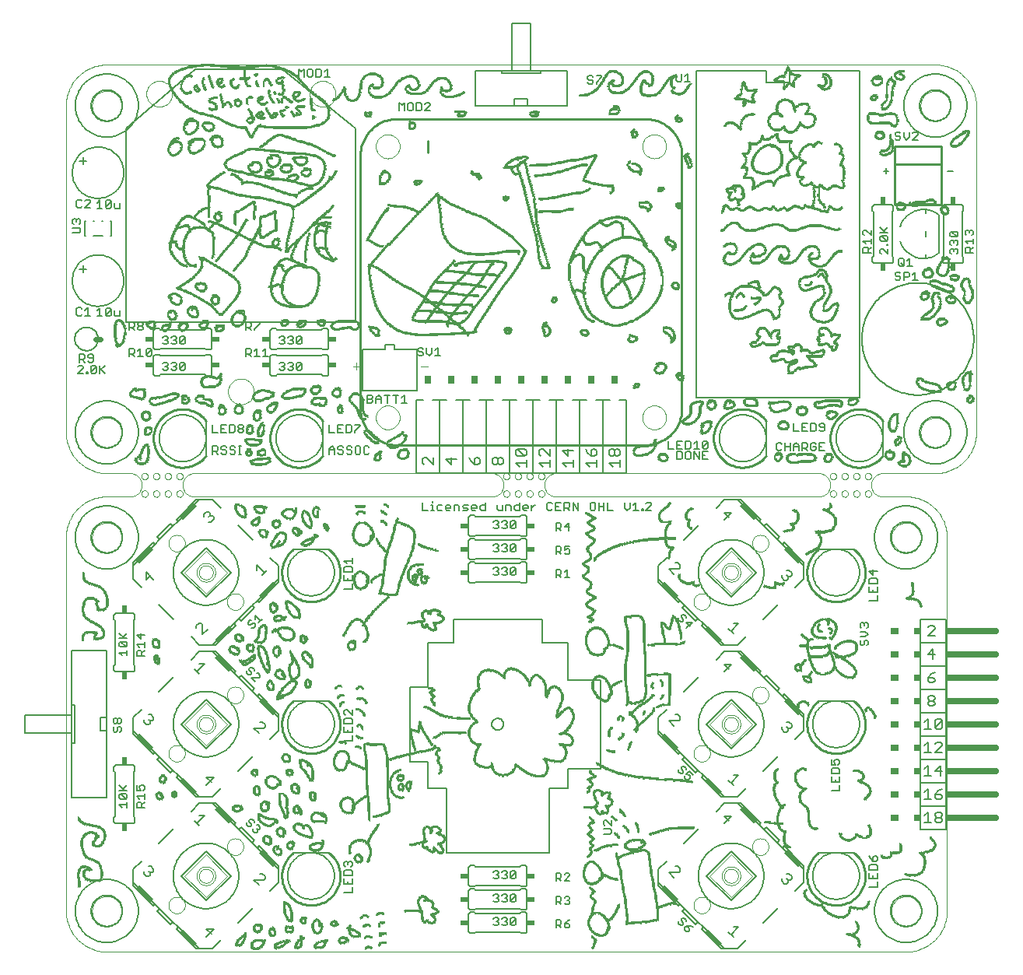
<source format=gto>
G75*
G70*
%OFA0B0*%
%FSLAX24Y24*%
%IPPOS*%
%LPD*%
%AMOC8*
5,1,8,0,0,1.08239X$1,22.5*
%
%ADD10C,0.0000*%
%ADD11C,0.0060*%
%ADD12C,0.0050*%
%ADD13C,0.0080*%
%ADD14R,0.0340X0.0240*%
%ADD15C,0.0100*%
%ADD16C,0.0240*%
%ADD17C,0.0040*%
%ADD18R,0.0260X0.0320*%
%ADD19R,0.0240X0.0340*%
%ADD20R,0.0176X0.0025*%
%ADD21R,0.0299X0.0025*%
%ADD22R,0.0300X0.0025*%
%ADD23R,0.0400X0.0025*%
%ADD24R,0.0551X0.0025*%
%ADD25R,0.0476X0.0025*%
%ADD26R,0.0226X0.0025*%
%ADD27R,0.0651X0.0025*%
%ADD28R,0.0200X0.0025*%
%ADD29R,0.0376X0.0025*%
%ADD30R,0.0751X0.0025*%
%ADD31R,0.0151X0.0025*%
%ADD32R,0.0425X0.0025*%
%ADD33R,0.0825X0.0025*%
%ADD34R,0.0375X0.0025*%
%ADD35R,0.0126X0.0025*%
%ADD36R,0.0475X0.0025*%
%ADD37R,0.0174X0.0025*%
%ADD38R,0.0224X0.0025*%
%ADD39R,0.0575X0.0025*%
%ADD40R,0.0124X0.0025*%
%ADD41R,0.0175X0.0025*%
%ADD42R,0.0176X0.0025*%
%ADD43R,0.1025X0.0025*%
%ADD44R,0.0301X0.0025*%
%ADD45R,0.0100X0.0025*%
%ADD46R,0.0150X0.0025*%
%ADD47R,0.0125X0.0025*%
%ADD48R,0.0225X0.0025*%
%ADD49R,0.1149X0.0025*%
%ADD50R,0.0250X0.0025*%
%ADD51R,0.0326X0.0025*%
%ADD52R,0.0774X0.0025*%
%ADD53R,0.0275X0.0025*%
%ADD54R,0.0251X0.0025*%
%ADD55R,0.0274X0.0025*%
%ADD56R,0.0101X0.0025*%
%ADD57R,0.0075X0.0025*%
%ADD58R,0.0276X0.0025*%
%ADD59R,0.0799X0.0025*%
%ADD60R,0.0325X0.0025*%
%ADD61R,0.0725X0.0025*%
%ADD62R,0.0149X0.0025*%
%ADD63R,0.0099X0.0025*%
%ADD64R,0.0324X0.0025*%
%ADD65R,0.0450X0.0025*%
%ADD66R,0.0050X0.0025*%
%ADD67R,0.0426X0.0025*%
%ADD68R,0.0351X0.0025*%
%ADD69R,0.0650X0.0025*%
%ADD70R,0.1174X0.0025*%
%ADD71R,0.0201X0.0025*%
%ADD72R,0.0349X0.0025*%
%ADD73R,0.0600X0.0025*%
%ADD74R,0.0249X0.0025*%
%ADD75R,0.0025X0.0025*%
%ADD76R,0.0399X0.0025*%
%ADD77R,0.0451X0.0025*%
%ADD78R,0.0199X0.0025*%
%ADD79R,0.0350X0.0025*%
%ADD80R,0.0449X0.0025*%
%ADD81R,0.0625X0.0025*%
%ADD82R,0.0525X0.0025*%
%ADD83R,0.0701X0.0025*%
%ADD84R,0.0700X0.0025*%
%ADD85R,0.0775X0.0025*%
%ADD86R,0.0074X0.0025*%
%ADD87R,0.0776X0.0025*%
%ADD88R,0.0649X0.0025*%
%ADD89R,0.0374X0.0025*%
%ADD90R,0.0499X0.0025*%
%ADD91R,0.0524X0.0025*%
%ADD92R,0.0076X0.0025*%
%ADD93R,0.0101X0.0025*%
%ADD94R,0.0126X0.0025*%
%ADD95R,0.0351X0.0025*%
%ADD96R,0.0374X0.0025*%
%ADD97R,0.0124X0.0025*%
%ADD98R,0.0200X0.0025*%
%ADD99R,0.0225X0.0025*%
%ADD100R,0.0150X0.0025*%
%ADD101R,0.0250X0.0025*%
%ADD102R,0.0526X0.0025*%
%ADD103R,0.0101X0.0025*%
%ADD104R,0.0100X0.0025*%
%ADD105R,0.0126X0.0025*%
%ADD106R,0.0200X0.0025*%
%ADD107R,0.0425X0.0025*%
%ADD108R,0.0099X0.0025*%
%ADD109R,0.0124X0.0025*%
%ADD110R,0.0374X0.0025*%
%ADD111R,0.0650X0.0025*%
%ADD112R,0.0801X0.0025*%
%ADD113R,0.0549X0.0025*%
%ADD114R,0.0024X0.0025*%
%ADD115R,0.0999X0.0025*%
%ADD116R,0.0949X0.0025*%
%ADD117R,0.0675X0.0025*%
%ADD118R,0.1201X0.0025*%
%ADD119R,0.1125X0.0025*%
%ADD120R,0.0850X0.0025*%
%ADD121R,0.0574X0.0025*%
%ADD122R,0.0474X0.0025*%
%ADD123R,0.0049X0.0025*%
%ADD124R,0.0599X0.0025*%
%ADD125R,0.0699X0.0025*%
%ADD126R,0.0749X0.0025*%
%ADD127R,0.0501X0.0025*%
%ADD128R,0.0726X0.0025*%
%ADD129R,0.0724X0.0025*%
%ADD130R,0.0424X0.0025*%
%ADD131R,0.0900X0.0025*%
%ADD132R,0.1924X0.0025*%
%ADD133R,0.2400X0.0025*%
%ADD134R,0.2774X0.0025*%
%ADD135R,0.0674X0.0025*%
%ADD136R,0.1949X0.0025*%
%ADD137R,0.1124X0.0025*%
%ADD138R,0.0051X0.0025*%
%ADD139R,0.0901X0.0025*%
%ADD140R,0.1001X0.0025*%
%ADD141R,0.2024X0.0025*%
%ADD142R,0.1050X0.0025*%
%ADD143R,0.1524X0.0025*%
%ADD144R,0.1575X0.0025*%
%ADD145R,0.1324X0.0025*%
%ADD146R,0.1024X0.0025*%
%ADD147R,0.1375X0.0025*%
%ADD148R,0.1675X0.0025*%
%ADD149R,0.1424X0.0025*%
%ADD150R,0.0401X0.0025*%
%ADD151R,0.1250X0.0025*%
%ADD152R,0.0974X0.0025*%
%ADD153R,0.0676X0.0025*%
%ADD154R,0.0576X0.0025*%
%ADD155R,0.0851X0.0025*%
%ADD156R,0.1000X0.0025*%
%ADD157R,0.1126X0.0025*%
%ADD158R,0.1300X0.0025*%
%ADD159R,0.1550X0.0025*%
%ADD160R,0.1576X0.0025*%
%ADD161R,0.1726X0.0025*%
%ADD162R,0.0874X0.0025*%
%ADD163R,0.0500X0.0025*%
%ADD164R,0.0926X0.0025*%
%ADD165R,0.1075X0.0025*%
%ADD166R,0.1100X0.0025*%
%ADD167R,0.0800X0.0025*%
%ADD168R,0.0750X0.0025*%
%ADD169R,0.0601X0.0025*%
%ADD170R,0.0875X0.0025*%
%ADD171R,0.1176X0.0025*%
%ADD172R,0.1499X0.0025*%
%ADD173R,0.0026X0.0025*%
%ADD174R,0.1299X0.0025*%
%ADD175R,0.1425X0.0025*%
%ADD176R,0.1401X0.0025*%
%ADD177R,0.0925X0.0025*%
%ADD178R,0.0849X0.0025*%
%ADD179R,0.1601X0.0025*%
%ADD180R,0.2000X0.0025*%
%ADD181R,0.1850X0.0025*%
%ADD182R,0.1549X0.0025*%
%ADD183R,0.0550X0.0025*%
%ADD184R,0.1225X0.0025*%
%ADD185R,0.1501X0.0025*%
%ADD186R,0.0976X0.0025*%
%ADD187R,0.0100X0.0025*%
%ADD188R,0.0275X0.0025*%
%ADD189R,0.0175X0.0025*%
%ADD190R,0.0125X0.0025*%
%ADD191R,0.0149X0.0025*%
%ADD192R,0.0125X0.0025*%
%ADD193R,0.0201X0.0025*%
%ADD194R,0.0174X0.0025*%
%ADD195R,0.0349X0.0025*%
%ADD196R,0.0225X0.0025*%
%ADD197R,0.0226X0.0025*%
%ADD198R,0.0150X0.0025*%
%ADD199R,0.0151X0.0025*%
%ADD200R,0.0226X0.0025*%
%ADD201R,0.0201X0.0025*%
%ADD202R,0.0550X0.0025*%
%ADD203R,0.0151X0.0025*%
%ADD204R,0.0625X0.0025*%
%ADD205R,0.0500X0.0025*%
%ADD206R,0.0224X0.0025*%
%ADD207R,0.0175X0.0025*%
%ADD208R,0.0251X0.0025*%
%ADD209R,0.0751X0.0025*%
%ADD210R,0.0625X0.0025*%
%ADD211R,0.0300X0.0025*%
%ADD212R,0.0875X0.0025*%
%ADD213R,0.0074X0.0025*%
%ADD214R,0.0099X0.0025*%
%ADD215R,0.0326X0.0025*%
%ADD216R,0.0324X0.0025*%
%ADD217R,0.0400X0.0025*%
%ADD218R,0.0675X0.0025*%
%ADD219R,0.0250X0.0025*%
%ADD220R,0.0149X0.0025*%
%ADD221R,0.0324X0.0025*%
%ADD222R,0.0325X0.0025*%
%ADD223R,0.0350X0.0025*%
%ADD224R,0.0025X0.0025*%
%ADD225R,0.0950X0.0025*%
%ADD226R,0.1224X0.0025*%
%ADD227R,0.1399X0.0025*%
%ADD228R,0.0624X0.0025*%
%ADD229R,0.0876X0.0025*%
%ADD230R,0.1150X0.0025*%
%ADD231R,0.0975X0.0025*%
%ADD232R,0.1200X0.0025*%
%ADD233R,0.0924X0.0025*%
%ADD234R,0.1351X0.0025*%
%ADD235R,0.0824X0.0025*%
%ADD236R,0.1475X0.0025*%
%ADD237R,0.2074X0.0025*%
%ADD238R,0.2525X0.0025*%
%ADD239R,0.2601X0.0025*%
%ADD240R,0.1226X0.0025*%
%ADD241R,0.1676X0.0025*%
%ADD242R,0.2975X0.0025*%
%ADD243R,0.2174X0.0025*%
%ADD244R,0.1350X0.0025*%
%ADD245R,0.1624X0.0025*%
%ADD246R,0.0299X0.0025*%
%ADD247R,0.0224X0.0025*%
%ADD248C,0.0020*%
%ADD249R,0.0850X0.0200*%
%ADD250R,0.0300X0.0260*%
%ADD251C,0.0260*%
%ADD252R,0.0260X0.0260*%
%ADD253R,0.0320X0.0260*%
%ADD254R,0.0025X0.0251*%
%ADD255R,0.0025X0.0126*%
%ADD256R,0.0025X0.0500*%
%ADD257R,0.0025X0.0100*%
%ADD258R,0.0025X0.0176*%
%ADD259R,0.0025X0.0774*%
%ADD260R,0.0025X0.0200*%
%ADD261R,0.0025X0.0824*%
%ADD262R,0.0025X0.0225*%
%ADD263R,0.0025X0.0276*%
%ADD264R,0.0025X0.0475*%
%ADD265R,0.0025X0.0274*%
%ADD266R,0.0025X0.0150*%
%ADD267R,0.0025X0.0251*%
%ADD268R,0.0025X0.0174*%
%ADD269R,0.0025X0.0149*%
%ADD270R,0.0025X0.0476*%
%ADD271R,0.0025X0.0125*%
%ADD272R,0.0025X0.0275*%
%ADD273R,0.0025X0.0625*%
%ADD274R,0.0025X0.0249*%
%ADD275R,0.0025X0.0301*%
%ADD276R,0.0025X0.0751*%
%ADD277R,0.0025X0.0151*%
%ADD278R,0.0025X0.0324*%
%ADD279R,0.0025X0.0600*%
%ADD280R,0.0025X0.0325*%
%ADD281R,0.0025X0.0425*%
%ADD282R,0.0025X0.0374*%
%ADD283R,0.0025X0.0700*%
%ADD284R,0.0025X0.0351*%
%ADD285R,0.0025X0.0199*%
%ADD286R,0.0025X0.0349*%
%ADD287R,0.0025X0.0250*%
%ADD288R,0.0025X0.0224*%
%ADD289R,0.0025X0.0175*%
%ADD290R,0.0025X0.0124*%
%ADD291R,0.0025X0.0101*%
%ADD292R,0.0025X0.0076*%
%ADD293R,0.0025X0.0075*%
%ADD294R,0.0025X0.0350*%
%ADD295R,0.0025X0.0376*%
%ADD296R,0.0025X0.0226*%
%ADD297R,0.0025X0.0300*%
%ADD298R,0.0025X0.0474*%
%ADD299R,0.0025X0.0499*%
%ADD300R,0.0025X0.0074*%
%ADD301R,0.0025X0.0050*%
%ADD302R,0.0025X0.0750*%
%ADD303R,0.0025X0.0676*%
%ADD304R,0.0025X0.0574*%
%ADD305R,0.0025X0.0400*%
%ADD306R,0.0025X0.0725*%
%ADD307R,0.0025X0.0525*%
%ADD308R,0.0025X0.0299*%
%ADD309R,0.0025X0.0375*%
%ADD310R,0.0025X0.0401*%
%ADD311R,0.0025X0.0026*%
%ADD312R,0.0025X0.0451*%
%ADD313R,0.0025X0.0399*%
%ADD314R,0.0025X0.0326*%
%ADD315R,0.0025X0.0099*%
%ADD316R,0.0025X0.0201*%
%ADD317R,0.0025X0.0501*%
%ADD318R,0.0025X0.0426*%
%ADD319R,0.0025X0.0024*%
%ADD320R,0.0025X0.0449*%
%ADD321R,0.0025X0.0450*%
%ADD322R,0.0025X0.0526*%
%ADD323R,0.0025X0.0051*%
%ADD324R,0.0025X0.0049*%
%ADD325R,0.0025X0.0601*%
%ADD326R,0.0025X0.0599*%
%ADD327R,0.0025X0.0549*%
%ADD328R,0.0025X0.0675*%
%ADD329R,0.0025X0.0576*%
%ADD330R,0.0025X0.0650*%
%ADD331R,0.0025X0.0424*%
%ADD332R,0.0025X0.0975*%
%ADD333R,0.0025X0.0950*%
%ADD334R,0.0025X0.0651*%
%ADD335R,0.0025X0.0701*%
%ADD336R,0.0025X0.0550*%
%ADD337R,0.0025X0.0524*%
%ADD338R,0.0025X0.0475*%
%ADD339R,0.0025X0.0126*%
%ADD340R,0.0025X0.0174*%
%ADD341R,0.0025X0.0575*%
%ADD342R,0.0025X0.0176*%
%ADD343R,0.0025X0.0274*%
%ADD344R,0.0025X0.0150*%
%ADD345R,0.0025X0.0400*%
%ADD346R,0.0025X0.0300*%
%ADD347R,0.0025X0.0499*%
%ADD348R,0.0025X0.0124*%
%ADD349R,0.0025X0.0376*%
%ADD350R,0.0025X0.0300*%
%ADD351R,0.0025X0.0551*%
%ADD352R,0.0025X0.0725*%
%ADD353R,0.0025X0.0100*%
%ADD354R,0.0025X0.0175*%
%ADD355R,0.0025X0.0351*%
%ADD356R,0.0025X0.0450*%
%ADD357R,0.0025X0.0126*%
%ADD358R,0.0025X0.0225*%
%ADD359R,0.0025X0.0399*%
%ADD360R,0.0025X0.0226*%
%ADD361R,0.0025X0.0401*%
%ADD362R,0.0025X0.0275*%
%ADD363R,0.0025X0.0125*%
%ADD364R,0.0025X0.0100*%
%ADD365R,0.0025X0.0101*%
%ADD366R,0.0025X0.0500*%
%ADD367R,0.0025X0.0451*%
%ADD368R,0.0025X0.0400*%
%ADD369R,0.0025X0.0125*%
%ADD370R,0.0025X0.0101*%
%ADD371R,0.0025X0.0200*%
%ADD372R,0.0025X0.0249*%
%ADD373R,0.0025X0.0199*%
%ADD374R,0.0025X0.0276*%
%ADD375R,0.0025X0.0099*%
%ADD376R,0.0025X0.0124*%
%ADD377R,0.0025X0.0649*%
%ADD378R,0.0025X0.0551*%
%ADD379R,0.0025X0.0726*%
%ADD380R,0.0025X0.1125*%
%ADD381R,0.0025X0.1699*%
%ADD382R,0.0025X0.0575*%
%ADD383R,0.0025X0.1875*%
%ADD384R,0.0025X0.1949*%
%ADD385R,0.0025X0.2049*%
%ADD386R,0.0025X0.1500*%
%ADD387R,0.0025X0.1099*%
%ADD388R,0.0025X0.0825*%
%ADD389R,0.0025X0.0624*%
%ADD390R,0.0025X0.0851*%
%ADD391R,0.0025X0.0925*%
%ADD392R,0.0025X0.0850*%
%ADD393R,0.0025X0.0674*%
%ADD394R,0.0025X0.0776*%
%ADD395R,0.0025X0.2075*%
%ADD396R,0.0025X0.2201*%
%ADD397R,0.0025X0.2424*%
%ADD398R,0.0025X0.2175*%
%ADD399R,0.0025X0.0974*%
%ADD400R,0.0025X0.0875*%
%ADD401R,0.0025X0.0324*%
%ADD402R,0.0025X0.0425*%
%ADD403R,0.0025X0.0150*%
%ADD404R,0.0025X0.0276*%
%ADD405R,0.0025X0.0775*%
%ADD406R,0.0025X0.0801*%
%ADD407R,0.0025X0.0749*%
%ADD408R,0.0025X0.1176*%
%ADD409R,0.0025X0.0699*%
%ADD410R,0.0025X0.1599*%
%ADD411R,0.0025X0.0900*%
%ADD412R,0.0025X0.2100*%
%ADD413R,0.0025X0.1126*%
%ADD414R,0.0025X0.1150*%
%ADD415R,0.0025X0.1575*%
%ADD416R,0.0025X0.0874*%
%ADD417R,0.0025X0.1275*%
%ADD418R,0.0025X0.1100*%
%ADD419R,0.0025X0.1524*%
%ADD420R,0.0025X0.2851*%
%ADD421R,0.0025X0.3275*%
%ADD422R,0.0025X0.2525*%
%ADD423R,0.0025X0.2025*%
%ADD424R,0.0025X0.0999*%
%ADD425R,0.0025X0.1399*%
%ADD426R,0.0025X0.1375*%
%ADD427R,0.0025X0.0949*%
%ADD428R,0.0025X0.0826*%
D10*
X001887Y002749D02*
X001887Y018749D01*
X003007Y018749D02*
X003009Y018799D01*
X003015Y018849D01*
X003025Y018898D01*
X003039Y018946D01*
X003056Y018993D01*
X003077Y019038D01*
X003102Y019082D01*
X003130Y019123D01*
X003162Y019162D01*
X003196Y019199D01*
X003233Y019233D01*
X003273Y019263D01*
X003315Y019290D01*
X003359Y019314D01*
X003405Y019335D01*
X003452Y019351D01*
X003500Y019364D01*
X003550Y019373D01*
X003599Y019378D01*
X003650Y019379D01*
X003700Y019376D01*
X003749Y019369D01*
X003798Y019358D01*
X003846Y019343D01*
X003892Y019325D01*
X003937Y019303D01*
X003980Y019277D01*
X004021Y019248D01*
X004060Y019216D01*
X004096Y019181D01*
X004128Y019143D01*
X004158Y019103D01*
X004185Y019060D01*
X004208Y019016D01*
X004227Y018970D01*
X004243Y018922D01*
X004255Y018873D01*
X004263Y018824D01*
X004267Y018774D01*
X004267Y018724D01*
X004263Y018674D01*
X004255Y018625D01*
X004243Y018576D01*
X004227Y018528D01*
X004208Y018482D01*
X004185Y018438D01*
X004158Y018395D01*
X004128Y018355D01*
X004096Y018317D01*
X004060Y018282D01*
X004021Y018250D01*
X003980Y018221D01*
X003937Y018195D01*
X003892Y018173D01*
X003846Y018155D01*
X003798Y018140D01*
X003749Y018129D01*
X003700Y018122D01*
X003650Y018119D01*
X003599Y018120D01*
X003550Y018125D01*
X003500Y018134D01*
X003452Y018147D01*
X003405Y018163D01*
X003359Y018184D01*
X003315Y018208D01*
X003273Y018235D01*
X003233Y018265D01*
X003196Y018299D01*
X003162Y018336D01*
X003130Y018375D01*
X003102Y018416D01*
X003077Y018460D01*
X003056Y018505D01*
X003039Y018552D01*
X003025Y018600D01*
X003015Y018649D01*
X003009Y018699D01*
X003007Y018749D01*
X001887Y018749D02*
X001889Y018832D01*
X001895Y018915D01*
X001905Y018998D01*
X001919Y019080D01*
X001936Y019162D01*
X001958Y019242D01*
X001983Y019321D01*
X002012Y019399D01*
X002045Y019476D01*
X002082Y019551D01*
X002121Y019624D01*
X002165Y019695D01*
X002211Y019764D01*
X002261Y019831D01*
X002314Y019895D01*
X002370Y019957D01*
X002429Y020016D01*
X002491Y020072D01*
X002555Y020125D01*
X002622Y020175D01*
X002691Y020221D01*
X002762Y020265D01*
X002835Y020304D01*
X002910Y020341D01*
X002987Y020374D01*
X003065Y020403D01*
X003144Y020428D01*
X003224Y020450D01*
X003306Y020467D01*
X003388Y020481D01*
X003471Y020491D01*
X003554Y020497D01*
X003637Y020499D01*
X004637Y020499D01*
X004681Y020501D01*
X004724Y020507D01*
X004766Y020516D01*
X004808Y020529D01*
X004848Y020546D01*
X004887Y020566D01*
X004924Y020589D01*
X004958Y020616D01*
X004991Y020645D01*
X005020Y020678D01*
X005047Y020712D01*
X005070Y020749D01*
X005090Y020788D01*
X005107Y020828D01*
X005120Y020870D01*
X005129Y020912D01*
X005135Y020955D01*
X005137Y020999D01*
X005124Y020624D02*
X005126Y020647D01*
X005132Y020670D01*
X005142Y020691D01*
X005155Y020711D01*
X005171Y020728D01*
X005190Y020742D01*
X005211Y020752D01*
X005233Y020759D01*
X005256Y020762D01*
X005280Y020761D01*
X005302Y020756D01*
X005324Y020747D01*
X005344Y020735D01*
X005362Y020719D01*
X005376Y020701D01*
X005388Y020681D01*
X005396Y020659D01*
X005400Y020636D01*
X005400Y020612D01*
X005396Y020589D01*
X005388Y020567D01*
X005376Y020547D01*
X005362Y020529D01*
X005344Y020513D01*
X005324Y020501D01*
X005302Y020492D01*
X005280Y020487D01*
X005256Y020486D01*
X005233Y020489D01*
X005211Y020496D01*
X005190Y020506D01*
X005171Y020520D01*
X005155Y020537D01*
X005142Y020557D01*
X005132Y020578D01*
X005126Y020601D01*
X005124Y020624D01*
X005137Y020999D02*
X005135Y021043D01*
X005129Y021086D01*
X005120Y021128D01*
X005107Y021170D01*
X005090Y021210D01*
X005070Y021249D01*
X005047Y021286D01*
X005020Y021320D01*
X004991Y021353D01*
X004958Y021382D01*
X004924Y021409D01*
X004887Y021432D01*
X004848Y021452D01*
X004808Y021469D01*
X004766Y021482D01*
X004724Y021491D01*
X004681Y021497D01*
X004637Y021499D01*
X003637Y021499D01*
X005124Y021374D02*
X005126Y021397D01*
X005132Y021420D01*
X005142Y021441D01*
X005155Y021461D01*
X005171Y021478D01*
X005190Y021492D01*
X005211Y021502D01*
X005233Y021509D01*
X005256Y021512D01*
X005280Y021511D01*
X005302Y021506D01*
X005324Y021497D01*
X005344Y021485D01*
X005362Y021469D01*
X005376Y021451D01*
X005388Y021431D01*
X005396Y021409D01*
X005400Y021386D01*
X005400Y021362D01*
X005396Y021339D01*
X005388Y021317D01*
X005376Y021297D01*
X005362Y021279D01*
X005344Y021263D01*
X005324Y021251D01*
X005302Y021242D01*
X005280Y021237D01*
X005256Y021236D01*
X005233Y021239D01*
X005211Y021246D01*
X005190Y021256D01*
X005171Y021270D01*
X005155Y021287D01*
X005142Y021307D01*
X005132Y021328D01*
X005126Y021351D01*
X005124Y021374D01*
X005624Y021374D02*
X005626Y021397D01*
X005632Y021420D01*
X005642Y021441D01*
X005655Y021461D01*
X005671Y021478D01*
X005690Y021492D01*
X005711Y021502D01*
X005733Y021509D01*
X005756Y021512D01*
X005780Y021511D01*
X005802Y021506D01*
X005824Y021497D01*
X005844Y021485D01*
X005862Y021469D01*
X005876Y021451D01*
X005888Y021431D01*
X005896Y021409D01*
X005900Y021386D01*
X005900Y021362D01*
X005896Y021339D01*
X005888Y021317D01*
X005876Y021297D01*
X005862Y021279D01*
X005844Y021263D01*
X005824Y021251D01*
X005802Y021242D01*
X005780Y021237D01*
X005756Y021236D01*
X005733Y021239D01*
X005711Y021246D01*
X005690Y021256D01*
X005671Y021270D01*
X005655Y021287D01*
X005642Y021307D01*
X005632Y021328D01*
X005626Y021351D01*
X005624Y021374D01*
X006124Y021374D02*
X006126Y021397D01*
X006132Y021420D01*
X006142Y021441D01*
X006155Y021461D01*
X006171Y021478D01*
X006190Y021492D01*
X006211Y021502D01*
X006233Y021509D01*
X006256Y021512D01*
X006280Y021511D01*
X006302Y021506D01*
X006324Y021497D01*
X006344Y021485D01*
X006362Y021469D01*
X006376Y021451D01*
X006388Y021431D01*
X006396Y021409D01*
X006400Y021386D01*
X006400Y021362D01*
X006396Y021339D01*
X006388Y021317D01*
X006376Y021297D01*
X006362Y021279D01*
X006344Y021263D01*
X006324Y021251D01*
X006302Y021242D01*
X006280Y021237D01*
X006256Y021236D01*
X006233Y021239D01*
X006211Y021246D01*
X006190Y021256D01*
X006171Y021270D01*
X006155Y021287D01*
X006142Y021307D01*
X006132Y021328D01*
X006126Y021351D01*
X006124Y021374D01*
X006624Y021374D02*
X006626Y021397D01*
X006632Y021420D01*
X006642Y021441D01*
X006655Y021461D01*
X006671Y021478D01*
X006690Y021492D01*
X006711Y021502D01*
X006733Y021509D01*
X006756Y021512D01*
X006780Y021511D01*
X006802Y021506D01*
X006824Y021497D01*
X006844Y021485D01*
X006862Y021469D01*
X006876Y021451D01*
X006888Y021431D01*
X006896Y021409D01*
X006900Y021386D01*
X006900Y021362D01*
X006896Y021339D01*
X006888Y021317D01*
X006876Y021297D01*
X006862Y021279D01*
X006844Y021263D01*
X006824Y021251D01*
X006802Y021242D01*
X006780Y021237D01*
X006756Y021236D01*
X006733Y021239D01*
X006711Y021246D01*
X006690Y021256D01*
X006671Y021270D01*
X006655Y021287D01*
X006642Y021307D01*
X006632Y021328D01*
X006626Y021351D01*
X006624Y021374D01*
X006624Y020624D02*
X006626Y020647D01*
X006632Y020670D01*
X006642Y020691D01*
X006655Y020711D01*
X006671Y020728D01*
X006690Y020742D01*
X006711Y020752D01*
X006733Y020759D01*
X006756Y020762D01*
X006780Y020761D01*
X006802Y020756D01*
X006824Y020747D01*
X006844Y020735D01*
X006862Y020719D01*
X006876Y020701D01*
X006888Y020681D01*
X006896Y020659D01*
X006900Y020636D01*
X006900Y020612D01*
X006896Y020589D01*
X006888Y020567D01*
X006876Y020547D01*
X006862Y020529D01*
X006844Y020513D01*
X006824Y020501D01*
X006802Y020492D01*
X006780Y020487D01*
X006756Y020486D01*
X006733Y020489D01*
X006711Y020496D01*
X006690Y020506D01*
X006671Y020520D01*
X006655Y020537D01*
X006642Y020557D01*
X006632Y020578D01*
X006626Y020601D01*
X006624Y020624D01*
X006124Y020624D02*
X006126Y020647D01*
X006132Y020670D01*
X006142Y020691D01*
X006155Y020711D01*
X006171Y020728D01*
X006190Y020742D01*
X006211Y020752D01*
X006233Y020759D01*
X006256Y020762D01*
X006280Y020761D01*
X006302Y020756D01*
X006324Y020747D01*
X006344Y020735D01*
X006362Y020719D01*
X006376Y020701D01*
X006388Y020681D01*
X006396Y020659D01*
X006400Y020636D01*
X006400Y020612D01*
X006396Y020589D01*
X006388Y020567D01*
X006376Y020547D01*
X006362Y020529D01*
X006344Y020513D01*
X006324Y020501D01*
X006302Y020492D01*
X006280Y020487D01*
X006256Y020486D01*
X006233Y020489D01*
X006211Y020496D01*
X006190Y020506D01*
X006171Y020520D01*
X006155Y020537D01*
X006142Y020557D01*
X006132Y020578D01*
X006126Y020601D01*
X006124Y020624D01*
X005624Y020624D02*
X005626Y020647D01*
X005632Y020670D01*
X005642Y020691D01*
X005655Y020711D01*
X005671Y020728D01*
X005690Y020742D01*
X005711Y020752D01*
X005733Y020759D01*
X005756Y020762D01*
X005780Y020761D01*
X005802Y020756D01*
X005824Y020747D01*
X005844Y020735D01*
X005862Y020719D01*
X005876Y020701D01*
X005888Y020681D01*
X005896Y020659D01*
X005900Y020636D01*
X005900Y020612D01*
X005896Y020589D01*
X005888Y020567D01*
X005876Y020547D01*
X005862Y020529D01*
X005844Y020513D01*
X005824Y020501D01*
X005802Y020492D01*
X005780Y020487D01*
X005756Y020486D01*
X005733Y020489D01*
X005711Y020496D01*
X005690Y020506D01*
X005671Y020520D01*
X005655Y020537D01*
X005642Y020557D01*
X005632Y020578D01*
X005626Y020601D01*
X005624Y020624D01*
X007387Y020499D02*
X020137Y020499D01*
X020181Y020501D01*
X020224Y020507D01*
X020266Y020516D01*
X020308Y020529D01*
X020348Y020546D01*
X020387Y020566D01*
X020424Y020589D01*
X020458Y020616D01*
X020491Y020645D01*
X020520Y020678D01*
X020547Y020712D01*
X020570Y020749D01*
X020590Y020788D01*
X020607Y020828D01*
X020620Y020870D01*
X020629Y020912D01*
X020635Y020955D01*
X020637Y020999D01*
X020624Y020624D02*
X020626Y020647D01*
X020632Y020670D01*
X020642Y020691D01*
X020655Y020711D01*
X020671Y020728D01*
X020690Y020742D01*
X020711Y020752D01*
X020733Y020759D01*
X020756Y020762D01*
X020780Y020761D01*
X020802Y020756D01*
X020824Y020747D01*
X020844Y020735D01*
X020862Y020719D01*
X020876Y020701D01*
X020888Y020681D01*
X020896Y020659D01*
X020900Y020636D01*
X020900Y020612D01*
X020896Y020589D01*
X020888Y020567D01*
X020876Y020547D01*
X020862Y020529D01*
X020844Y020513D01*
X020824Y020501D01*
X020802Y020492D01*
X020780Y020487D01*
X020756Y020486D01*
X020733Y020489D01*
X020711Y020496D01*
X020690Y020506D01*
X020671Y020520D01*
X020655Y020537D01*
X020642Y020557D01*
X020632Y020578D01*
X020626Y020601D01*
X020624Y020624D01*
X021124Y020624D02*
X021126Y020647D01*
X021132Y020670D01*
X021142Y020691D01*
X021155Y020711D01*
X021171Y020728D01*
X021190Y020742D01*
X021211Y020752D01*
X021233Y020759D01*
X021256Y020762D01*
X021280Y020761D01*
X021302Y020756D01*
X021324Y020747D01*
X021344Y020735D01*
X021362Y020719D01*
X021376Y020701D01*
X021388Y020681D01*
X021396Y020659D01*
X021400Y020636D01*
X021400Y020612D01*
X021396Y020589D01*
X021388Y020567D01*
X021376Y020547D01*
X021362Y020529D01*
X021344Y020513D01*
X021324Y020501D01*
X021302Y020492D01*
X021280Y020487D01*
X021256Y020486D01*
X021233Y020489D01*
X021211Y020496D01*
X021190Y020506D01*
X021171Y020520D01*
X021155Y020537D01*
X021142Y020557D01*
X021132Y020578D01*
X021126Y020601D01*
X021124Y020624D01*
X021624Y020624D02*
X021626Y020647D01*
X021632Y020670D01*
X021642Y020691D01*
X021655Y020711D01*
X021671Y020728D01*
X021690Y020742D01*
X021711Y020752D01*
X021733Y020759D01*
X021756Y020762D01*
X021780Y020761D01*
X021802Y020756D01*
X021824Y020747D01*
X021844Y020735D01*
X021862Y020719D01*
X021876Y020701D01*
X021888Y020681D01*
X021896Y020659D01*
X021900Y020636D01*
X021900Y020612D01*
X021896Y020589D01*
X021888Y020567D01*
X021876Y020547D01*
X021862Y020529D01*
X021844Y020513D01*
X021824Y020501D01*
X021802Y020492D01*
X021780Y020487D01*
X021756Y020486D01*
X021733Y020489D01*
X021711Y020496D01*
X021690Y020506D01*
X021671Y020520D01*
X021655Y020537D01*
X021642Y020557D01*
X021632Y020578D01*
X021626Y020601D01*
X021624Y020624D01*
X022124Y020624D02*
X022126Y020647D01*
X022132Y020670D01*
X022142Y020691D01*
X022155Y020711D01*
X022171Y020728D01*
X022190Y020742D01*
X022211Y020752D01*
X022233Y020759D01*
X022256Y020762D01*
X022280Y020761D01*
X022302Y020756D01*
X022324Y020747D01*
X022344Y020735D01*
X022362Y020719D01*
X022376Y020701D01*
X022388Y020681D01*
X022396Y020659D01*
X022400Y020636D01*
X022400Y020612D01*
X022396Y020589D01*
X022388Y020567D01*
X022376Y020547D01*
X022362Y020529D01*
X022344Y020513D01*
X022324Y020501D01*
X022302Y020492D01*
X022280Y020487D01*
X022256Y020486D01*
X022233Y020489D01*
X022211Y020496D01*
X022190Y020506D01*
X022171Y020520D01*
X022155Y020537D01*
X022142Y020557D01*
X022132Y020578D01*
X022126Y020601D01*
X022124Y020624D01*
X022124Y021374D02*
X022126Y021397D01*
X022132Y021420D01*
X022142Y021441D01*
X022155Y021461D01*
X022171Y021478D01*
X022190Y021492D01*
X022211Y021502D01*
X022233Y021509D01*
X022256Y021512D01*
X022280Y021511D01*
X022302Y021506D01*
X022324Y021497D01*
X022344Y021485D01*
X022362Y021469D01*
X022376Y021451D01*
X022388Y021431D01*
X022396Y021409D01*
X022400Y021386D01*
X022400Y021362D01*
X022396Y021339D01*
X022388Y021317D01*
X022376Y021297D01*
X022362Y021279D01*
X022344Y021263D01*
X022324Y021251D01*
X022302Y021242D01*
X022280Y021237D01*
X022256Y021236D01*
X022233Y021239D01*
X022211Y021246D01*
X022190Y021256D01*
X022171Y021270D01*
X022155Y021287D01*
X022142Y021307D01*
X022132Y021328D01*
X022126Y021351D01*
X022124Y021374D01*
X021624Y021374D02*
X021626Y021397D01*
X021632Y021420D01*
X021642Y021441D01*
X021655Y021461D01*
X021671Y021478D01*
X021690Y021492D01*
X021711Y021502D01*
X021733Y021509D01*
X021756Y021512D01*
X021780Y021511D01*
X021802Y021506D01*
X021824Y021497D01*
X021844Y021485D01*
X021862Y021469D01*
X021876Y021451D01*
X021888Y021431D01*
X021896Y021409D01*
X021900Y021386D01*
X021900Y021362D01*
X021896Y021339D01*
X021888Y021317D01*
X021876Y021297D01*
X021862Y021279D01*
X021844Y021263D01*
X021824Y021251D01*
X021802Y021242D01*
X021780Y021237D01*
X021756Y021236D01*
X021733Y021239D01*
X021711Y021246D01*
X021690Y021256D01*
X021671Y021270D01*
X021655Y021287D01*
X021642Y021307D01*
X021632Y021328D01*
X021626Y021351D01*
X021624Y021374D01*
X021124Y021374D02*
X021126Y021397D01*
X021132Y021420D01*
X021142Y021441D01*
X021155Y021461D01*
X021171Y021478D01*
X021190Y021492D01*
X021211Y021502D01*
X021233Y021509D01*
X021256Y021512D01*
X021280Y021511D01*
X021302Y021506D01*
X021324Y021497D01*
X021344Y021485D01*
X021362Y021469D01*
X021376Y021451D01*
X021388Y021431D01*
X021396Y021409D01*
X021400Y021386D01*
X021400Y021362D01*
X021396Y021339D01*
X021388Y021317D01*
X021376Y021297D01*
X021362Y021279D01*
X021344Y021263D01*
X021324Y021251D01*
X021302Y021242D01*
X021280Y021237D01*
X021256Y021236D01*
X021233Y021239D01*
X021211Y021246D01*
X021190Y021256D01*
X021171Y021270D01*
X021155Y021287D01*
X021142Y021307D01*
X021132Y021328D01*
X021126Y021351D01*
X021124Y021374D01*
X020624Y021374D02*
X020626Y021397D01*
X020632Y021420D01*
X020642Y021441D01*
X020655Y021461D01*
X020671Y021478D01*
X020690Y021492D01*
X020711Y021502D01*
X020733Y021509D01*
X020756Y021512D01*
X020780Y021511D01*
X020802Y021506D01*
X020824Y021497D01*
X020844Y021485D01*
X020862Y021469D01*
X020876Y021451D01*
X020888Y021431D01*
X020896Y021409D01*
X020900Y021386D01*
X020900Y021362D01*
X020896Y021339D01*
X020888Y021317D01*
X020876Y021297D01*
X020862Y021279D01*
X020844Y021263D01*
X020824Y021251D01*
X020802Y021242D01*
X020780Y021237D01*
X020756Y021236D01*
X020733Y021239D01*
X020711Y021246D01*
X020690Y021256D01*
X020671Y021270D01*
X020655Y021287D01*
X020642Y021307D01*
X020632Y021328D01*
X020626Y021351D01*
X020624Y021374D01*
X020137Y021499D02*
X007387Y021499D01*
X006887Y020999D02*
X006889Y020955D01*
X006895Y020912D01*
X006904Y020870D01*
X006917Y020828D01*
X006934Y020788D01*
X006954Y020749D01*
X006977Y020712D01*
X007004Y020678D01*
X007033Y020645D01*
X007066Y020616D01*
X007100Y020589D01*
X007137Y020566D01*
X007176Y020546D01*
X007216Y020529D01*
X007258Y020516D01*
X007300Y020507D01*
X007343Y020501D01*
X007387Y020499D01*
X006887Y020999D02*
X006889Y021043D01*
X006895Y021086D01*
X006904Y021128D01*
X006917Y021170D01*
X006934Y021210D01*
X006954Y021249D01*
X006977Y021286D01*
X007004Y021320D01*
X007033Y021353D01*
X007066Y021382D01*
X007100Y021409D01*
X007137Y021432D01*
X007176Y021452D01*
X007216Y021469D01*
X007258Y021482D01*
X007300Y021491D01*
X007343Y021497D01*
X007387Y021499D01*
X006280Y018501D02*
X006282Y018538D01*
X006288Y018575D01*
X006297Y018611D01*
X006311Y018645D01*
X006328Y018678D01*
X006348Y018710D01*
X006371Y018739D01*
X006397Y018765D01*
X006426Y018788D01*
X006457Y018808D01*
X006491Y018825D01*
X006525Y018839D01*
X006561Y018848D01*
X006598Y018854D01*
X006635Y018856D01*
X006672Y018854D01*
X006709Y018848D01*
X006745Y018839D01*
X006779Y018825D01*
X006812Y018808D01*
X006844Y018788D01*
X006873Y018765D01*
X006899Y018739D01*
X006922Y018710D01*
X006942Y018679D01*
X006959Y018645D01*
X006973Y018611D01*
X006982Y018575D01*
X006988Y018538D01*
X006990Y018501D01*
X006988Y018464D01*
X006982Y018427D01*
X006973Y018391D01*
X006959Y018357D01*
X006942Y018324D01*
X006922Y018292D01*
X006899Y018263D01*
X006873Y018237D01*
X006844Y018214D01*
X006813Y018194D01*
X006779Y018177D01*
X006745Y018163D01*
X006709Y018154D01*
X006672Y018148D01*
X006635Y018146D01*
X006598Y018148D01*
X006561Y018154D01*
X006525Y018163D01*
X006491Y018177D01*
X006458Y018194D01*
X006426Y018214D01*
X006397Y018237D01*
X006371Y018263D01*
X006348Y018292D01*
X006328Y018323D01*
X006311Y018357D01*
X006297Y018391D01*
X006288Y018427D01*
X006282Y018464D01*
X006280Y018501D01*
X008784Y015998D02*
X008786Y016035D01*
X008792Y016072D01*
X008801Y016108D01*
X008815Y016142D01*
X008832Y016175D01*
X008852Y016207D01*
X008875Y016236D01*
X008901Y016262D01*
X008930Y016285D01*
X008961Y016305D01*
X008995Y016322D01*
X009029Y016336D01*
X009065Y016345D01*
X009102Y016351D01*
X009139Y016353D01*
X009176Y016351D01*
X009213Y016345D01*
X009249Y016336D01*
X009283Y016322D01*
X009316Y016305D01*
X009348Y016285D01*
X009377Y016262D01*
X009403Y016236D01*
X009426Y016207D01*
X009446Y016176D01*
X009463Y016142D01*
X009477Y016108D01*
X009486Y016072D01*
X009492Y016035D01*
X009494Y015998D01*
X009492Y015961D01*
X009486Y015924D01*
X009477Y015888D01*
X009463Y015854D01*
X009446Y015821D01*
X009426Y015789D01*
X009403Y015760D01*
X009377Y015734D01*
X009348Y015711D01*
X009317Y015691D01*
X009283Y015674D01*
X009249Y015660D01*
X009213Y015651D01*
X009176Y015645D01*
X009139Y015643D01*
X009102Y015645D01*
X009065Y015651D01*
X009029Y015660D01*
X008995Y015674D01*
X008962Y015691D01*
X008930Y015711D01*
X008901Y015734D01*
X008875Y015760D01*
X008852Y015789D01*
X008832Y015820D01*
X008815Y015854D01*
X008801Y015888D01*
X008792Y015924D01*
X008786Y015961D01*
X008784Y015998D01*
X008784Y012001D02*
X008786Y012038D01*
X008792Y012075D01*
X008801Y012111D01*
X008815Y012145D01*
X008832Y012178D01*
X008852Y012210D01*
X008875Y012239D01*
X008901Y012265D01*
X008930Y012288D01*
X008961Y012308D01*
X008995Y012325D01*
X009029Y012339D01*
X009065Y012348D01*
X009102Y012354D01*
X009139Y012356D01*
X009176Y012354D01*
X009213Y012348D01*
X009249Y012339D01*
X009283Y012325D01*
X009316Y012308D01*
X009348Y012288D01*
X009377Y012265D01*
X009403Y012239D01*
X009426Y012210D01*
X009446Y012179D01*
X009463Y012145D01*
X009477Y012111D01*
X009486Y012075D01*
X009492Y012038D01*
X009494Y012001D01*
X009492Y011964D01*
X009486Y011927D01*
X009477Y011891D01*
X009463Y011857D01*
X009446Y011824D01*
X009426Y011792D01*
X009403Y011763D01*
X009377Y011737D01*
X009348Y011714D01*
X009317Y011694D01*
X009283Y011677D01*
X009249Y011663D01*
X009213Y011654D01*
X009176Y011648D01*
X009139Y011646D01*
X009102Y011648D01*
X009065Y011654D01*
X009029Y011663D01*
X008995Y011677D01*
X008962Y011694D01*
X008930Y011714D01*
X008901Y011737D01*
X008875Y011763D01*
X008852Y011792D01*
X008832Y011823D01*
X008815Y011857D01*
X008801Y011891D01*
X008792Y011927D01*
X008786Y011964D01*
X008784Y012001D01*
X006280Y009498D02*
X006282Y009535D01*
X006288Y009572D01*
X006297Y009608D01*
X006311Y009642D01*
X006328Y009675D01*
X006348Y009707D01*
X006371Y009736D01*
X006397Y009762D01*
X006426Y009785D01*
X006457Y009805D01*
X006491Y009822D01*
X006525Y009836D01*
X006561Y009845D01*
X006598Y009851D01*
X006635Y009853D01*
X006672Y009851D01*
X006709Y009845D01*
X006745Y009836D01*
X006779Y009822D01*
X006812Y009805D01*
X006844Y009785D01*
X006873Y009762D01*
X006899Y009736D01*
X006922Y009707D01*
X006942Y009676D01*
X006959Y009642D01*
X006973Y009608D01*
X006982Y009572D01*
X006988Y009535D01*
X006990Y009498D01*
X006988Y009461D01*
X006982Y009424D01*
X006973Y009388D01*
X006959Y009354D01*
X006942Y009321D01*
X006922Y009289D01*
X006899Y009260D01*
X006873Y009234D01*
X006844Y009211D01*
X006813Y009191D01*
X006779Y009174D01*
X006745Y009160D01*
X006709Y009151D01*
X006672Y009145D01*
X006635Y009143D01*
X006598Y009145D01*
X006561Y009151D01*
X006525Y009160D01*
X006491Y009174D01*
X006458Y009191D01*
X006426Y009211D01*
X006397Y009234D01*
X006371Y009260D01*
X006348Y009289D01*
X006328Y009320D01*
X006311Y009354D01*
X006297Y009388D01*
X006288Y009424D01*
X006282Y009461D01*
X006280Y009498D01*
X008784Y005501D02*
X008786Y005538D01*
X008792Y005575D01*
X008801Y005611D01*
X008815Y005645D01*
X008832Y005678D01*
X008852Y005710D01*
X008875Y005739D01*
X008901Y005765D01*
X008930Y005788D01*
X008961Y005808D01*
X008995Y005825D01*
X009029Y005839D01*
X009065Y005848D01*
X009102Y005854D01*
X009139Y005856D01*
X009176Y005854D01*
X009213Y005848D01*
X009249Y005839D01*
X009283Y005825D01*
X009316Y005808D01*
X009348Y005788D01*
X009377Y005765D01*
X009403Y005739D01*
X009426Y005710D01*
X009446Y005679D01*
X009463Y005645D01*
X009477Y005611D01*
X009486Y005575D01*
X009492Y005538D01*
X009494Y005501D01*
X009492Y005464D01*
X009486Y005427D01*
X009477Y005391D01*
X009463Y005357D01*
X009446Y005324D01*
X009426Y005292D01*
X009403Y005263D01*
X009377Y005237D01*
X009348Y005214D01*
X009317Y005194D01*
X009283Y005177D01*
X009249Y005163D01*
X009213Y005154D01*
X009176Y005148D01*
X009139Y005146D01*
X009102Y005148D01*
X009065Y005154D01*
X009029Y005163D01*
X008995Y005177D01*
X008962Y005194D01*
X008930Y005214D01*
X008901Y005237D01*
X008875Y005263D01*
X008852Y005292D01*
X008832Y005323D01*
X008815Y005357D01*
X008801Y005391D01*
X008792Y005427D01*
X008786Y005464D01*
X008784Y005501D01*
X006280Y002998D02*
X006282Y003035D01*
X006288Y003072D01*
X006297Y003108D01*
X006311Y003142D01*
X006328Y003175D01*
X006348Y003207D01*
X006371Y003236D01*
X006397Y003262D01*
X006426Y003285D01*
X006457Y003305D01*
X006491Y003322D01*
X006525Y003336D01*
X006561Y003345D01*
X006598Y003351D01*
X006635Y003353D01*
X006672Y003351D01*
X006709Y003345D01*
X006745Y003336D01*
X006779Y003322D01*
X006812Y003305D01*
X006844Y003285D01*
X006873Y003262D01*
X006899Y003236D01*
X006922Y003207D01*
X006942Y003176D01*
X006959Y003142D01*
X006973Y003108D01*
X006982Y003072D01*
X006988Y003035D01*
X006990Y002998D01*
X006988Y002961D01*
X006982Y002924D01*
X006973Y002888D01*
X006959Y002854D01*
X006942Y002821D01*
X006922Y002789D01*
X006899Y002760D01*
X006873Y002734D01*
X006844Y002711D01*
X006813Y002691D01*
X006779Y002674D01*
X006745Y002660D01*
X006709Y002651D01*
X006672Y002645D01*
X006635Y002643D01*
X006598Y002645D01*
X006561Y002651D01*
X006525Y002660D01*
X006491Y002674D01*
X006458Y002691D01*
X006426Y002711D01*
X006397Y002734D01*
X006371Y002760D01*
X006348Y002789D01*
X006328Y002820D01*
X006311Y002854D01*
X006297Y002888D01*
X006288Y002924D01*
X006282Y002961D01*
X006280Y002998D01*
X003007Y002749D02*
X003009Y002799D01*
X003015Y002849D01*
X003025Y002898D01*
X003039Y002946D01*
X003056Y002993D01*
X003077Y003038D01*
X003102Y003082D01*
X003130Y003123D01*
X003162Y003162D01*
X003196Y003199D01*
X003233Y003233D01*
X003273Y003263D01*
X003315Y003290D01*
X003359Y003314D01*
X003405Y003335D01*
X003452Y003351D01*
X003500Y003364D01*
X003550Y003373D01*
X003599Y003378D01*
X003650Y003379D01*
X003700Y003376D01*
X003749Y003369D01*
X003798Y003358D01*
X003846Y003343D01*
X003892Y003325D01*
X003937Y003303D01*
X003980Y003277D01*
X004021Y003248D01*
X004060Y003216D01*
X004096Y003181D01*
X004128Y003143D01*
X004158Y003103D01*
X004185Y003060D01*
X004208Y003016D01*
X004227Y002970D01*
X004243Y002922D01*
X004255Y002873D01*
X004263Y002824D01*
X004267Y002774D01*
X004267Y002724D01*
X004263Y002674D01*
X004255Y002625D01*
X004243Y002576D01*
X004227Y002528D01*
X004208Y002482D01*
X004185Y002438D01*
X004158Y002395D01*
X004128Y002355D01*
X004096Y002317D01*
X004060Y002282D01*
X004021Y002250D01*
X003980Y002221D01*
X003937Y002195D01*
X003892Y002173D01*
X003846Y002155D01*
X003798Y002140D01*
X003749Y002129D01*
X003700Y002122D01*
X003650Y002119D01*
X003599Y002120D01*
X003550Y002125D01*
X003500Y002134D01*
X003452Y002147D01*
X003405Y002163D01*
X003359Y002184D01*
X003315Y002208D01*
X003273Y002235D01*
X003233Y002265D01*
X003196Y002299D01*
X003162Y002336D01*
X003130Y002375D01*
X003102Y002416D01*
X003077Y002460D01*
X003056Y002505D01*
X003039Y002552D01*
X003025Y002600D01*
X003015Y002649D01*
X003009Y002699D01*
X003007Y002749D01*
X001887Y002749D02*
X001889Y002666D01*
X001895Y002583D01*
X001905Y002500D01*
X001919Y002418D01*
X001936Y002336D01*
X001958Y002256D01*
X001983Y002177D01*
X002012Y002099D01*
X002045Y002022D01*
X002082Y001947D01*
X002121Y001874D01*
X002165Y001803D01*
X002211Y001734D01*
X002261Y001667D01*
X002314Y001603D01*
X002370Y001541D01*
X002429Y001482D01*
X002491Y001426D01*
X002555Y001373D01*
X002622Y001323D01*
X002691Y001277D01*
X002762Y001233D01*
X002835Y001194D01*
X002910Y001157D01*
X002987Y001124D01*
X003065Y001095D01*
X003144Y001070D01*
X003224Y001048D01*
X003306Y001031D01*
X003388Y001017D01*
X003471Y001007D01*
X003554Y001001D01*
X003637Y000999D01*
X037887Y000999D01*
X037257Y002749D02*
X037259Y002799D01*
X037265Y002849D01*
X037275Y002898D01*
X037289Y002946D01*
X037306Y002993D01*
X037327Y003038D01*
X037352Y003082D01*
X037380Y003123D01*
X037412Y003162D01*
X037446Y003199D01*
X037483Y003233D01*
X037523Y003263D01*
X037565Y003290D01*
X037609Y003314D01*
X037655Y003335D01*
X037702Y003351D01*
X037750Y003364D01*
X037800Y003373D01*
X037849Y003378D01*
X037900Y003379D01*
X037950Y003376D01*
X037999Y003369D01*
X038048Y003358D01*
X038096Y003343D01*
X038142Y003325D01*
X038187Y003303D01*
X038230Y003277D01*
X038271Y003248D01*
X038310Y003216D01*
X038346Y003181D01*
X038378Y003143D01*
X038408Y003103D01*
X038435Y003060D01*
X038458Y003016D01*
X038477Y002970D01*
X038493Y002922D01*
X038505Y002873D01*
X038513Y002824D01*
X038517Y002774D01*
X038517Y002724D01*
X038513Y002674D01*
X038505Y002625D01*
X038493Y002576D01*
X038477Y002528D01*
X038458Y002482D01*
X038435Y002438D01*
X038408Y002395D01*
X038378Y002355D01*
X038346Y002317D01*
X038310Y002282D01*
X038271Y002250D01*
X038230Y002221D01*
X038187Y002195D01*
X038142Y002173D01*
X038096Y002155D01*
X038048Y002140D01*
X037999Y002129D01*
X037950Y002122D01*
X037900Y002119D01*
X037849Y002120D01*
X037800Y002125D01*
X037750Y002134D01*
X037702Y002147D01*
X037655Y002163D01*
X037609Y002184D01*
X037565Y002208D01*
X037523Y002235D01*
X037483Y002265D01*
X037446Y002299D01*
X037412Y002336D01*
X037380Y002375D01*
X037352Y002416D01*
X037327Y002460D01*
X037306Y002505D01*
X037289Y002552D01*
X037275Y002600D01*
X037265Y002649D01*
X037259Y002699D01*
X037257Y002749D01*
X037887Y000999D02*
X037970Y001001D01*
X038053Y001007D01*
X038136Y001017D01*
X038218Y001031D01*
X038300Y001048D01*
X038380Y001070D01*
X038459Y001095D01*
X038537Y001124D01*
X038614Y001157D01*
X038689Y001194D01*
X038762Y001233D01*
X038833Y001277D01*
X038902Y001323D01*
X038969Y001373D01*
X039033Y001426D01*
X039095Y001482D01*
X039154Y001541D01*
X039210Y001603D01*
X039263Y001667D01*
X039313Y001734D01*
X039359Y001803D01*
X039403Y001874D01*
X039442Y001947D01*
X039479Y002022D01*
X039512Y002099D01*
X039541Y002177D01*
X039566Y002256D01*
X039588Y002336D01*
X039605Y002418D01*
X039619Y002500D01*
X039629Y002583D01*
X039635Y002666D01*
X039637Y002749D01*
X039637Y018749D01*
X037257Y018749D02*
X037259Y018799D01*
X037265Y018849D01*
X037275Y018898D01*
X037289Y018946D01*
X037306Y018993D01*
X037327Y019038D01*
X037352Y019082D01*
X037380Y019123D01*
X037412Y019162D01*
X037446Y019199D01*
X037483Y019233D01*
X037523Y019263D01*
X037565Y019290D01*
X037609Y019314D01*
X037655Y019335D01*
X037702Y019351D01*
X037750Y019364D01*
X037800Y019373D01*
X037849Y019378D01*
X037900Y019379D01*
X037950Y019376D01*
X037999Y019369D01*
X038048Y019358D01*
X038096Y019343D01*
X038142Y019325D01*
X038187Y019303D01*
X038230Y019277D01*
X038271Y019248D01*
X038310Y019216D01*
X038346Y019181D01*
X038378Y019143D01*
X038408Y019103D01*
X038435Y019060D01*
X038458Y019016D01*
X038477Y018970D01*
X038493Y018922D01*
X038505Y018873D01*
X038513Y018824D01*
X038517Y018774D01*
X038517Y018724D01*
X038513Y018674D01*
X038505Y018625D01*
X038493Y018576D01*
X038477Y018528D01*
X038458Y018482D01*
X038435Y018438D01*
X038408Y018395D01*
X038378Y018355D01*
X038346Y018317D01*
X038310Y018282D01*
X038271Y018250D01*
X038230Y018221D01*
X038187Y018195D01*
X038142Y018173D01*
X038096Y018155D01*
X038048Y018140D01*
X037999Y018129D01*
X037950Y018122D01*
X037900Y018119D01*
X037849Y018120D01*
X037800Y018125D01*
X037750Y018134D01*
X037702Y018147D01*
X037655Y018163D01*
X037609Y018184D01*
X037565Y018208D01*
X037523Y018235D01*
X037483Y018265D01*
X037446Y018299D01*
X037412Y018336D01*
X037380Y018375D01*
X037352Y018416D01*
X037327Y018460D01*
X037306Y018505D01*
X037289Y018552D01*
X037275Y018600D01*
X037265Y018649D01*
X037259Y018699D01*
X037257Y018749D01*
X037887Y020499D02*
X037970Y020497D01*
X038053Y020491D01*
X038136Y020481D01*
X038218Y020467D01*
X038300Y020450D01*
X038380Y020428D01*
X038459Y020403D01*
X038537Y020374D01*
X038614Y020341D01*
X038689Y020304D01*
X038762Y020265D01*
X038833Y020221D01*
X038902Y020175D01*
X038969Y020125D01*
X039033Y020072D01*
X039095Y020016D01*
X039154Y019957D01*
X039210Y019895D01*
X039263Y019831D01*
X039313Y019764D01*
X039359Y019695D01*
X039403Y019624D01*
X039442Y019551D01*
X039479Y019476D01*
X039512Y019399D01*
X039541Y019321D01*
X039566Y019242D01*
X039588Y019162D01*
X039605Y019080D01*
X039619Y018998D01*
X039629Y018915D01*
X039635Y018832D01*
X039637Y018749D01*
X037887Y020499D02*
X036887Y020499D01*
X036387Y020999D02*
X036389Y021043D01*
X036395Y021086D01*
X036404Y021128D01*
X036417Y021170D01*
X036434Y021210D01*
X036454Y021249D01*
X036477Y021286D01*
X036504Y021320D01*
X036533Y021353D01*
X036566Y021382D01*
X036600Y021409D01*
X036637Y021432D01*
X036676Y021452D01*
X036716Y021469D01*
X036758Y021482D01*
X036800Y021491D01*
X036843Y021497D01*
X036887Y021499D01*
X039137Y021499D01*
X038507Y023249D02*
X038509Y023299D01*
X038515Y023349D01*
X038525Y023398D01*
X038539Y023446D01*
X038556Y023493D01*
X038577Y023538D01*
X038602Y023582D01*
X038630Y023623D01*
X038662Y023662D01*
X038696Y023699D01*
X038733Y023733D01*
X038773Y023763D01*
X038815Y023790D01*
X038859Y023814D01*
X038905Y023835D01*
X038952Y023851D01*
X039000Y023864D01*
X039050Y023873D01*
X039099Y023878D01*
X039150Y023879D01*
X039200Y023876D01*
X039249Y023869D01*
X039298Y023858D01*
X039346Y023843D01*
X039392Y023825D01*
X039437Y023803D01*
X039480Y023777D01*
X039521Y023748D01*
X039560Y023716D01*
X039596Y023681D01*
X039628Y023643D01*
X039658Y023603D01*
X039685Y023560D01*
X039708Y023516D01*
X039727Y023470D01*
X039743Y023422D01*
X039755Y023373D01*
X039763Y023324D01*
X039767Y023274D01*
X039767Y023224D01*
X039763Y023174D01*
X039755Y023125D01*
X039743Y023076D01*
X039727Y023028D01*
X039708Y022982D01*
X039685Y022938D01*
X039658Y022895D01*
X039628Y022855D01*
X039596Y022817D01*
X039560Y022782D01*
X039521Y022750D01*
X039480Y022721D01*
X039437Y022695D01*
X039392Y022673D01*
X039346Y022655D01*
X039298Y022640D01*
X039249Y022629D01*
X039200Y022622D01*
X039150Y022619D01*
X039099Y022620D01*
X039050Y022625D01*
X039000Y022634D01*
X038952Y022647D01*
X038905Y022663D01*
X038859Y022684D01*
X038815Y022708D01*
X038773Y022735D01*
X038733Y022765D01*
X038696Y022799D01*
X038662Y022836D01*
X038630Y022875D01*
X038602Y022916D01*
X038577Y022960D01*
X038556Y023005D01*
X038539Y023052D01*
X038525Y023100D01*
X038515Y023149D01*
X038509Y023199D01*
X038507Y023249D01*
X039137Y021499D02*
X039220Y021501D01*
X039303Y021507D01*
X039386Y021517D01*
X039468Y021531D01*
X039550Y021548D01*
X039630Y021570D01*
X039709Y021595D01*
X039787Y021624D01*
X039864Y021657D01*
X039939Y021694D01*
X040012Y021733D01*
X040083Y021777D01*
X040152Y021823D01*
X040219Y021873D01*
X040283Y021926D01*
X040345Y021982D01*
X040404Y022041D01*
X040460Y022103D01*
X040513Y022167D01*
X040563Y022234D01*
X040609Y022303D01*
X040653Y022374D01*
X040692Y022447D01*
X040729Y022522D01*
X040762Y022599D01*
X040791Y022677D01*
X040816Y022756D01*
X040838Y022836D01*
X040855Y022918D01*
X040869Y023000D01*
X040879Y023083D01*
X040885Y023166D01*
X040887Y023249D01*
X040887Y037249D01*
X038507Y037249D02*
X038509Y037299D01*
X038515Y037349D01*
X038525Y037398D01*
X038539Y037446D01*
X038556Y037493D01*
X038577Y037538D01*
X038602Y037582D01*
X038630Y037623D01*
X038662Y037662D01*
X038696Y037699D01*
X038733Y037733D01*
X038773Y037763D01*
X038815Y037790D01*
X038859Y037814D01*
X038905Y037835D01*
X038952Y037851D01*
X039000Y037864D01*
X039050Y037873D01*
X039099Y037878D01*
X039150Y037879D01*
X039200Y037876D01*
X039249Y037869D01*
X039298Y037858D01*
X039346Y037843D01*
X039392Y037825D01*
X039437Y037803D01*
X039480Y037777D01*
X039521Y037748D01*
X039560Y037716D01*
X039596Y037681D01*
X039628Y037643D01*
X039658Y037603D01*
X039685Y037560D01*
X039708Y037516D01*
X039727Y037470D01*
X039743Y037422D01*
X039755Y037373D01*
X039763Y037324D01*
X039767Y037274D01*
X039767Y037224D01*
X039763Y037174D01*
X039755Y037125D01*
X039743Y037076D01*
X039727Y037028D01*
X039708Y036982D01*
X039685Y036938D01*
X039658Y036895D01*
X039628Y036855D01*
X039596Y036817D01*
X039560Y036782D01*
X039521Y036750D01*
X039480Y036721D01*
X039437Y036695D01*
X039392Y036673D01*
X039346Y036655D01*
X039298Y036640D01*
X039249Y036629D01*
X039200Y036622D01*
X039150Y036619D01*
X039099Y036620D01*
X039050Y036625D01*
X039000Y036634D01*
X038952Y036647D01*
X038905Y036663D01*
X038859Y036684D01*
X038815Y036708D01*
X038773Y036735D01*
X038733Y036765D01*
X038696Y036799D01*
X038662Y036836D01*
X038630Y036875D01*
X038602Y036916D01*
X038577Y036960D01*
X038556Y037005D01*
X038539Y037052D01*
X038525Y037100D01*
X038515Y037149D01*
X038509Y037199D01*
X038507Y037249D01*
X039137Y038999D02*
X039220Y038997D01*
X039303Y038991D01*
X039386Y038981D01*
X039468Y038967D01*
X039550Y038950D01*
X039630Y038928D01*
X039709Y038903D01*
X039787Y038874D01*
X039864Y038841D01*
X039939Y038804D01*
X040012Y038765D01*
X040083Y038721D01*
X040152Y038675D01*
X040219Y038625D01*
X040283Y038572D01*
X040345Y038516D01*
X040404Y038457D01*
X040460Y038395D01*
X040513Y038331D01*
X040563Y038264D01*
X040609Y038195D01*
X040653Y038124D01*
X040692Y038051D01*
X040729Y037976D01*
X040762Y037899D01*
X040791Y037821D01*
X040816Y037742D01*
X040838Y037662D01*
X040855Y037580D01*
X040869Y037498D01*
X040879Y037415D01*
X040885Y037332D01*
X040887Y037249D01*
X039137Y038999D02*
X003637Y038999D01*
X003007Y037249D02*
X003009Y037299D01*
X003015Y037349D01*
X003025Y037398D01*
X003039Y037446D01*
X003056Y037493D01*
X003077Y037538D01*
X003102Y037582D01*
X003130Y037623D01*
X003162Y037662D01*
X003196Y037699D01*
X003233Y037733D01*
X003273Y037763D01*
X003315Y037790D01*
X003359Y037814D01*
X003405Y037835D01*
X003452Y037851D01*
X003500Y037864D01*
X003550Y037873D01*
X003599Y037878D01*
X003650Y037879D01*
X003700Y037876D01*
X003749Y037869D01*
X003798Y037858D01*
X003846Y037843D01*
X003892Y037825D01*
X003937Y037803D01*
X003980Y037777D01*
X004021Y037748D01*
X004060Y037716D01*
X004096Y037681D01*
X004128Y037643D01*
X004158Y037603D01*
X004185Y037560D01*
X004208Y037516D01*
X004227Y037470D01*
X004243Y037422D01*
X004255Y037373D01*
X004263Y037324D01*
X004267Y037274D01*
X004267Y037224D01*
X004263Y037174D01*
X004255Y037125D01*
X004243Y037076D01*
X004227Y037028D01*
X004208Y036982D01*
X004185Y036938D01*
X004158Y036895D01*
X004128Y036855D01*
X004096Y036817D01*
X004060Y036782D01*
X004021Y036750D01*
X003980Y036721D01*
X003937Y036695D01*
X003892Y036673D01*
X003846Y036655D01*
X003798Y036640D01*
X003749Y036629D01*
X003700Y036622D01*
X003650Y036619D01*
X003599Y036620D01*
X003550Y036625D01*
X003500Y036634D01*
X003452Y036647D01*
X003405Y036663D01*
X003359Y036684D01*
X003315Y036708D01*
X003273Y036735D01*
X003233Y036765D01*
X003196Y036799D01*
X003162Y036836D01*
X003130Y036875D01*
X003102Y036916D01*
X003077Y036960D01*
X003056Y037005D01*
X003039Y037052D01*
X003025Y037100D01*
X003015Y037149D01*
X003009Y037199D01*
X003007Y037249D01*
X001887Y037249D02*
X001889Y037332D01*
X001895Y037415D01*
X001905Y037498D01*
X001919Y037580D01*
X001936Y037662D01*
X001958Y037742D01*
X001983Y037821D01*
X002012Y037899D01*
X002045Y037976D01*
X002082Y038051D01*
X002121Y038124D01*
X002165Y038195D01*
X002211Y038264D01*
X002261Y038331D01*
X002314Y038395D01*
X002370Y038457D01*
X002429Y038516D01*
X002491Y038572D01*
X002555Y038625D01*
X002622Y038675D01*
X002691Y038721D01*
X002762Y038765D01*
X002835Y038804D01*
X002910Y038841D01*
X002987Y038874D01*
X003065Y038903D01*
X003144Y038928D01*
X003224Y038950D01*
X003306Y038967D01*
X003388Y038981D01*
X003471Y038991D01*
X003554Y038997D01*
X003637Y038999D01*
X001887Y037249D02*
X001887Y023249D01*
X003007Y023249D02*
X003009Y023299D01*
X003015Y023349D01*
X003025Y023398D01*
X003039Y023446D01*
X003056Y023493D01*
X003077Y023538D01*
X003102Y023582D01*
X003130Y023623D01*
X003162Y023662D01*
X003196Y023699D01*
X003233Y023733D01*
X003273Y023763D01*
X003315Y023790D01*
X003359Y023814D01*
X003405Y023835D01*
X003452Y023851D01*
X003500Y023864D01*
X003550Y023873D01*
X003599Y023878D01*
X003650Y023879D01*
X003700Y023876D01*
X003749Y023869D01*
X003798Y023858D01*
X003846Y023843D01*
X003892Y023825D01*
X003937Y023803D01*
X003980Y023777D01*
X004021Y023748D01*
X004060Y023716D01*
X004096Y023681D01*
X004128Y023643D01*
X004158Y023603D01*
X004185Y023560D01*
X004208Y023516D01*
X004227Y023470D01*
X004243Y023422D01*
X004255Y023373D01*
X004263Y023324D01*
X004267Y023274D01*
X004267Y023224D01*
X004263Y023174D01*
X004255Y023125D01*
X004243Y023076D01*
X004227Y023028D01*
X004208Y022982D01*
X004185Y022938D01*
X004158Y022895D01*
X004128Y022855D01*
X004096Y022817D01*
X004060Y022782D01*
X004021Y022750D01*
X003980Y022721D01*
X003937Y022695D01*
X003892Y022673D01*
X003846Y022655D01*
X003798Y022640D01*
X003749Y022629D01*
X003700Y022622D01*
X003650Y022619D01*
X003599Y022620D01*
X003550Y022625D01*
X003500Y022634D01*
X003452Y022647D01*
X003405Y022663D01*
X003359Y022684D01*
X003315Y022708D01*
X003273Y022735D01*
X003233Y022765D01*
X003196Y022799D01*
X003162Y022836D01*
X003130Y022875D01*
X003102Y022916D01*
X003077Y022960D01*
X003056Y023005D01*
X003039Y023052D01*
X003025Y023100D01*
X003015Y023149D01*
X003009Y023199D01*
X003007Y023249D01*
X001887Y023249D02*
X001889Y023166D01*
X001895Y023083D01*
X001905Y023000D01*
X001919Y022918D01*
X001936Y022836D01*
X001958Y022756D01*
X001983Y022677D01*
X002012Y022599D01*
X002045Y022522D01*
X002082Y022447D01*
X002121Y022374D01*
X002165Y022303D01*
X002211Y022234D01*
X002261Y022167D01*
X002314Y022103D01*
X002370Y022041D01*
X002429Y021982D01*
X002491Y021926D01*
X002555Y021873D01*
X002622Y021823D01*
X002691Y021777D01*
X002762Y021733D01*
X002835Y021694D01*
X002910Y021657D01*
X002987Y021624D01*
X003065Y021595D01*
X003144Y021570D01*
X003224Y021548D01*
X003306Y021531D01*
X003388Y021517D01*
X003471Y021507D01*
X003554Y021501D01*
X003637Y021499D01*
X008836Y024999D02*
X008838Y025046D01*
X008844Y025092D01*
X008854Y025138D01*
X008867Y025183D01*
X008885Y025226D01*
X008906Y025268D01*
X008930Y025308D01*
X008958Y025345D01*
X008989Y025380D01*
X009023Y025413D01*
X009059Y025442D01*
X009098Y025468D01*
X009139Y025491D01*
X009182Y025510D01*
X009226Y025526D01*
X009271Y025538D01*
X009317Y025546D01*
X009364Y025550D01*
X009410Y025550D01*
X009457Y025546D01*
X009503Y025538D01*
X009548Y025526D01*
X009592Y025510D01*
X009635Y025491D01*
X009676Y025468D01*
X009715Y025442D01*
X009751Y025413D01*
X009785Y025380D01*
X009816Y025345D01*
X009844Y025308D01*
X009868Y025268D01*
X009889Y025226D01*
X009907Y025183D01*
X009920Y025138D01*
X009930Y025092D01*
X009936Y025046D01*
X009938Y024999D01*
X009936Y024952D01*
X009930Y024906D01*
X009920Y024860D01*
X009907Y024815D01*
X009889Y024772D01*
X009868Y024730D01*
X009844Y024690D01*
X009816Y024653D01*
X009785Y024618D01*
X009751Y024585D01*
X009715Y024556D01*
X009676Y024530D01*
X009635Y024507D01*
X009592Y024488D01*
X009548Y024472D01*
X009503Y024460D01*
X009457Y024452D01*
X009410Y024448D01*
X009364Y024448D01*
X009317Y024452D01*
X009271Y024460D01*
X009226Y024472D01*
X009182Y024488D01*
X009139Y024507D01*
X009098Y024530D01*
X009059Y024556D01*
X009023Y024585D01*
X008989Y024618D01*
X008958Y024653D01*
X008930Y024690D01*
X008906Y024730D01*
X008885Y024772D01*
X008867Y024815D01*
X008854Y024860D01*
X008844Y024906D01*
X008838Y024952D01*
X008836Y024999D01*
X015166Y023885D02*
X015168Y023930D01*
X015174Y023974D01*
X015183Y024018D01*
X015197Y024060D01*
X015214Y024101D01*
X015235Y024141D01*
X015259Y024179D01*
X015286Y024214D01*
X015316Y024247D01*
X015349Y024277D01*
X015384Y024304D01*
X015422Y024328D01*
X015462Y024349D01*
X015503Y024366D01*
X015545Y024380D01*
X015589Y024389D01*
X015633Y024395D01*
X015678Y024397D01*
X015723Y024395D01*
X015767Y024389D01*
X015811Y024380D01*
X015853Y024366D01*
X015894Y024349D01*
X015934Y024328D01*
X015972Y024304D01*
X016007Y024277D01*
X016040Y024247D01*
X016070Y024214D01*
X016097Y024179D01*
X016121Y024141D01*
X016142Y024101D01*
X016159Y024060D01*
X016173Y024018D01*
X016182Y023974D01*
X016188Y023930D01*
X016190Y023885D01*
X016188Y023840D01*
X016182Y023796D01*
X016173Y023752D01*
X016159Y023710D01*
X016142Y023669D01*
X016121Y023629D01*
X016097Y023591D01*
X016070Y023556D01*
X016040Y023523D01*
X016007Y023493D01*
X015972Y023466D01*
X015934Y023442D01*
X015894Y023421D01*
X015853Y023404D01*
X015811Y023390D01*
X015767Y023381D01*
X015723Y023375D01*
X015678Y023373D01*
X015633Y023375D01*
X015589Y023381D01*
X015545Y023390D01*
X015503Y023404D01*
X015462Y023421D01*
X015422Y023442D01*
X015384Y023466D01*
X015349Y023493D01*
X015316Y023523D01*
X015286Y023556D01*
X015259Y023591D01*
X015235Y023629D01*
X015214Y023669D01*
X015197Y023710D01*
X015183Y023752D01*
X015174Y023796D01*
X015168Y023840D01*
X015166Y023885D01*
X020137Y021499D02*
X020181Y021497D01*
X020224Y021491D01*
X020266Y021482D01*
X020308Y021469D01*
X020348Y021452D01*
X020387Y021432D01*
X020424Y021409D01*
X020458Y021382D01*
X020491Y021353D01*
X020520Y021320D01*
X020547Y021286D01*
X020570Y021249D01*
X020590Y021210D01*
X020607Y021170D01*
X020620Y021128D01*
X020629Y021086D01*
X020635Y021043D01*
X020637Y020999D01*
X022387Y020999D02*
X022389Y020955D01*
X022395Y020912D01*
X022404Y020870D01*
X022417Y020828D01*
X022434Y020788D01*
X022454Y020749D01*
X022477Y020712D01*
X022504Y020678D01*
X022533Y020645D01*
X022566Y020616D01*
X022600Y020589D01*
X022637Y020566D01*
X022676Y020546D01*
X022716Y020529D01*
X022758Y020516D01*
X022800Y020507D01*
X022843Y020501D01*
X022887Y020499D01*
X034137Y020499D01*
X034637Y020999D02*
X034635Y021043D01*
X034629Y021086D01*
X034620Y021128D01*
X034607Y021170D01*
X034590Y021210D01*
X034570Y021249D01*
X034547Y021286D01*
X034520Y021320D01*
X034491Y021353D01*
X034458Y021382D01*
X034424Y021409D01*
X034387Y021432D01*
X034348Y021452D01*
X034308Y021469D01*
X034266Y021482D01*
X034224Y021491D01*
X034181Y021497D01*
X034137Y021499D01*
X022887Y021499D01*
X022843Y021497D01*
X022800Y021491D01*
X022758Y021482D01*
X022716Y021469D01*
X022676Y021452D01*
X022637Y021432D01*
X022600Y021409D01*
X022566Y021382D01*
X022533Y021353D01*
X022504Y021320D01*
X022477Y021286D01*
X022454Y021249D01*
X022434Y021210D01*
X022417Y021170D01*
X022404Y021128D01*
X022395Y021086D01*
X022389Y021043D01*
X022387Y020999D01*
X026584Y023885D02*
X026586Y023930D01*
X026592Y023974D01*
X026601Y024018D01*
X026615Y024060D01*
X026632Y024101D01*
X026653Y024141D01*
X026677Y024179D01*
X026704Y024214D01*
X026734Y024247D01*
X026767Y024277D01*
X026802Y024304D01*
X026840Y024328D01*
X026880Y024349D01*
X026921Y024366D01*
X026963Y024380D01*
X027007Y024389D01*
X027051Y024395D01*
X027096Y024397D01*
X027141Y024395D01*
X027185Y024389D01*
X027229Y024380D01*
X027271Y024366D01*
X027312Y024349D01*
X027352Y024328D01*
X027390Y024304D01*
X027425Y024277D01*
X027458Y024247D01*
X027488Y024214D01*
X027515Y024179D01*
X027539Y024141D01*
X027560Y024101D01*
X027577Y024060D01*
X027591Y024018D01*
X027600Y023974D01*
X027606Y023930D01*
X027608Y023885D01*
X027606Y023840D01*
X027600Y023796D01*
X027591Y023752D01*
X027577Y023710D01*
X027560Y023669D01*
X027539Y023629D01*
X027515Y023591D01*
X027488Y023556D01*
X027458Y023523D01*
X027425Y023493D01*
X027390Y023466D01*
X027352Y023442D01*
X027312Y023421D01*
X027271Y023404D01*
X027229Y023390D01*
X027185Y023381D01*
X027141Y023375D01*
X027096Y023373D01*
X027051Y023375D01*
X027007Y023381D01*
X026963Y023390D01*
X026921Y023404D01*
X026880Y023421D01*
X026840Y023442D01*
X026802Y023466D01*
X026767Y023493D01*
X026734Y023523D01*
X026704Y023556D01*
X026677Y023591D01*
X026653Y023629D01*
X026632Y023669D01*
X026615Y023710D01*
X026601Y023752D01*
X026592Y023796D01*
X026586Y023840D01*
X026584Y023885D01*
X031284Y018501D02*
X031286Y018538D01*
X031292Y018575D01*
X031301Y018611D01*
X031315Y018645D01*
X031332Y018678D01*
X031352Y018710D01*
X031375Y018739D01*
X031401Y018765D01*
X031430Y018788D01*
X031461Y018808D01*
X031495Y018825D01*
X031529Y018839D01*
X031565Y018848D01*
X031602Y018854D01*
X031639Y018856D01*
X031676Y018854D01*
X031713Y018848D01*
X031749Y018839D01*
X031783Y018825D01*
X031816Y018808D01*
X031848Y018788D01*
X031877Y018765D01*
X031903Y018739D01*
X031926Y018710D01*
X031946Y018679D01*
X031963Y018645D01*
X031977Y018611D01*
X031986Y018575D01*
X031992Y018538D01*
X031994Y018501D01*
X031992Y018464D01*
X031986Y018427D01*
X031977Y018391D01*
X031963Y018357D01*
X031946Y018324D01*
X031926Y018292D01*
X031903Y018263D01*
X031877Y018237D01*
X031848Y018214D01*
X031817Y018194D01*
X031783Y018177D01*
X031749Y018163D01*
X031713Y018154D01*
X031676Y018148D01*
X031639Y018146D01*
X031602Y018148D01*
X031565Y018154D01*
X031529Y018163D01*
X031495Y018177D01*
X031462Y018194D01*
X031430Y018214D01*
X031401Y018237D01*
X031375Y018263D01*
X031352Y018292D01*
X031332Y018323D01*
X031315Y018357D01*
X031301Y018391D01*
X031292Y018427D01*
X031286Y018464D01*
X031284Y018501D01*
X028780Y015998D02*
X028782Y016035D01*
X028788Y016072D01*
X028797Y016108D01*
X028811Y016142D01*
X028828Y016175D01*
X028848Y016207D01*
X028871Y016236D01*
X028897Y016262D01*
X028926Y016285D01*
X028957Y016305D01*
X028991Y016322D01*
X029025Y016336D01*
X029061Y016345D01*
X029098Y016351D01*
X029135Y016353D01*
X029172Y016351D01*
X029209Y016345D01*
X029245Y016336D01*
X029279Y016322D01*
X029312Y016305D01*
X029344Y016285D01*
X029373Y016262D01*
X029399Y016236D01*
X029422Y016207D01*
X029442Y016176D01*
X029459Y016142D01*
X029473Y016108D01*
X029482Y016072D01*
X029488Y016035D01*
X029490Y015998D01*
X029488Y015961D01*
X029482Y015924D01*
X029473Y015888D01*
X029459Y015854D01*
X029442Y015821D01*
X029422Y015789D01*
X029399Y015760D01*
X029373Y015734D01*
X029344Y015711D01*
X029313Y015691D01*
X029279Y015674D01*
X029245Y015660D01*
X029209Y015651D01*
X029172Y015645D01*
X029135Y015643D01*
X029098Y015645D01*
X029061Y015651D01*
X029025Y015660D01*
X028991Y015674D01*
X028958Y015691D01*
X028926Y015711D01*
X028897Y015734D01*
X028871Y015760D01*
X028848Y015789D01*
X028828Y015820D01*
X028811Y015854D01*
X028797Y015888D01*
X028788Y015924D01*
X028782Y015961D01*
X028780Y015998D01*
X031284Y012001D02*
X031286Y012038D01*
X031292Y012075D01*
X031301Y012111D01*
X031315Y012145D01*
X031332Y012178D01*
X031352Y012210D01*
X031375Y012239D01*
X031401Y012265D01*
X031430Y012288D01*
X031461Y012308D01*
X031495Y012325D01*
X031529Y012339D01*
X031565Y012348D01*
X031602Y012354D01*
X031639Y012356D01*
X031676Y012354D01*
X031713Y012348D01*
X031749Y012339D01*
X031783Y012325D01*
X031816Y012308D01*
X031848Y012288D01*
X031877Y012265D01*
X031903Y012239D01*
X031926Y012210D01*
X031946Y012179D01*
X031963Y012145D01*
X031977Y012111D01*
X031986Y012075D01*
X031992Y012038D01*
X031994Y012001D01*
X031992Y011964D01*
X031986Y011927D01*
X031977Y011891D01*
X031963Y011857D01*
X031946Y011824D01*
X031926Y011792D01*
X031903Y011763D01*
X031877Y011737D01*
X031848Y011714D01*
X031817Y011694D01*
X031783Y011677D01*
X031749Y011663D01*
X031713Y011654D01*
X031676Y011648D01*
X031639Y011646D01*
X031602Y011648D01*
X031565Y011654D01*
X031529Y011663D01*
X031495Y011677D01*
X031462Y011694D01*
X031430Y011714D01*
X031401Y011737D01*
X031375Y011763D01*
X031352Y011792D01*
X031332Y011823D01*
X031315Y011857D01*
X031301Y011891D01*
X031292Y011927D01*
X031286Y011964D01*
X031284Y012001D01*
X028780Y009498D02*
X028782Y009535D01*
X028788Y009572D01*
X028797Y009608D01*
X028811Y009642D01*
X028828Y009675D01*
X028848Y009707D01*
X028871Y009736D01*
X028897Y009762D01*
X028926Y009785D01*
X028957Y009805D01*
X028991Y009822D01*
X029025Y009836D01*
X029061Y009845D01*
X029098Y009851D01*
X029135Y009853D01*
X029172Y009851D01*
X029209Y009845D01*
X029245Y009836D01*
X029279Y009822D01*
X029312Y009805D01*
X029344Y009785D01*
X029373Y009762D01*
X029399Y009736D01*
X029422Y009707D01*
X029442Y009676D01*
X029459Y009642D01*
X029473Y009608D01*
X029482Y009572D01*
X029488Y009535D01*
X029490Y009498D01*
X029488Y009461D01*
X029482Y009424D01*
X029473Y009388D01*
X029459Y009354D01*
X029442Y009321D01*
X029422Y009289D01*
X029399Y009260D01*
X029373Y009234D01*
X029344Y009211D01*
X029313Y009191D01*
X029279Y009174D01*
X029245Y009160D01*
X029209Y009151D01*
X029172Y009145D01*
X029135Y009143D01*
X029098Y009145D01*
X029061Y009151D01*
X029025Y009160D01*
X028991Y009174D01*
X028958Y009191D01*
X028926Y009211D01*
X028897Y009234D01*
X028871Y009260D01*
X028848Y009289D01*
X028828Y009320D01*
X028811Y009354D01*
X028797Y009388D01*
X028788Y009424D01*
X028782Y009461D01*
X028780Y009498D01*
X031284Y005501D02*
X031286Y005538D01*
X031292Y005575D01*
X031301Y005611D01*
X031315Y005645D01*
X031332Y005678D01*
X031352Y005710D01*
X031375Y005739D01*
X031401Y005765D01*
X031430Y005788D01*
X031461Y005808D01*
X031495Y005825D01*
X031529Y005839D01*
X031565Y005848D01*
X031602Y005854D01*
X031639Y005856D01*
X031676Y005854D01*
X031713Y005848D01*
X031749Y005839D01*
X031783Y005825D01*
X031816Y005808D01*
X031848Y005788D01*
X031877Y005765D01*
X031903Y005739D01*
X031926Y005710D01*
X031946Y005679D01*
X031963Y005645D01*
X031977Y005611D01*
X031986Y005575D01*
X031992Y005538D01*
X031994Y005501D01*
X031992Y005464D01*
X031986Y005427D01*
X031977Y005391D01*
X031963Y005357D01*
X031946Y005324D01*
X031926Y005292D01*
X031903Y005263D01*
X031877Y005237D01*
X031848Y005214D01*
X031817Y005194D01*
X031783Y005177D01*
X031749Y005163D01*
X031713Y005154D01*
X031676Y005148D01*
X031639Y005146D01*
X031602Y005148D01*
X031565Y005154D01*
X031529Y005163D01*
X031495Y005177D01*
X031462Y005194D01*
X031430Y005214D01*
X031401Y005237D01*
X031375Y005263D01*
X031352Y005292D01*
X031332Y005323D01*
X031315Y005357D01*
X031301Y005391D01*
X031292Y005427D01*
X031286Y005464D01*
X031284Y005501D01*
X028780Y002998D02*
X028782Y003035D01*
X028788Y003072D01*
X028797Y003108D01*
X028811Y003142D01*
X028828Y003175D01*
X028848Y003207D01*
X028871Y003236D01*
X028897Y003262D01*
X028926Y003285D01*
X028957Y003305D01*
X028991Y003322D01*
X029025Y003336D01*
X029061Y003345D01*
X029098Y003351D01*
X029135Y003353D01*
X029172Y003351D01*
X029209Y003345D01*
X029245Y003336D01*
X029279Y003322D01*
X029312Y003305D01*
X029344Y003285D01*
X029373Y003262D01*
X029399Y003236D01*
X029422Y003207D01*
X029442Y003176D01*
X029459Y003142D01*
X029473Y003108D01*
X029482Y003072D01*
X029488Y003035D01*
X029490Y002998D01*
X029488Y002961D01*
X029482Y002924D01*
X029473Y002888D01*
X029459Y002854D01*
X029442Y002821D01*
X029422Y002789D01*
X029399Y002760D01*
X029373Y002734D01*
X029344Y002711D01*
X029313Y002691D01*
X029279Y002674D01*
X029245Y002660D01*
X029209Y002651D01*
X029172Y002645D01*
X029135Y002643D01*
X029098Y002645D01*
X029061Y002651D01*
X029025Y002660D01*
X028991Y002674D01*
X028958Y002691D01*
X028926Y002711D01*
X028897Y002734D01*
X028871Y002760D01*
X028848Y002789D01*
X028828Y002820D01*
X028811Y002854D01*
X028797Y002888D01*
X028788Y002924D01*
X028782Y002961D01*
X028780Y002998D01*
X034624Y020624D02*
X034626Y020647D01*
X034632Y020670D01*
X034642Y020691D01*
X034655Y020711D01*
X034671Y020728D01*
X034690Y020742D01*
X034711Y020752D01*
X034733Y020759D01*
X034756Y020762D01*
X034780Y020761D01*
X034802Y020756D01*
X034824Y020747D01*
X034844Y020735D01*
X034862Y020719D01*
X034876Y020701D01*
X034888Y020681D01*
X034896Y020659D01*
X034900Y020636D01*
X034900Y020612D01*
X034896Y020589D01*
X034888Y020567D01*
X034876Y020547D01*
X034862Y020529D01*
X034844Y020513D01*
X034824Y020501D01*
X034802Y020492D01*
X034780Y020487D01*
X034756Y020486D01*
X034733Y020489D01*
X034711Y020496D01*
X034690Y020506D01*
X034671Y020520D01*
X034655Y020537D01*
X034642Y020557D01*
X034632Y020578D01*
X034626Y020601D01*
X034624Y020624D01*
X034637Y020999D02*
X034635Y020955D01*
X034629Y020912D01*
X034620Y020870D01*
X034607Y020828D01*
X034590Y020788D01*
X034570Y020749D01*
X034547Y020712D01*
X034520Y020678D01*
X034491Y020645D01*
X034458Y020616D01*
X034424Y020589D01*
X034387Y020566D01*
X034348Y020546D01*
X034308Y020529D01*
X034266Y020516D01*
X034224Y020507D01*
X034181Y020501D01*
X034137Y020499D01*
X034624Y021374D02*
X034626Y021397D01*
X034632Y021420D01*
X034642Y021441D01*
X034655Y021461D01*
X034671Y021478D01*
X034690Y021492D01*
X034711Y021502D01*
X034733Y021509D01*
X034756Y021512D01*
X034780Y021511D01*
X034802Y021506D01*
X034824Y021497D01*
X034844Y021485D01*
X034862Y021469D01*
X034876Y021451D01*
X034888Y021431D01*
X034896Y021409D01*
X034900Y021386D01*
X034900Y021362D01*
X034896Y021339D01*
X034888Y021317D01*
X034876Y021297D01*
X034862Y021279D01*
X034844Y021263D01*
X034824Y021251D01*
X034802Y021242D01*
X034780Y021237D01*
X034756Y021236D01*
X034733Y021239D01*
X034711Y021246D01*
X034690Y021256D01*
X034671Y021270D01*
X034655Y021287D01*
X034642Y021307D01*
X034632Y021328D01*
X034626Y021351D01*
X034624Y021374D01*
X035124Y021374D02*
X035126Y021397D01*
X035132Y021420D01*
X035142Y021441D01*
X035155Y021461D01*
X035171Y021478D01*
X035190Y021492D01*
X035211Y021502D01*
X035233Y021509D01*
X035256Y021512D01*
X035280Y021511D01*
X035302Y021506D01*
X035324Y021497D01*
X035344Y021485D01*
X035362Y021469D01*
X035376Y021451D01*
X035388Y021431D01*
X035396Y021409D01*
X035400Y021386D01*
X035400Y021362D01*
X035396Y021339D01*
X035388Y021317D01*
X035376Y021297D01*
X035362Y021279D01*
X035344Y021263D01*
X035324Y021251D01*
X035302Y021242D01*
X035280Y021237D01*
X035256Y021236D01*
X035233Y021239D01*
X035211Y021246D01*
X035190Y021256D01*
X035171Y021270D01*
X035155Y021287D01*
X035142Y021307D01*
X035132Y021328D01*
X035126Y021351D01*
X035124Y021374D01*
X035624Y021374D02*
X035626Y021397D01*
X035632Y021420D01*
X035642Y021441D01*
X035655Y021461D01*
X035671Y021478D01*
X035690Y021492D01*
X035711Y021502D01*
X035733Y021509D01*
X035756Y021512D01*
X035780Y021511D01*
X035802Y021506D01*
X035824Y021497D01*
X035844Y021485D01*
X035862Y021469D01*
X035876Y021451D01*
X035888Y021431D01*
X035896Y021409D01*
X035900Y021386D01*
X035900Y021362D01*
X035896Y021339D01*
X035888Y021317D01*
X035876Y021297D01*
X035862Y021279D01*
X035844Y021263D01*
X035824Y021251D01*
X035802Y021242D01*
X035780Y021237D01*
X035756Y021236D01*
X035733Y021239D01*
X035711Y021246D01*
X035690Y021256D01*
X035671Y021270D01*
X035655Y021287D01*
X035642Y021307D01*
X035632Y021328D01*
X035626Y021351D01*
X035624Y021374D01*
X036124Y021374D02*
X036126Y021397D01*
X036132Y021420D01*
X036142Y021441D01*
X036155Y021461D01*
X036171Y021478D01*
X036190Y021492D01*
X036211Y021502D01*
X036233Y021509D01*
X036256Y021512D01*
X036280Y021511D01*
X036302Y021506D01*
X036324Y021497D01*
X036344Y021485D01*
X036362Y021469D01*
X036376Y021451D01*
X036388Y021431D01*
X036396Y021409D01*
X036400Y021386D01*
X036400Y021362D01*
X036396Y021339D01*
X036388Y021317D01*
X036376Y021297D01*
X036362Y021279D01*
X036344Y021263D01*
X036324Y021251D01*
X036302Y021242D01*
X036280Y021237D01*
X036256Y021236D01*
X036233Y021239D01*
X036211Y021246D01*
X036190Y021256D01*
X036171Y021270D01*
X036155Y021287D01*
X036142Y021307D01*
X036132Y021328D01*
X036126Y021351D01*
X036124Y021374D01*
X036387Y020999D02*
X036389Y020955D01*
X036395Y020912D01*
X036404Y020870D01*
X036417Y020828D01*
X036434Y020788D01*
X036454Y020749D01*
X036477Y020712D01*
X036504Y020678D01*
X036533Y020645D01*
X036566Y020616D01*
X036600Y020589D01*
X036637Y020566D01*
X036676Y020546D01*
X036716Y020529D01*
X036758Y020516D01*
X036800Y020507D01*
X036843Y020501D01*
X036887Y020499D01*
X036124Y020624D02*
X036126Y020647D01*
X036132Y020670D01*
X036142Y020691D01*
X036155Y020711D01*
X036171Y020728D01*
X036190Y020742D01*
X036211Y020752D01*
X036233Y020759D01*
X036256Y020762D01*
X036280Y020761D01*
X036302Y020756D01*
X036324Y020747D01*
X036344Y020735D01*
X036362Y020719D01*
X036376Y020701D01*
X036388Y020681D01*
X036396Y020659D01*
X036400Y020636D01*
X036400Y020612D01*
X036396Y020589D01*
X036388Y020567D01*
X036376Y020547D01*
X036362Y020529D01*
X036344Y020513D01*
X036324Y020501D01*
X036302Y020492D01*
X036280Y020487D01*
X036256Y020486D01*
X036233Y020489D01*
X036211Y020496D01*
X036190Y020506D01*
X036171Y020520D01*
X036155Y020537D01*
X036142Y020557D01*
X036132Y020578D01*
X036126Y020601D01*
X036124Y020624D01*
X035624Y020624D02*
X035626Y020647D01*
X035632Y020670D01*
X035642Y020691D01*
X035655Y020711D01*
X035671Y020728D01*
X035690Y020742D01*
X035711Y020752D01*
X035733Y020759D01*
X035756Y020762D01*
X035780Y020761D01*
X035802Y020756D01*
X035824Y020747D01*
X035844Y020735D01*
X035862Y020719D01*
X035876Y020701D01*
X035888Y020681D01*
X035896Y020659D01*
X035900Y020636D01*
X035900Y020612D01*
X035896Y020589D01*
X035888Y020567D01*
X035876Y020547D01*
X035862Y020529D01*
X035844Y020513D01*
X035824Y020501D01*
X035802Y020492D01*
X035780Y020487D01*
X035756Y020486D01*
X035733Y020489D01*
X035711Y020496D01*
X035690Y020506D01*
X035671Y020520D01*
X035655Y020537D01*
X035642Y020557D01*
X035632Y020578D01*
X035626Y020601D01*
X035624Y020624D01*
X035124Y020624D02*
X035126Y020647D01*
X035132Y020670D01*
X035142Y020691D01*
X035155Y020711D01*
X035171Y020728D01*
X035190Y020742D01*
X035211Y020752D01*
X035233Y020759D01*
X035256Y020762D01*
X035280Y020761D01*
X035302Y020756D01*
X035324Y020747D01*
X035344Y020735D01*
X035362Y020719D01*
X035376Y020701D01*
X035388Y020681D01*
X035396Y020659D01*
X035400Y020636D01*
X035400Y020612D01*
X035396Y020589D01*
X035388Y020567D01*
X035376Y020547D01*
X035362Y020529D01*
X035344Y020513D01*
X035324Y020501D01*
X035302Y020492D01*
X035280Y020487D01*
X035256Y020486D01*
X035233Y020489D01*
X035211Y020496D01*
X035190Y020506D01*
X035171Y020520D01*
X035155Y020537D01*
X035142Y020557D01*
X035132Y020578D01*
X035126Y020601D01*
X035124Y020624D01*
X026584Y035499D02*
X026586Y035544D01*
X026592Y035588D01*
X026601Y035632D01*
X026615Y035674D01*
X026632Y035715D01*
X026653Y035755D01*
X026677Y035793D01*
X026704Y035828D01*
X026734Y035861D01*
X026767Y035891D01*
X026802Y035918D01*
X026840Y035942D01*
X026880Y035963D01*
X026921Y035980D01*
X026963Y035994D01*
X027007Y036003D01*
X027051Y036009D01*
X027096Y036011D01*
X027141Y036009D01*
X027185Y036003D01*
X027229Y035994D01*
X027271Y035980D01*
X027312Y035963D01*
X027352Y035942D01*
X027390Y035918D01*
X027425Y035891D01*
X027458Y035861D01*
X027488Y035828D01*
X027515Y035793D01*
X027539Y035755D01*
X027560Y035715D01*
X027577Y035674D01*
X027591Y035632D01*
X027600Y035588D01*
X027606Y035544D01*
X027608Y035499D01*
X027606Y035454D01*
X027600Y035410D01*
X027591Y035366D01*
X027577Y035324D01*
X027560Y035283D01*
X027539Y035243D01*
X027515Y035205D01*
X027488Y035170D01*
X027458Y035137D01*
X027425Y035107D01*
X027390Y035080D01*
X027352Y035056D01*
X027312Y035035D01*
X027271Y035018D01*
X027229Y035004D01*
X027185Y034995D01*
X027141Y034989D01*
X027096Y034987D01*
X027051Y034989D01*
X027007Y034995D01*
X026963Y035004D01*
X026921Y035018D01*
X026880Y035035D01*
X026840Y035056D01*
X026802Y035080D01*
X026767Y035107D01*
X026734Y035137D01*
X026704Y035170D01*
X026677Y035205D01*
X026653Y035243D01*
X026632Y035283D01*
X026615Y035324D01*
X026601Y035366D01*
X026592Y035410D01*
X026586Y035454D01*
X026584Y035499D01*
X015166Y035499D02*
X015168Y035544D01*
X015174Y035588D01*
X015183Y035632D01*
X015197Y035674D01*
X015214Y035715D01*
X015235Y035755D01*
X015259Y035793D01*
X015286Y035828D01*
X015316Y035861D01*
X015349Y035891D01*
X015384Y035918D01*
X015422Y035942D01*
X015462Y035963D01*
X015503Y035980D01*
X015545Y035994D01*
X015589Y036003D01*
X015633Y036009D01*
X015678Y036011D01*
X015723Y036009D01*
X015767Y036003D01*
X015811Y035994D01*
X015853Y035980D01*
X015894Y035963D01*
X015934Y035942D01*
X015972Y035918D01*
X016007Y035891D01*
X016040Y035861D01*
X016070Y035828D01*
X016097Y035793D01*
X016121Y035755D01*
X016142Y035715D01*
X016159Y035674D01*
X016173Y035632D01*
X016182Y035588D01*
X016188Y035544D01*
X016190Y035499D01*
X016188Y035454D01*
X016182Y035410D01*
X016173Y035366D01*
X016159Y035324D01*
X016142Y035283D01*
X016121Y035243D01*
X016097Y035205D01*
X016070Y035170D01*
X016040Y035137D01*
X016007Y035107D01*
X015972Y035080D01*
X015934Y035056D01*
X015894Y035035D01*
X015853Y035018D01*
X015811Y035004D01*
X015767Y034995D01*
X015723Y034989D01*
X015678Y034987D01*
X015633Y034989D01*
X015589Y034995D01*
X015545Y035004D01*
X015503Y035018D01*
X015462Y035035D01*
X015422Y035056D01*
X015384Y035080D01*
X015349Y035107D01*
X015316Y035137D01*
X015286Y035170D01*
X015259Y035205D01*
X015235Y035243D01*
X015214Y035283D01*
X015197Y035324D01*
X015183Y035366D01*
X015174Y035410D01*
X015168Y035454D01*
X015166Y035499D01*
X012336Y037749D02*
X012338Y037796D01*
X012344Y037842D01*
X012354Y037888D01*
X012367Y037933D01*
X012385Y037976D01*
X012406Y038018D01*
X012430Y038058D01*
X012458Y038095D01*
X012489Y038130D01*
X012523Y038163D01*
X012559Y038192D01*
X012598Y038218D01*
X012639Y038241D01*
X012682Y038260D01*
X012726Y038276D01*
X012771Y038288D01*
X012817Y038296D01*
X012864Y038300D01*
X012910Y038300D01*
X012957Y038296D01*
X013003Y038288D01*
X013048Y038276D01*
X013092Y038260D01*
X013135Y038241D01*
X013176Y038218D01*
X013215Y038192D01*
X013251Y038163D01*
X013285Y038130D01*
X013316Y038095D01*
X013344Y038058D01*
X013368Y038018D01*
X013389Y037976D01*
X013407Y037933D01*
X013420Y037888D01*
X013430Y037842D01*
X013436Y037796D01*
X013438Y037749D01*
X013436Y037702D01*
X013430Y037656D01*
X013420Y037610D01*
X013407Y037565D01*
X013389Y037522D01*
X013368Y037480D01*
X013344Y037440D01*
X013316Y037403D01*
X013285Y037368D01*
X013251Y037335D01*
X013215Y037306D01*
X013176Y037280D01*
X013135Y037257D01*
X013092Y037238D01*
X013048Y037222D01*
X013003Y037210D01*
X012957Y037202D01*
X012910Y037198D01*
X012864Y037198D01*
X012817Y037202D01*
X012771Y037210D01*
X012726Y037222D01*
X012682Y037238D01*
X012639Y037257D01*
X012598Y037280D01*
X012559Y037306D01*
X012523Y037335D01*
X012489Y037368D01*
X012458Y037403D01*
X012430Y037440D01*
X012406Y037480D01*
X012385Y037522D01*
X012367Y037565D01*
X012354Y037610D01*
X012344Y037656D01*
X012338Y037702D01*
X012336Y037749D01*
X005336Y037749D02*
X005338Y037796D01*
X005344Y037842D01*
X005354Y037888D01*
X005367Y037933D01*
X005385Y037976D01*
X005406Y038018D01*
X005430Y038058D01*
X005458Y038095D01*
X005489Y038130D01*
X005523Y038163D01*
X005559Y038192D01*
X005598Y038218D01*
X005639Y038241D01*
X005682Y038260D01*
X005726Y038276D01*
X005771Y038288D01*
X005817Y038296D01*
X005864Y038300D01*
X005910Y038300D01*
X005957Y038296D01*
X006003Y038288D01*
X006048Y038276D01*
X006092Y038260D01*
X006135Y038241D01*
X006176Y038218D01*
X006215Y038192D01*
X006251Y038163D01*
X006285Y038130D01*
X006316Y038095D01*
X006344Y038058D01*
X006368Y038018D01*
X006389Y037976D01*
X006407Y037933D01*
X006420Y037888D01*
X006430Y037842D01*
X006436Y037796D01*
X006438Y037749D01*
X006436Y037702D01*
X006430Y037656D01*
X006420Y037610D01*
X006407Y037565D01*
X006389Y037522D01*
X006368Y037480D01*
X006344Y037440D01*
X006316Y037403D01*
X006285Y037368D01*
X006251Y037335D01*
X006215Y037306D01*
X006176Y037280D01*
X006135Y037257D01*
X006092Y037238D01*
X006048Y037222D01*
X006003Y037210D01*
X005957Y037202D01*
X005910Y037198D01*
X005864Y037198D01*
X005817Y037202D01*
X005771Y037210D01*
X005726Y037222D01*
X005682Y037238D01*
X005639Y037257D01*
X005598Y037280D01*
X005559Y037306D01*
X005523Y037335D01*
X005489Y037368D01*
X005458Y037403D01*
X005430Y037440D01*
X005406Y037480D01*
X005385Y037522D01*
X005367Y037565D01*
X005354Y037610D01*
X005344Y037656D01*
X005338Y037702D01*
X005336Y037749D01*
D11*
X002287Y037249D02*
X002289Y037322D01*
X002295Y037395D01*
X002305Y037467D01*
X002319Y037539D01*
X002336Y037610D01*
X002358Y037680D01*
X002383Y037749D01*
X002412Y037816D01*
X002444Y037881D01*
X002480Y037945D01*
X002520Y038007D01*
X002562Y038066D01*
X002608Y038123D01*
X002657Y038177D01*
X002709Y038229D01*
X002763Y038278D01*
X002820Y038324D01*
X002879Y038366D01*
X002941Y038406D01*
X003005Y038442D01*
X003070Y038474D01*
X003137Y038503D01*
X003206Y038528D01*
X003276Y038550D01*
X003347Y038567D01*
X003419Y038581D01*
X003491Y038591D01*
X003564Y038597D01*
X003637Y038599D01*
X003710Y038597D01*
X003783Y038591D01*
X003855Y038581D01*
X003927Y038567D01*
X003998Y038550D01*
X004068Y038528D01*
X004137Y038503D01*
X004204Y038474D01*
X004269Y038442D01*
X004333Y038406D01*
X004395Y038366D01*
X004454Y038324D01*
X004511Y038278D01*
X004565Y038229D01*
X004617Y038177D01*
X004666Y038123D01*
X004712Y038066D01*
X004754Y038007D01*
X004794Y037945D01*
X004830Y037881D01*
X004862Y037816D01*
X004891Y037749D01*
X004916Y037680D01*
X004938Y037610D01*
X004955Y037539D01*
X004969Y037467D01*
X004979Y037395D01*
X004985Y037322D01*
X004987Y037249D01*
X004985Y037176D01*
X004979Y037103D01*
X004969Y037031D01*
X004955Y036959D01*
X004938Y036888D01*
X004916Y036818D01*
X004891Y036749D01*
X004862Y036682D01*
X004830Y036617D01*
X004794Y036553D01*
X004754Y036491D01*
X004712Y036432D01*
X004666Y036375D01*
X004617Y036321D01*
X004565Y036269D01*
X004511Y036220D01*
X004454Y036174D01*
X004395Y036132D01*
X004333Y036092D01*
X004269Y036056D01*
X004204Y036024D01*
X004137Y035995D01*
X004068Y035970D01*
X003998Y035948D01*
X003927Y035931D01*
X003855Y035917D01*
X003783Y035907D01*
X003710Y035901D01*
X003637Y035899D01*
X003564Y035901D01*
X003491Y035907D01*
X003419Y035917D01*
X003347Y035931D01*
X003276Y035948D01*
X003206Y035970D01*
X003137Y035995D01*
X003070Y036024D01*
X003005Y036056D01*
X002941Y036092D01*
X002879Y036132D01*
X002820Y036174D01*
X002763Y036220D01*
X002709Y036269D01*
X002657Y036321D01*
X002608Y036375D01*
X002562Y036432D01*
X002520Y036491D01*
X002480Y036553D01*
X002444Y036617D01*
X002412Y036682D01*
X002383Y036749D01*
X002358Y036818D01*
X002336Y036888D01*
X002319Y036959D01*
X002305Y037031D01*
X002295Y037103D01*
X002289Y037176D01*
X002287Y037249D01*
X002612Y035024D02*
X002612Y034874D01*
X002762Y034874D01*
X002612Y034874D02*
X002612Y034724D01*
X002612Y034874D02*
X002462Y034874D01*
X002162Y034374D02*
X002164Y034440D01*
X002170Y034505D01*
X002180Y034570D01*
X002193Y034635D01*
X002211Y034698D01*
X002232Y034761D01*
X002257Y034821D01*
X002286Y034881D01*
X002318Y034938D01*
X002353Y034994D01*
X002392Y035047D01*
X002434Y035098D01*
X002478Y035146D01*
X002526Y035191D01*
X002576Y035234D01*
X002629Y035273D01*
X002684Y035310D01*
X002741Y035343D01*
X002800Y035372D01*
X002860Y035398D01*
X002922Y035420D01*
X002985Y035439D01*
X003049Y035453D01*
X003114Y035464D01*
X003180Y035471D01*
X003246Y035474D01*
X003311Y035473D01*
X003377Y035468D01*
X003442Y035459D01*
X003507Y035446D01*
X003570Y035430D01*
X003633Y035410D01*
X003694Y035385D01*
X003754Y035358D01*
X003812Y035327D01*
X003868Y035292D01*
X003922Y035254D01*
X003973Y035213D01*
X004022Y035169D01*
X004068Y035122D01*
X004112Y035073D01*
X004152Y035021D01*
X004189Y034966D01*
X004223Y034910D01*
X004253Y034851D01*
X004280Y034791D01*
X004303Y034730D01*
X004322Y034667D01*
X004338Y034603D01*
X004350Y034538D01*
X004358Y034473D01*
X004362Y034407D01*
X004362Y034341D01*
X004358Y034275D01*
X004350Y034210D01*
X004338Y034145D01*
X004322Y034081D01*
X004303Y034018D01*
X004280Y033957D01*
X004253Y033897D01*
X004223Y033838D01*
X004189Y033782D01*
X004152Y033727D01*
X004112Y033675D01*
X004068Y033626D01*
X004022Y033579D01*
X003973Y033535D01*
X003922Y033494D01*
X003868Y033456D01*
X003812Y033421D01*
X003754Y033390D01*
X003694Y033363D01*
X003633Y033338D01*
X003570Y033318D01*
X003507Y033302D01*
X003442Y033289D01*
X003377Y033280D01*
X003311Y033275D01*
X003246Y033274D01*
X003180Y033277D01*
X003114Y033284D01*
X003049Y033295D01*
X002985Y033309D01*
X002922Y033328D01*
X002860Y033350D01*
X002800Y033376D01*
X002741Y033405D01*
X002684Y033438D01*
X002629Y033475D01*
X002576Y033514D01*
X002526Y033557D01*
X002478Y033602D01*
X002434Y033650D01*
X002392Y033701D01*
X002353Y033754D01*
X002318Y033810D01*
X002286Y033867D01*
X002257Y033927D01*
X002232Y033987D01*
X002211Y034050D01*
X002193Y034113D01*
X002180Y034178D01*
X002170Y034243D01*
X002164Y034308D01*
X002162Y034374D01*
X002399Y033219D02*
X002342Y033163D01*
X002342Y032936D01*
X002399Y032879D01*
X002512Y032879D01*
X002569Y032936D01*
X002710Y032879D02*
X002937Y033106D01*
X002937Y033163D01*
X002881Y033219D01*
X002767Y033219D01*
X002710Y033163D01*
X002569Y033163D02*
X002512Y033219D01*
X002399Y033219D01*
X002710Y032879D02*
X002937Y032879D01*
X003217Y032854D02*
X003444Y032854D01*
X003331Y032854D02*
X003331Y033194D01*
X003217Y033081D01*
X003585Y033138D02*
X003642Y033194D01*
X003756Y033194D01*
X003812Y033138D01*
X003585Y032911D01*
X003642Y032854D01*
X003756Y032854D01*
X003812Y032911D01*
X003812Y033138D01*
X003954Y033081D02*
X003954Y032911D01*
X004010Y032854D01*
X004181Y032854D01*
X004181Y033081D01*
X003585Y033138D02*
X003585Y032911D01*
X003468Y032318D02*
X003431Y032318D01*
X003094Y032318D02*
X003057Y032318D01*
X002739Y032318D02*
X002702Y032318D01*
X002702Y031680D01*
X002739Y031680D01*
X002507Y031849D02*
X002507Y031963D01*
X002450Y032019D01*
X002167Y032019D01*
X002224Y032161D02*
X002167Y032218D01*
X002167Y032331D01*
X002224Y032388D01*
X002280Y032388D01*
X002337Y032331D01*
X002394Y032388D01*
X002450Y032388D01*
X002507Y032331D01*
X002507Y032218D01*
X002450Y032161D01*
X002337Y032274D02*
X002337Y032331D01*
X002507Y031849D02*
X002450Y031793D01*
X002167Y031793D01*
X003057Y031680D02*
X003468Y031680D01*
X003785Y031680D02*
X003822Y031680D01*
X003822Y032318D01*
X003785Y032318D01*
X002612Y030399D02*
X002612Y030249D01*
X002762Y030249D01*
X002612Y030249D02*
X002612Y030099D01*
X002612Y030249D02*
X002462Y030249D01*
X002162Y029749D02*
X002164Y029815D01*
X002170Y029880D01*
X002180Y029945D01*
X002193Y030010D01*
X002211Y030073D01*
X002232Y030136D01*
X002257Y030196D01*
X002286Y030256D01*
X002318Y030313D01*
X002353Y030369D01*
X002392Y030422D01*
X002434Y030473D01*
X002478Y030521D01*
X002526Y030566D01*
X002576Y030609D01*
X002629Y030648D01*
X002684Y030685D01*
X002741Y030718D01*
X002800Y030747D01*
X002860Y030773D01*
X002922Y030795D01*
X002985Y030814D01*
X003049Y030828D01*
X003114Y030839D01*
X003180Y030846D01*
X003246Y030849D01*
X003311Y030848D01*
X003377Y030843D01*
X003442Y030834D01*
X003507Y030821D01*
X003570Y030805D01*
X003633Y030785D01*
X003694Y030760D01*
X003754Y030733D01*
X003812Y030702D01*
X003868Y030667D01*
X003922Y030629D01*
X003973Y030588D01*
X004022Y030544D01*
X004068Y030497D01*
X004112Y030448D01*
X004152Y030396D01*
X004189Y030341D01*
X004223Y030285D01*
X004253Y030226D01*
X004280Y030166D01*
X004303Y030105D01*
X004322Y030042D01*
X004338Y029978D01*
X004350Y029913D01*
X004358Y029848D01*
X004362Y029782D01*
X004362Y029716D01*
X004358Y029650D01*
X004350Y029585D01*
X004338Y029520D01*
X004322Y029456D01*
X004303Y029393D01*
X004280Y029332D01*
X004253Y029272D01*
X004223Y029213D01*
X004189Y029157D01*
X004152Y029102D01*
X004112Y029050D01*
X004068Y029001D01*
X004022Y028954D01*
X003973Y028910D01*
X003922Y028869D01*
X003868Y028831D01*
X003812Y028796D01*
X003754Y028765D01*
X003694Y028738D01*
X003633Y028713D01*
X003570Y028693D01*
X003507Y028677D01*
X003442Y028664D01*
X003377Y028655D01*
X003311Y028650D01*
X003246Y028649D01*
X003180Y028652D01*
X003114Y028659D01*
X003049Y028670D01*
X002985Y028684D01*
X002922Y028703D01*
X002860Y028725D01*
X002800Y028751D01*
X002741Y028780D01*
X002684Y028813D01*
X002629Y028850D01*
X002576Y028889D01*
X002526Y028932D01*
X002478Y028977D01*
X002434Y029025D01*
X002392Y029076D01*
X002353Y029129D01*
X002318Y029185D01*
X002286Y029242D01*
X002257Y029302D01*
X002232Y029362D01*
X002211Y029425D01*
X002193Y029488D01*
X002180Y029553D01*
X002170Y029618D01*
X002164Y029683D01*
X002162Y029749D01*
X002399Y028594D02*
X002342Y028538D01*
X002342Y028311D01*
X002399Y028254D01*
X002512Y028254D01*
X002569Y028311D01*
X002710Y028254D02*
X002937Y028254D01*
X002824Y028254D02*
X002824Y028594D01*
X002710Y028481D01*
X002569Y028538D02*
X002512Y028594D01*
X002399Y028594D01*
X003217Y028456D02*
X003331Y028569D01*
X003331Y028229D01*
X003444Y028229D02*
X003217Y028229D01*
X003585Y028286D02*
X003812Y028513D01*
X003812Y028286D01*
X003756Y028229D01*
X003642Y028229D01*
X003585Y028286D01*
X003585Y028513D01*
X003642Y028569D01*
X003756Y028569D01*
X003812Y028513D01*
X003954Y028456D02*
X003954Y028286D01*
X004010Y028229D01*
X004181Y028229D01*
X004181Y028456D01*
X004592Y027969D02*
X004762Y027969D01*
X004819Y027913D01*
X004819Y027799D01*
X004762Y027743D01*
X004592Y027743D01*
X004706Y027743D02*
X004819Y027629D01*
X004960Y027686D02*
X004960Y027743D01*
X005017Y027799D01*
X005131Y027799D01*
X005187Y027743D01*
X005187Y027686D01*
X005131Y027629D01*
X005017Y027629D01*
X004960Y027686D01*
X005017Y027799D02*
X004960Y027856D01*
X004960Y027913D01*
X005017Y027969D01*
X005131Y027969D01*
X005187Y027913D01*
X005187Y027856D01*
X005131Y027799D01*
X005637Y027599D02*
X005637Y026899D01*
X005639Y026882D01*
X005643Y026865D01*
X005650Y026849D01*
X005660Y026835D01*
X005673Y026822D01*
X005687Y026812D01*
X005703Y026805D01*
X005720Y026801D01*
X005737Y026799D01*
X005887Y026799D01*
X005937Y026849D01*
X007837Y026849D01*
X007887Y026799D01*
X008037Y026799D01*
X008054Y026801D01*
X008071Y026805D01*
X008087Y026812D01*
X008101Y026822D01*
X008114Y026835D01*
X008124Y026849D01*
X008131Y026865D01*
X008135Y026882D01*
X008137Y026899D01*
X008137Y027599D01*
X008135Y027616D01*
X008131Y027633D01*
X008124Y027649D01*
X008114Y027663D01*
X008101Y027676D01*
X008087Y027686D01*
X008071Y027693D01*
X008054Y027697D01*
X008037Y027699D01*
X007887Y027699D01*
X007837Y027649D01*
X005937Y027649D01*
X005887Y027699D01*
X005737Y027699D01*
X005720Y027697D01*
X005703Y027693D01*
X005687Y027686D01*
X005673Y027676D01*
X005660Y027663D01*
X005650Y027649D01*
X005643Y027633D01*
X005639Y027616D01*
X005637Y027599D01*
X006027Y027313D02*
X006084Y027369D01*
X006197Y027369D01*
X006254Y027313D01*
X006254Y027256D01*
X006197Y027199D01*
X006254Y027143D01*
X006254Y027086D01*
X006197Y027029D01*
X006084Y027029D01*
X006027Y027086D01*
X006141Y027199D02*
X006197Y027199D01*
X006395Y027086D02*
X006452Y027029D01*
X006566Y027029D01*
X006622Y027086D01*
X006622Y027143D01*
X006566Y027199D01*
X006509Y027199D01*
X006566Y027199D02*
X006622Y027256D01*
X006622Y027313D01*
X006566Y027369D01*
X006452Y027369D01*
X006395Y027313D01*
X006764Y027313D02*
X006820Y027369D01*
X006934Y027369D01*
X006991Y027313D01*
X006764Y027086D01*
X006820Y027029D01*
X006934Y027029D01*
X006991Y027086D01*
X006991Y027313D01*
X006764Y027313D02*
X006764Y027086D01*
X006820Y026244D02*
X006934Y026244D01*
X006991Y026188D01*
X006764Y025961D01*
X006820Y025904D01*
X006934Y025904D01*
X006991Y025961D01*
X006991Y026188D01*
X006820Y026244D02*
X006764Y026188D01*
X006764Y025961D01*
X006622Y025961D02*
X006566Y025904D01*
X006452Y025904D01*
X006395Y025961D01*
X006254Y025961D02*
X006197Y025904D01*
X006084Y025904D01*
X006027Y025961D01*
X006141Y026074D02*
X006197Y026074D01*
X006254Y026018D01*
X006254Y025961D01*
X006197Y026074D02*
X006254Y026131D01*
X006254Y026188D01*
X006197Y026244D01*
X006084Y026244D01*
X006027Y026188D01*
X005937Y026524D02*
X007837Y026524D01*
X007887Y026574D01*
X008037Y026574D01*
X008054Y026572D01*
X008071Y026568D01*
X008087Y026561D01*
X008101Y026551D01*
X008114Y026538D01*
X008124Y026524D01*
X008131Y026508D01*
X008135Y026491D01*
X008137Y026474D01*
X008137Y025774D01*
X008135Y025757D01*
X008131Y025740D01*
X008124Y025724D01*
X008114Y025710D01*
X008101Y025697D01*
X008087Y025687D01*
X008071Y025680D01*
X008054Y025676D01*
X008037Y025674D01*
X007887Y025674D01*
X007837Y025724D01*
X005937Y025724D01*
X005887Y025674D01*
X005737Y025674D01*
X005720Y025676D01*
X005703Y025680D01*
X005687Y025687D01*
X005673Y025697D01*
X005660Y025710D01*
X005650Y025724D01*
X005643Y025740D01*
X005639Y025757D01*
X005637Y025774D01*
X005637Y026474D01*
X005639Y026491D01*
X005643Y026508D01*
X005650Y026524D01*
X005660Y026538D01*
X005673Y026551D01*
X005687Y026561D01*
X005703Y026568D01*
X005720Y026572D01*
X005737Y026574D01*
X005887Y026574D01*
X005937Y026524D01*
X005556Y026561D02*
X005556Y026788D01*
X005329Y026561D01*
X005385Y026504D01*
X005499Y026504D01*
X005556Y026561D01*
X005556Y026788D02*
X005499Y026844D01*
X005385Y026844D01*
X005329Y026788D01*
X005329Y026561D01*
X005187Y026504D02*
X004960Y026504D01*
X005074Y026504D02*
X005074Y026844D01*
X004960Y026731D01*
X004819Y026674D02*
X004762Y026618D01*
X004592Y026618D01*
X004706Y026618D02*
X004819Y026504D01*
X004819Y026674D02*
X004819Y026788D01*
X004762Y026844D01*
X004592Y026844D01*
X004592Y026504D01*
X003550Y026119D02*
X003323Y025893D01*
X003380Y025949D02*
X003550Y025779D01*
X003323Y025779D02*
X003323Y026119D01*
X003181Y026063D02*
X002955Y025836D01*
X003011Y025779D01*
X003125Y025779D01*
X003181Y025836D01*
X003181Y026063D01*
X003125Y026119D01*
X003011Y026119D01*
X002955Y026063D01*
X002955Y025836D01*
X002827Y025836D02*
X002827Y025779D01*
X002770Y025779D01*
X002770Y025836D01*
X002827Y025836D01*
X002629Y025779D02*
X002402Y025779D01*
X002629Y026006D01*
X002629Y026063D01*
X002572Y026119D01*
X002459Y026119D01*
X002402Y026063D01*
X002467Y026254D02*
X002467Y026594D01*
X002637Y026594D01*
X002694Y026538D01*
X002694Y026424D01*
X002637Y026368D01*
X002467Y026368D01*
X002581Y026368D02*
X002694Y026254D01*
X002835Y026311D02*
X002892Y026254D01*
X003006Y026254D01*
X003062Y026311D01*
X003062Y026538D01*
X003006Y026594D01*
X002892Y026594D01*
X002835Y026538D01*
X002835Y026481D01*
X002892Y026424D01*
X003062Y026424D01*
X002262Y027249D02*
X002264Y027293D01*
X002270Y027337D01*
X002280Y027380D01*
X002293Y027422D01*
X002310Y027463D01*
X002331Y027502D01*
X002355Y027539D01*
X002382Y027574D01*
X002412Y027606D01*
X002445Y027636D01*
X002481Y027662D01*
X002518Y027686D01*
X002558Y027705D01*
X002599Y027722D01*
X002642Y027734D01*
X002685Y027743D01*
X002729Y027748D01*
X002773Y027749D01*
X002817Y027746D01*
X002861Y027739D01*
X002904Y027728D01*
X002946Y027714D01*
X002986Y027696D01*
X003025Y027674D01*
X003061Y027650D01*
X003095Y027622D01*
X003127Y027591D01*
X003156Y027557D01*
X003182Y027521D01*
X003204Y027483D01*
X003223Y027443D01*
X003238Y027401D01*
X003250Y027359D01*
X003258Y027315D01*
X003262Y027271D01*
X003262Y027227D01*
X003258Y027183D01*
X003250Y027139D01*
X003238Y027097D01*
X003223Y027055D01*
X003204Y027015D01*
X003182Y026977D01*
X003156Y026941D01*
X003127Y026907D01*
X003095Y026876D01*
X003061Y026848D01*
X003025Y026824D01*
X002986Y026802D01*
X002946Y026784D01*
X002904Y026770D01*
X002861Y026759D01*
X002817Y026752D01*
X002773Y026749D01*
X002729Y026750D01*
X002685Y026755D01*
X002642Y026764D01*
X002599Y026776D01*
X002558Y026793D01*
X002518Y026812D01*
X002481Y026836D01*
X002445Y026862D01*
X002412Y026892D01*
X002382Y026924D01*
X002355Y026959D01*
X002331Y026996D01*
X002310Y027035D01*
X002293Y027076D01*
X002280Y027118D01*
X002270Y027161D01*
X002264Y027205D01*
X002262Y027249D01*
X004592Y027629D02*
X004592Y027969D01*
X006395Y026188D02*
X006452Y026244D01*
X006566Y026244D01*
X006622Y026188D01*
X006622Y026131D01*
X006566Y026074D01*
X006622Y026018D01*
X006622Y025961D01*
X006566Y026074D02*
X006509Y026074D01*
X008167Y023579D02*
X008167Y023239D01*
X008394Y023239D01*
X008535Y023239D02*
X008535Y023579D01*
X008762Y023579D01*
X008904Y023579D02*
X008904Y023239D01*
X009074Y023239D01*
X009131Y023296D01*
X009131Y023523D01*
X009074Y023579D01*
X008904Y023579D01*
X008649Y023409D02*
X008535Y023409D01*
X008535Y023239D02*
X008762Y023239D01*
X008716Y022659D02*
X008602Y022659D01*
X008545Y022603D01*
X008545Y022546D01*
X008602Y022489D01*
X008716Y022489D01*
X008772Y022433D01*
X008772Y022376D01*
X008716Y022319D01*
X008602Y022319D01*
X008545Y022376D01*
X008404Y022319D02*
X008291Y022433D01*
X008347Y022433D02*
X008177Y022433D01*
X008177Y022319D02*
X008177Y022659D01*
X008347Y022659D01*
X008404Y022603D01*
X008404Y022489D01*
X008347Y022433D01*
X008716Y022659D02*
X008772Y022603D01*
X008914Y022603D02*
X008914Y022546D01*
X008970Y022489D01*
X009084Y022489D01*
X009141Y022433D01*
X009141Y022376D01*
X009084Y022319D01*
X008970Y022319D01*
X008914Y022376D01*
X008914Y022603D02*
X008970Y022659D01*
X009084Y022659D01*
X009141Y022603D01*
X009282Y022659D02*
X009395Y022659D01*
X009339Y022659D02*
X009339Y022319D01*
X009395Y022319D02*
X009282Y022319D01*
X009329Y023239D02*
X009272Y023296D01*
X009272Y023353D01*
X009329Y023409D01*
X009442Y023409D01*
X009499Y023353D01*
X009499Y023296D01*
X009442Y023239D01*
X009329Y023239D01*
X009329Y023409D02*
X009272Y023466D01*
X009272Y023523D01*
X009329Y023579D01*
X009442Y023579D01*
X009499Y023523D01*
X009499Y023466D01*
X009442Y023409D01*
X010737Y025674D02*
X010887Y025674D01*
X010937Y025724D01*
X012837Y025724D01*
X012887Y025674D01*
X013037Y025674D01*
X013054Y025676D01*
X013071Y025680D01*
X013087Y025687D01*
X013101Y025697D01*
X013114Y025710D01*
X013124Y025724D01*
X013131Y025740D01*
X013135Y025757D01*
X013137Y025774D01*
X013137Y026474D01*
X013135Y026491D01*
X013131Y026508D01*
X013124Y026524D01*
X013114Y026538D01*
X013101Y026551D01*
X013087Y026561D01*
X013071Y026568D01*
X013054Y026572D01*
X013037Y026574D01*
X012887Y026574D01*
X012837Y026524D01*
X010937Y026524D01*
X010887Y026574D01*
X010737Y026574D01*
X010720Y026572D01*
X010703Y026568D01*
X010687Y026561D01*
X010673Y026551D01*
X010660Y026538D01*
X010650Y026524D01*
X010643Y026508D01*
X010639Y026491D01*
X010637Y026474D01*
X010637Y025774D01*
X010639Y025757D01*
X010643Y025740D01*
X010650Y025724D01*
X010660Y025710D01*
X010673Y025697D01*
X010687Y025687D01*
X010703Y025680D01*
X010720Y025676D01*
X010737Y025674D01*
X011027Y025961D02*
X011084Y025904D01*
X011197Y025904D01*
X011254Y025961D01*
X011254Y026018D01*
X011197Y026074D01*
X011141Y026074D01*
X011197Y026074D02*
X011254Y026131D01*
X011254Y026188D01*
X011197Y026244D01*
X011084Y026244D01*
X011027Y026188D01*
X011395Y026188D02*
X011452Y026244D01*
X011566Y026244D01*
X011622Y026188D01*
X011622Y026131D01*
X011566Y026074D01*
X011622Y026018D01*
X011622Y025961D01*
X011566Y025904D01*
X011452Y025904D01*
X011395Y025961D01*
X011509Y026074D02*
X011566Y026074D01*
X011764Y025961D02*
X011991Y026188D01*
X011991Y025961D01*
X011934Y025904D01*
X011820Y025904D01*
X011764Y025961D01*
X011764Y026188D01*
X011820Y026244D01*
X011934Y026244D01*
X011991Y026188D01*
X011934Y027029D02*
X011820Y027029D01*
X011764Y027086D01*
X011991Y027313D01*
X011991Y027086D01*
X011934Y027029D01*
X011764Y027086D02*
X011764Y027313D01*
X011820Y027369D01*
X011934Y027369D01*
X011991Y027313D01*
X011622Y027313D02*
X011622Y027256D01*
X011566Y027199D01*
X011622Y027143D01*
X011622Y027086D01*
X011566Y027029D01*
X011452Y027029D01*
X011395Y027086D01*
X011254Y027086D02*
X011197Y027029D01*
X011084Y027029D01*
X011027Y027086D01*
X011141Y027199D02*
X011197Y027199D01*
X011254Y027143D01*
X011254Y027086D01*
X011197Y027199D02*
X011254Y027256D01*
X011254Y027313D01*
X011197Y027369D01*
X011084Y027369D01*
X011027Y027313D01*
X010937Y027649D02*
X010887Y027699D01*
X010737Y027699D01*
X010720Y027697D01*
X010703Y027693D01*
X010687Y027686D01*
X010673Y027676D01*
X010660Y027663D01*
X010650Y027649D01*
X010643Y027633D01*
X010639Y027616D01*
X010637Y027599D01*
X010637Y026899D01*
X010639Y026882D01*
X010643Y026865D01*
X010650Y026849D01*
X010660Y026835D01*
X010673Y026822D01*
X010687Y026812D01*
X010703Y026805D01*
X010720Y026801D01*
X010737Y026799D01*
X010887Y026799D01*
X010937Y026849D01*
X012837Y026849D01*
X012887Y026799D01*
X013037Y026799D01*
X013054Y026801D01*
X013071Y026805D01*
X013087Y026812D01*
X013101Y026822D01*
X013114Y026835D01*
X013124Y026849D01*
X013131Y026865D01*
X013135Y026882D01*
X013137Y026899D01*
X013137Y027599D01*
X013135Y027616D01*
X013131Y027633D01*
X013124Y027649D01*
X013114Y027663D01*
X013101Y027676D01*
X013087Y027686D01*
X013071Y027693D01*
X013054Y027697D01*
X013037Y027699D01*
X012887Y027699D01*
X012837Y027649D01*
X010937Y027649D01*
X011395Y027313D02*
X011452Y027369D01*
X011566Y027369D01*
X011622Y027313D01*
X011566Y027199D02*
X011509Y027199D01*
X010556Y026504D02*
X010329Y026504D01*
X010442Y026504D02*
X010442Y026844D01*
X010329Y026731D01*
X010187Y026504D02*
X009960Y026504D01*
X010074Y026504D02*
X010074Y026844D01*
X009960Y026731D01*
X009819Y026674D02*
X009762Y026618D01*
X009592Y026618D01*
X009706Y026618D02*
X009819Y026504D01*
X009819Y026674D02*
X009819Y026788D01*
X009762Y026844D01*
X009592Y026844D01*
X009592Y026504D01*
X009592Y027629D02*
X009592Y027969D01*
X009762Y027969D01*
X009819Y027913D01*
X009819Y027799D01*
X009762Y027743D01*
X009592Y027743D01*
X009706Y027743D02*
X009819Y027629D01*
X009960Y027629D02*
X009960Y027686D01*
X010187Y027913D01*
X010187Y027969D01*
X009960Y027969D01*
X013167Y023579D02*
X013167Y023239D01*
X013394Y023239D01*
X013535Y023239D02*
X013535Y023579D01*
X013762Y023579D01*
X013904Y023579D02*
X013904Y023239D01*
X014074Y023239D01*
X014131Y023296D01*
X014131Y023523D01*
X014074Y023579D01*
X013904Y023579D01*
X013649Y023409D02*
X013535Y023409D01*
X013535Y023239D02*
X013762Y023239D01*
X013716Y022659D02*
X013602Y022659D01*
X013545Y022603D01*
X013545Y022546D01*
X013602Y022489D01*
X013716Y022489D01*
X013772Y022433D01*
X013772Y022376D01*
X013716Y022319D01*
X013602Y022319D01*
X013545Y022376D01*
X013404Y022319D02*
X013404Y022546D01*
X013291Y022659D01*
X013177Y022546D01*
X013177Y022319D01*
X013177Y022489D02*
X013404Y022489D01*
X013716Y022659D02*
X013772Y022603D01*
X013914Y022603D02*
X013914Y022546D01*
X013970Y022489D01*
X014084Y022489D01*
X014141Y022433D01*
X014141Y022376D01*
X014084Y022319D01*
X013970Y022319D01*
X013914Y022376D01*
X013914Y022603D02*
X013970Y022659D01*
X014084Y022659D01*
X014141Y022603D01*
X014282Y022603D02*
X014282Y022376D01*
X014339Y022319D01*
X014452Y022319D01*
X014509Y022376D01*
X014509Y022603D01*
X014452Y022659D01*
X014339Y022659D01*
X014282Y022603D01*
X014650Y022603D02*
X014650Y022376D01*
X014707Y022319D01*
X014820Y022319D01*
X014877Y022376D01*
X014877Y022603D02*
X014820Y022659D01*
X014707Y022659D01*
X014650Y022603D01*
X014272Y023239D02*
X014272Y023296D01*
X014499Y023523D01*
X014499Y023579D01*
X014272Y023579D01*
X014803Y024507D02*
X014973Y024507D01*
X015030Y024564D01*
X015030Y024621D01*
X014973Y024677D01*
X014803Y024677D01*
X014803Y024507D02*
X014803Y024847D01*
X014973Y024847D01*
X015030Y024791D01*
X015030Y024734D01*
X014973Y024677D01*
X015171Y024677D02*
X015398Y024677D01*
X015398Y024734D02*
X015398Y024507D01*
X015171Y024507D02*
X015171Y024734D01*
X015285Y024847D01*
X015398Y024734D01*
X015540Y024847D02*
X015766Y024847D01*
X015653Y024847D02*
X015653Y024507D01*
X016021Y024507D02*
X016021Y024847D01*
X015908Y024847D02*
X016135Y024847D01*
X016276Y024734D02*
X016390Y024847D01*
X016390Y024507D01*
X016503Y024507D02*
X016276Y024507D01*
X016887Y024649D02*
X016887Y021499D01*
X017887Y021499D01*
X018887Y021499D01*
X019887Y021499D01*
X020887Y021499D01*
X021887Y021499D01*
X022887Y021499D01*
X023887Y021499D01*
X024887Y021499D01*
X025887Y021499D01*
X025887Y024649D01*
X025587Y024649D01*
X025187Y024649D02*
X024887Y024649D01*
X024887Y021499D01*
X023887Y021499D02*
X023887Y024649D01*
X024187Y024649D01*
X023887Y024649D02*
X023587Y024649D01*
X023187Y024649D02*
X022887Y024649D01*
X022887Y021499D01*
X021887Y021499D02*
X021887Y024649D01*
X022187Y024649D01*
X021887Y024649D02*
X021587Y024649D01*
X021187Y024649D02*
X020887Y024649D01*
X020587Y024649D01*
X020887Y024649D02*
X020887Y021499D01*
X019887Y021499D02*
X019887Y024649D01*
X020187Y024649D01*
X019887Y024649D02*
X019587Y024649D01*
X019187Y024649D02*
X018887Y024649D01*
X018887Y021499D01*
X017887Y021499D02*
X017887Y024649D01*
X018187Y024649D01*
X017887Y024649D02*
X017587Y024649D01*
X017187Y024649D02*
X016887Y024649D01*
X018587Y024649D02*
X018887Y024649D01*
X017931Y026529D02*
X017704Y026529D01*
X017817Y026529D02*
X017817Y026869D01*
X017704Y026756D01*
X017562Y026643D02*
X017449Y026529D01*
X017335Y026643D01*
X017335Y026869D01*
X017194Y026813D02*
X017137Y026869D01*
X017024Y026869D01*
X016967Y026813D01*
X016967Y026756D01*
X017024Y026699D01*
X017137Y026699D01*
X017194Y026643D01*
X017194Y026586D01*
X017137Y026529D01*
X017024Y026529D01*
X016967Y026586D01*
X017562Y026643D02*
X017562Y026869D01*
X022587Y024649D02*
X022887Y024649D01*
X024587Y024649D02*
X024887Y024649D01*
X027701Y022884D02*
X027701Y022544D01*
X027927Y022544D01*
X028069Y022544D02*
X028296Y022544D01*
X028229Y022429D02*
X028059Y022429D01*
X028059Y022089D01*
X028229Y022089D01*
X028286Y022146D01*
X028286Y022373D01*
X028229Y022429D01*
X028069Y022544D02*
X028069Y022884D01*
X028296Y022884D01*
X028437Y022884D02*
X028607Y022884D01*
X028664Y022828D01*
X028664Y022601D01*
X028607Y022544D01*
X028437Y022544D01*
X028437Y022884D01*
X028182Y022714D02*
X028069Y022714D01*
X028427Y022373D02*
X028427Y022146D01*
X028484Y022089D01*
X028597Y022089D01*
X028654Y022146D01*
X028654Y022373D01*
X028597Y022429D01*
X028484Y022429D01*
X028427Y022373D01*
X028795Y022429D02*
X029022Y022089D01*
X029022Y022429D01*
X029032Y022544D02*
X028805Y022544D01*
X028919Y022544D02*
X028919Y022884D01*
X028805Y022771D01*
X028795Y022429D02*
X028795Y022089D01*
X029164Y022089D02*
X029391Y022089D01*
X029277Y022259D02*
X029164Y022259D01*
X029164Y022429D02*
X029164Y022089D01*
X029164Y022429D02*
X029391Y022429D01*
X029344Y022544D02*
X029230Y022544D01*
X029174Y022601D01*
X029401Y022828D01*
X029401Y022601D01*
X029344Y022544D01*
X029174Y022601D02*
X029174Y022828D01*
X029230Y022884D01*
X029344Y022884D01*
X029401Y022828D01*
X029887Y022999D02*
X029889Y023062D01*
X029895Y023124D01*
X029905Y023186D01*
X029918Y023248D01*
X029936Y023308D01*
X029957Y023367D01*
X029982Y023425D01*
X030011Y023481D01*
X030043Y023535D01*
X030078Y023587D01*
X030116Y023636D01*
X030158Y023684D01*
X030202Y023728D01*
X030250Y023770D01*
X030299Y023808D01*
X030351Y023843D01*
X030405Y023875D01*
X030461Y023904D01*
X030519Y023929D01*
X030578Y023950D01*
X030638Y023968D01*
X030700Y023981D01*
X030762Y023991D01*
X030824Y023997D01*
X030887Y023999D01*
X030950Y023997D01*
X031012Y023991D01*
X031074Y023981D01*
X031136Y023968D01*
X031196Y023950D01*
X031255Y023929D01*
X031313Y023904D01*
X031369Y023875D01*
X031423Y023843D01*
X031475Y023808D01*
X031524Y023770D01*
X031572Y023728D01*
X031616Y023684D01*
X031658Y023636D01*
X031696Y023587D01*
X031731Y023535D01*
X031763Y023481D01*
X031792Y023425D01*
X031817Y023367D01*
X031838Y023308D01*
X031856Y023248D01*
X031869Y023186D01*
X031879Y023124D01*
X031885Y023062D01*
X031887Y022999D01*
X031885Y022936D01*
X031879Y022874D01*
X031869Y022812D01*
X031856Y022750D01*
X031838Y022690D01*
X031817Y022631D01*
X031792Y022573D01*
X031763Y022517D01*
X031731Y022463D01*
X031696Y022411D01*
X031658Y022362D01*
X031616Y022314D01*
X031572Y022270D01*
X031524Y022228D01*
X031475Y022190D01*
X031423Y022155D01*
X031369Y022123D01*
X031313Y022094D01*
X031255Y022069D01*
X031196Y022048D01*
X031136Y022030D01*
X031074Y022017D01*
X031012Y022007D01*
X030950Y022001D01*
X030887Y021999D01*
X030824Y022001D01*
X030762Y022007D01*
X030700Y022017D01*
X030638Y022030D01*
X030578Y022048D01*
X030519Y022069D01*
X030461Y022094D01*
X030405Y022123D01*
X030351Y022155D01*
X030299Y022190D01*
X030250Y022228D01*
X030202Y022270D01*
X030158Y022314D01*
X030116Y022362D01*
X030078Y022411D01*
X030043Y022463D01*
X030011Y022517D01*
X029982Y022573D01*
X029957Y022631D01*
X029936Y022690D01*
X029918Y022750D01*
X029905Y022812D01*
X029895Y022874D01*
X029889Y022936D01*
X029887Y022999D01*
X032322Y022748D02*
X032322Y022521D01*
X032379Y022464D01*
X032492Y022464D01*
X032549Y022521D01*
X032691Y022464D02*
X032691Y022804D01*
X032549Y022748D02*
X032492Y022804D01*
X032379Y022804D01*
X032322Y022748D01*
X032691Y022634D02*
X032917Y022634D01*
X033059Y022634D02*
X033286Y022634D01*
X033286Y022691D02*
X033286Y022464D01*
X033427Y022464D02*
X033427Y022804D01*
X033597Y022804D01*
X033654Y022748D01*
X033654Y022634D01*
X033597Y022578D01*
X033427Y022578D01*
X033541Y022578D02*
X033654Y022464D01*
X033795Y022521D02*
X033852Y022464D01*
X033966Y022464D01*
X034022Y022521D01*
X034022Y022634D01*
X033909Y022634D01*
X033795Y022521D02*
X033795Y022748D01*
X033852Y022804D01*
X033966Y022804D01*
X034022Y022748D01*
X034164Y022804D02*
X034164Y022464D01*
X034391Y022464D01*
X034277Y022634D02*
X034164Y022634D01*
X034164Y022804D02*
X034391Y022804D01*
X034344Y023294D02*
X034401Y023351D01*
X034401Y023578D01*
X034344Y023634D01*
X034230Y023634D01*
X034174Y023578D01*
X034174Y023521D01*
X034230Y023464D01*
X034401Y023464D01*
X034344Y023294D02*
X034230Y023294D01*
X034174Y023351D01*
X034032Y023351D02*
X034032Y023578D01*
X033976Y023634D01*
X033805Y023634D01*
X033805Y023294D01*
X033976Y023294D01*
X034032Y023351D01*
X033664Y023294D02*
X033437Y023294D01*
X033437Y023634D01*
X033664Y023634D01*
X033551Y023464D02*
X033437Y023464D01*
X033296Y023294D02*
X033069Y023294D01*
X033069Y023634D01*
X033172Y022804D02*
X033059Y022691D01*
X033059Y022464D01*
X032917Y022464D02*
X032917Y022804D01*
X033172Y022804D02*
X033286Y022691D01*
X034887Y022999D02*
X034889Y023062D01*
X034895Y023124D01*
X034905Y023186D01*
X034918Y023248D01*
X034936Y023308D01*
X034957Y023367D01*
X034982Y023425D01*
X035011Y023481D01*
X035043Y023535D01*
X035078Y023587D01*
X035116Y023636D01*
X035158Y023684D01*
X035202Y023728D01*
X035250Y023770D01*
X035299Y023808D01*
X035351Y023843D01*
X035405Y023875D01*
X035461Y023904D01*
X035519Y023929D01*
X035578Y023950D01*
X035638Y023968D01*
X035700Y023981D01*
X035762Y023991D01*
X035824Y023997D01*
X035887Y023999D01*
X035950Y023997D01*
X036012Y023991D01*
X036074Y023981D01*
X036136Y023968D01*
X036196Y023950D01*
X036255Y023929D01*
X036313Y023904D01*
X036369Y023875D01*
X036423Y023843D01*
X036475Y023808D01*
X036524Y023770D01*
X036572Y023728D01*
X036616Y023684D01*
X036658Y023636D01*
X036696Y023587D01*
X036731Y023535D01*
X036763Y023481D01*
X036792Y023425D01*
X036817Y023367D01*
X036838Y023308D01*
X036856Y023248D01*
X036869Y023186D01*
X036879Y023124D01*
X036885Y023062D01*
X036887Y022999D01*
X036885Y022936D01*
X036879Y022874D01*
X036869Y022812D01*
X036856Y022750D01*
X036838Y022690D01*
X036817Y022631D01*
X036792Y022573D01*
X036763Y022517D01*
X036731Y022463D01*
X036696Y022411D01*
X036658Y022362D01*
X036616Y022314D01*
X036572Y022270D01*
X036524Y022228D01*
X036475Y022190D01*
X036423Y022155D01*
X036369Y022123D01*
X036313Y022094D01*
X036255Y022069D01*
X036196Y022048D01*
X036136Y022030D01*
X036074Y022017D01*
X036012Y022007D01*
X035950Y022001D01*
X035887Y021999D01*
X035824Y022001D01*
X035762Y022007D01*
X035700Y022017D01*
X035638Y022030D01*
X035578Y022048D01*
X035519Y022069D01*
X035461Y022094D01*
X035405Y022123D01*
X035351Y022155D01*
X035299Y022190D01*
X035250Y022228D01*
X035202Y022270D01*
X035158Y022314D01*
X035116Y022362D01*
X035078Y022411D01*
X035043Y022463D01*
X035011Y022517D01*
X034982Y022573D01*
X034957Y022631D01*
X034936Y022690D01*
X034918Y022750D01*
X034905Y022812D01*
X034895Y022874D01*
X034889Y022936D01*
X034887Y022999D01*
X031907Y019335D02*
X031801Y019229D01*
X031589Y019441D01*
X030670Y020360D01*
X030811Y020360D01*
X031660Y019512D01*
X031589Y019441D01*
X031801Y019229D02*
X032367Y018663D01*
X032579Y018451D01*
X032650Y018522D01*
X033498Y017673D01*
X033498Y017532D01*
X032579Y018451D01*
X032367Y018663D02*
X032473Y018769D01*
X031907Y019335D01*
X030670Y020360D02*
X030104Y020360D01*
X029751Y020007D01*
X029008Y019264D02*
X028372Y018628D01*
X027629Y017886D02*
X027276Y017532D01*
X027276Y016966D01*
X027276Y016825D01*
X028124Y015976D01*
X028195Y016047D01*
X028407Y015835D01*
X028301Y015729D01*
X028867Y015163D01*
X028973Y015269D01*
X029185Y015057D01*
X029114Y014986D01*
X029963Y014138D01*
X030104Y014138D01*
X030670Y014138D01*
X031023Y014491D01*
X030811Y013860D02*
X030670Y013860D01*
X031589Y012941D01*
X031660Y013012D01*
X030811Y013860D01*
X030670Y013860D02*
X030104Y013860D01*
X029751Y013507D01*
X030104Y014138D02*
X029185Y015057D01*
X028973Y015269D02*
X028407Y015835D01*
X028195Y016047D02*
X027276Y016966D01*
X028296Y015454D02*
X028256Y015414D01*
X028256Y015334D01*
X028336Y015253D01*
X028336Y015173D01*
X028296Y015133D01*
X028216Y015133D01*
X028135Y015213D01*
X028135Y015293D01*
X028296Y015454D02*
X028376Y015454D01*
X028456Y015374D01*
X028456Y015293D01*
X028476Y015113D02*
X028636Y014953D01*
X028476Y014873D02*
X028717Y015113D01*
X028476Y015113D01*
X030387Y016188D02*
X031448Y017249D01*
X030387Y018310D01*
X029326Y017249D01*
X030387Y016188D01*
X028987Y017249D02*
X028989Y017324D01*
X028995Y017398D01*
X029005Y017472D01*
X029019Y017545D01*
X029036Y017617D01*
X029058Y017689D01*
X029083Y017759D01*
X029112Y017827D01*
X029145Y017895D01*
X029181Y017960D01*
X029220Y018023D01*
X029263Y018084D01*
X029309Y018143D01*
X029358Y018199D01*
X029410Y018252D01*
X029465Y018303D01*
X029522Y018350D01*
X029582Y018395D01*
X029644Y018436D01*
X029709Y018474D01*
X029775Y018508D01*
X029843Y018539D01*
X029912Y018566D01*
X029983Y018589D01*
X030055Y018609D01*
X030128Y018625D01*
X030201Y018637D01*
X030275Y018645D01*
X030350Y018649D01*
X030424Y018649D01*
X030499Y018645D01*
X030573Y018637D01*
X030646Y018625D01*
X030719Y018609D01*
X030791Y018589D01*
X030862Y018566D01*
X030931Y018539D01*
X030999Y018508D01*
X031065Y018474D01*
X031130Y018436D01*
X031192Y018395D01*
X031252Y018350D01*
X031309Y018303D01*
X031364Y018252D01*
X031416Y018199D01*
X031465Y018143D01*
X031511Y018084D01*
X031554Y018023D01*
X031593Y017960D01*
X031629Y017895D01*
X031662Y017827D01*
X031691Y017759D01*
X031716Y017689D01*
X031738Y017617D01*
X031755Y017545D01*
X031769Y017472D01*
X031779Y017398D01*
X031785Y017324D01*
X031787Y017249D01*
X031785Y017174D01*
X031779Y017100D01*
X031769Y017026D01*
X031755Y016953D01*
X031738Y016881D01*
X031716Y016809D01*
X031691Y016739D01*
X031662Y016671D01*
X031629Y016603D01*
X031593Y016538D01*
X031554Y016475D01*
X031511Y016414D01*
X031465Y016355D01*
X031416Y016299D01*
X031364Y016246D01*
X031309Y016195D01*
X031252Y016148D01*
X031192Y016103D01*
X031130Y016062D01*
X031065Y016024D01*
X030999Y015990D01*
X030931Y015959D01*
X030862Y015932D01*
X030791Y015909D01*
X030719Y015889D01*
X030646Y015873D01*
X030573Y015861D01*
X030499Y015853D01*
X030424Y015849D01*
X030350Y015849D01*
X030275Y015853D01*
X030201Y015861D01*
X030128Y015873D01*
X030055Y015889D01*
X029983Y015909D01*
X029912Y015932D01*
X029843Y015959D01*
X029775Y015990D01*
X029709Y016024D01*
X029644Y016062D01*
X029582Y016103D01*
X029522Y016148D01*
X029465Y016195D01*
X029410Y016246D01*
X029358Y016299D01*
X029309Y016355D01*
X029263Y016414D01*
X029220Y016475D01*
X029181Y016538D01*
X029145Y016603D01*
X029112Y016671D01*
X029083Y016739D01*
X029058Y016809D01*
X029036Y016881D01*
X029019Y016953D01*
X029005Y017026D01*
X028995Y017100D01*
X028989Y017174D01*
X028987Y017249D01*
X026970Y019904D02*
X026743Y019904D01*
X026970Y020131D01*
X026970Y020188D01*
X026913Y020244D01*
X026800Y020244D01*
X026743Y020188D01*
X026616Y019961D02*
X026616Y019904D01*
X026559Y019904D01*
X026559Y019961D01*
X026616Y019961D01*
X026417Y019904D02*
X026191Y019904D01*
X026304Y019904D02*
X026304Y020244D01*
X026191Y020131D01*
X026049Y020018D02*
X026049Y020244D01*
X026049Y020018D02*
X025936Y019904D01*
X025822Y020018D01*
X025822Y020244D01*
X025312Y019904D02*
X025086Y019904D01*
X025086Y020244D01*
X024944Y020244D02*
X024944Y019904D01*
X024944Y020074D02*
X024717Y020074D01*
X024717Y019904D02*
X024717Y020244D01*
X024576Y020188D02*
X024519Y020244D01*
X024406Y020244D01*
X024349Y020188D01*
X024349Y019961D01*
X024406Y019904D01*
X024519Y019904D01*
X024576Y019961D01*
X024576Y020188D01*
X023839Y020244D02*
X023839Y019904D01*
X023612Y020244D01*
X023612Y019904D01*
X023471Y019904D02*
X023358Y020018D01*
X023414Y020018D02*
X023244Y020018D01*
X023244Y019904D02*
X023244Y020244D01*
X023414Y020244D01*
X023471Y020188D01*
X023471Y020074D01*
X023414Y020018D01*
X023103Y019904D02*
X022876Y019904D01*
X022876Y020244D01*
X023103Y020244D01*
X022989Y020074D02*
X022876Y020074D01*
X022734Y019961D02*
X022678Y019904D01*
X022564Y019904D01*
X022507Y019961D01*
X022507Y020188D01*
X022564Y020244D01*
X022678Y020244D01*
X022734Y020188D01*
X022002Y020131D02*
X021946Y020131D01*
X021832Y020018D01*
X021832Y020131D02*
X021832Y019904D01*
X021691Y020018D02*
X021691Y020074D01*
X021634Y020131D01*
X021521Y020131D01*
X021464Y020074D01*
X021464Y019961D01*
X021521Y019904D01*
X021634Y019904D01*
X021691Y020018D02*
X021464Y020018D01*
X021323Y020131D02*
X021152Y020131D01*
X021096Y020074D01*
X021096Y019961D01*
X021152Y019904D01*
X021323Y019904D01*
X021323Y020244D01*
X020954Y020074D02*
X020954Y019904D01*
X020954Y020074D02*
X020897Y020131D01*
X020727Y020131D01*
X020727Y019904D01*
X020586Y019904D02*
X020586Y020131D01*
X020586Y019904D02*
X020416Y019904D01*
X020359Y019961D01*
X020359Y020131D01*
X019849Y020131D02*
X019679Y020131D01*
X019622Y020074D01*
X019622Y019961D01*
X019679Y019904D01*
X019849Y019904D01*
X019849Y020244D01*
X019481Y020074D02*
X019481Y020018D01*
X019254Y020018D01*
X019254Y020074D02*
X019254Y019961D01*
X019311Y019904D01*
X019424Y019904D01*
X019481Y020074D02*
X019424Y020131D01*
X019311Y020131D01*
X019254Y020074D01*
X019113Y020131D02*
X018943Y020131D01*
X018886Y020074D01*
X018943Y020018D01*
X019056Y020018D01*
X019113Y019961D01*
X019056Y019904D01*
X018886Y019904D01*
X018744Y019904D02*
X018744Y020074D01*
X018688Y020131D01*
X018518Y020131D01*
X018518Y019904D01*
X018376Y020018D02*
X018376Y020074D01*
X018319Y020131D01*
X018206Y020131D01*
X018149Y020074D01*
X018149Y019961D01*
X018206Y019904D01*
X018319Y019904D01*
X018376Y020018D02*
X018149Y020018D01*
X018008Y020131D02*
X017838Y020131D01*
X017781Y020074D01*
X017781Y019961D01*
X017838Y019904D01*
X018008Y019904D01*
X017649Y019904D02*
X017535Y019904D01*
X017592Y019904D02*
X017592Y020131D01*
X017535Y020131D01*
X017592Y020244D02*
X017592Y020301D01*
X017167Y020244D02*
X017167Y019904D01*
X017394Y019904D01*
X019137Y019599D02*
X019137Y018899D01*
X019139Y018882D01*
X019143Y018865D01*
X019150Y018849D01*
X019160Y018835D01*
X019173Y018822D01*
X019187Y018812D01*
X019203Y018805D01*
X019220Y018801D01*
X019237Y018799D01*
X019387Y018799D01*
X019437Y018849D01*
X021337Y018849D01*
X021387Y018799D01*
X021537Y018799D01*
X021537Y018699D02*
X021387Y018699D01*
X021337Y018649D01*
X019437Y018649D01*
X019387Y018699D01*
X019237Y018699D01*
X019220Y018697D01*
X019203Y018693D01*
X019187Y018686D01*
X019173Y018676D01*
X019160Y018663D01*
X019150Y018649D01*
X019143Y018633D01*
X019139Y018616D01*
X019137Y018599D01*
X019137Y017899D01*
X019139Y017882D01*
X019143Y017865D01*
X019150Y017849D01*
X019160Y017835D01*
X019173Y017822D01*
X019187Y017812D01*
X019203Y017805D01*
X019220Y017801D01*
X019237Y017799D01*
X019387Y017799D01*
X019437Y017849D01*
X021337Y017849D01*
X021387Y017799D01*
X021537Y017799D01*
X021537Y017699D02*
X021387Y017699D01*
X021337Y017649D01*
X019437Y017649D01*
X019387Y017699D01*
X019237Y017699D01*
X019220Y017697D01*
X019203Y017693D01*
X019187Y017686D01*
X019173Y017676D01*
X019160Y017663D01*
X019150Y017649D01*
X019143Y017633D01*
X019139Y017616D01*
X019137Y017599D01*
X019137Y016899D01*
X019139Y016882D01*
X019143Y016865D01*
X019150Y016849D01*
X019160Y016835D01*
X019173Y016822D01*
X019187Y016812D01*
X019203Y016805D01*
X019220Y016801D01*
X019237Y016799D01*
X019387Y016799D01*
X019437Y016849D01*
X021337Y016849D01*
X021387Y016799D01*
X021537Y016799D01*
X021554Y016801D01*
X021571Y016805D01*
X021587Y016812D01*
X021601Y016822D01*
X021614Y016835D01*
X021624Y016849D01*
X021631Y016865D01*
X021635Y016882D01*
X021637Y016899D01*
X021637Y017599D01*
X021635Y017616D01*
X021631Y017633D01*
X021624Y017649D01*
X021614Y017663D01*
X021601Y017676D01*
X021587Y017686D01*
X021571Y017693D01*
X021554Y017697D01*
X021537Y017699D01*
X021537Y017799D02*
X021554Y017801D01*
X021571Y017805D01*
X021587Y017812D01*
X021601Y017822D01*
X021614Y017835D01*
X021624Y017849D01*
X021631Y017865D01*
X021635Y017882D01*
X021637Y017899D01*
X021637Y018599D01*
X021635Y018616D01*
X021631Y018633D01*
X021624Y018649D01*
X021614Y018663D01*
X021601Y018676D01*
X021587Y018686D01*
X021571Y018693D01*
X021554Y018697D01*
X021537Y018699D01*
X021537Y018799D02*
X021554Y018801D01*
X021571Y018805D01*
X021587Y018812D01*
X021601Y018822D01*
X021614Y018835D01*
X021624Y018849D01*
X021631Y018865D01*
X021635Y018882D01*
X021637Y018899D01*
X021637Y019599D01*
X021635Y019616D01*
X021631Y019633D01*
X021624Y019649D01*
X021614Y019663D01*
X021601Y019676D01*
X021587Y019686D01*
X021571Y019693D01*
X021554Y019697D01*
X021537Y019699D01*
X021387Y019699D01*
X021337Y019649D01*
X019437Y019649D01*
X019387Y019699D01*
X019237Y019699D01*
X019220Y019697D01*
X019203Y019693D01*
X019187Y019686D01*
X019173Y019676D01*
X019160Y019663D01*
X019150Y019649D01*
X019143Y019633D01*
X019139Y019616D01*
X019137Y019599D01*
X020202Y019413D02*
X020259Y019469D01*
X020372Y019469D01*
X020429Y019413D01*
X020429Y019356D01*
X020372Y019299D01*
X020429Y019243D01*
X020429Y019186D01*
X020372Y019129D01*
X020259Y019129D01*
X020202Y019186D01*
X020316Y019299D02*
X020372Y019299D01*
X020570Y019186D02*
X020627Y019129D01*
X020741Y019129D01*
X020797Y019186D01*
X020797Y019243D01*
X020741Y019299D01*
X020684Y019299D01*
X020741Y019299D02*
X020797Y019356D01*
X020797Y019413D01*
X020741Y019469D01*
X020627Y019469D01*
X020570Y019413D01*
X020939Y019413D02*
X020995Y019469D01*
X021109Y019469D01*
X021166Y019413D01*
X020939Y019186D01*
X020995Y019129D01*
X021109Y019129D01*
X021166Y019186D01*
X021166Y019413D01*
X020939Y019413D02*
X020939Y019186D01*
X020995Y018469D02*
X020939Y018413D01*
X020939Y018186D01*
X021166Y018413D01*
X021166Y018186D01*
X021109Y018129D01*
X020995Y018129D01*
X020939Y018186D01*
X020797Y018186D02*
X020741Y018129D01*
X020627Y018129D01*
X020570Y018186D01*
X020429Y018186D02*
X020372Y018129D01*
X020259Y018129D01*
X020202Y018186D01*
X020316Y018299D02*
X020372Y018299D01*
X020429Y018243D01*
X020429Y018186D01*
X020372Y018299D02*
X020429Y018356D01*
X020429Y018413D01*
X020372Y018469D01*
X020259Y018469D01*
X020202Y018413D01*
X020570Y018413D02*
X020627Y018469D01*
X020741Y018469D01*
X020797Y018413D01*
X020797Y018356D01*
X020741Y018299D01*
X020797Y018243D01*
X020797Y018186D01*
X020741Y018299D02*
X020684Y018299D01*
X020995Y018469D02*
X021109Y018469D01*
X021166Y018413D01*
X021109Y017469D02*
X021166Y017413D01*
X020939Y017186D01*
X020995Y017129D01*
X021109Y017129D01*
X021166Y017186D01*
X021166Y017413D01*
X021109Y017469D02*
X020995Y017469D01*
X020939Y017413D01*
X020939Y017186D01*
X020797Y017186D02*
X020741Y017129D01*
X020627Y017129D01*
X020570Y017186D01*
X020429Y017186D02*
X020372Y017129D01*
X020259Y017129D01*
X020202Y017186D01*
X020316Y017299D02*
X020372Y017299D01*
X020429Y017243D01*
X020429Y017186D01*
X020372Y017299D02*
X020429Y017356D01*
X020429Y017413D01*
X020372Y017469D01*
X020259Y017469D01*
X020202Y017413D01*
X020570Y017413D02*
X020627Y017469D01*
X020741Y017469D01*
X020797Y017413D01*
X020797Y017356D01*
X020741Y017299D01*
X020797Y017243D01*
X020797Y017186D01*
X020741Y017299D02*
X020684Y017299D01*
X022880Y017369D02*
X022880Y017029D01*
X022880Y017143D02*
X023051Y017143D01*
X023107Y017199D01*
X023107Y017313D01*
X023051Y017369D01*
X022880Y017369D01*
X022994Y017143D02*
X023107Y017029D01*
X023249Y017029D02*
X023476Y017029D01*
X023362Y017029D02*
X023362Y017369D01*
X023249Y017256D01*
X023305Y018029D02*
X023249Y018086D01*
X023305Y018029D02*
X023419Y018029D01*
X023476Y018086D01*
X023476Y018199D01*
X023419Y018256D01*
X023362Y018256D01*
X023249Y018199D01*
X023249Y018369D01*
X023476Y018369D01*
X023107Y018313D02*
X023107Y018199D01*
X023051Y018143D01*
X022880Y018143D01*
X022880Y018029D02*
X022880Y018369D01*
X023051Y018369D01*
X023107Y018313D01*
X022994Y018143D02*
X023107Y018029D01*
X023107Y019029D02*
X022994Y019143D01*
X023051Y019143D02*
X022880Y019143D01*
X022880Y019029D02*
X022880Y019369D01*
X023051Y019369D01*
X023107Y019313D01*
X023107Y019199D01*
X023051Y019143D01*
X023249Y019199D02*
X023419Y019369D01*
X023419Y019029D01*
X023476Y019199D02*
X023249Y019199D01*
X029008Y012764D02*
X028372Y012128D01*
X027629Y011386D02*
X027276Y011032D01*
X027276Y010466D01*
X027276Y010325D01*
X028124Y009476D01*
X028195Y009547D01*
X028407Y009335D01*
X028301Y009229D01*
X028867Y008663D01*
X028973Y008769D01*
X029185Y008557D01*
X029114Y008486D01*
X029963Y007638D01*
X030104Y007638D01*
X030670Y007638D01*
X031023Y007991D01*
X030811Y007360D02*
X030670Y007360D01*
X031589Y006441D01*
X031660Y006512D01*
X030811Y007360D01*
X030670Y007360D02*
X030104Y007360D01*
X029751Y007007D01*
X030104Y007638D02*
X029185Y008557D01*
X028973Y008769D02*
X028407Y009335D01*
X028195Y009547D02*
X027276Y010466D01*
X028296Y008954D02*
X028256Y008914D01*
X028256Y008834D01*
X028336Y008753D01*
X028336Y008673D01*
X028296Y008633D01*
X028216Y008633D01*
X028135Y008713D01*
X028135Y008793D01*
X028296Y008954D02*
X028376Y008954D01*
X028456Y008874D01*
X028456Y008793D01*
X028596Y008734D02*
X028476Y008613D01*
X028596Y008573D01*
X028636Y008533D01*
X028636Y008453D01*
X028556Y008373D01*
X028476Y008373D01*
X028396Y008453D01*
X028396Y008533D01*
X028596Y008734D02*
X028757Y008573D01*
X030387Y009688D02*
X031448Y010749D01*
X030387Y011810D01*
X029326Y010749D01*
X030387Y009688D01*
X028987Y010749D02*
X028989Y010824D01*
X028995Y010898D01*
X029005Y010972D01*
X029019Y011045D01*
X029036Y011117D01*
X029058Y011189D01*
X029083Y011259D01*
X029112Y011327D01*
X029145Y011395D01*
X029181Y011460D01*
X029220Y011523D01*
X029263Y011584D01*
X029309Y011643D01*
X029358Y011699D01*
X029410Y011752D01*
X029465Y011803D01*
X029522Y011850D01*
X029582Y011895D01*
X029644Y011936D01*
X029709Y011974D01*
X029775Y012008D01*
X029843Y012039D01*
X029912Y012066D01*
X029983Y012089D01*
X030055Y012109D01*
X030128Y012125D01*
X030201Y012137D01*
X030275Y012145D01*
X030350Y012149D01*
X030424Y012149D01*
X030499Y012145D01*
X030573Y012137D01*
X030646Y012125D01*
X030719Y012109D01*
X030791Y012089D01*
X030862Y012066D01*
X030931Y012039D01*
X030999Y012008D01*
X031065Y011974D01*
X031130Y011936D01*
X031192Y011895D01*
X031252Y011850D01*
X031309Y011803D01*
X031364Y011752D01*
X031416Y011699D01*
X031465Y011643D01*
X031511Y011584D01*
X031554Y011523D01*
X031593Y011460D01*
X031629Y011395D01*
X031662Y011327D01*
X031691Y011259D01*
X031716Y011189D01*
X031738Y011117D01*
X031755Y011045D01*
X031769Y010972D01*
X031779Y010898D01*
X031785Y010824D01*
X031787Y010749D01*
X031785Y010674D01*
X031779Y010600D01*
X031769Y010526D01*
X031755Y010453D01*
X031738Y010381D01*
X031716Y010309D01*
X031691Y010239D01*
X031662Y010171D01*
X031629Y010103D01*
X031593Y010038D01*
X031554Y009975D01*
X031511Y009914D01*
X031465Y009855D01*
X031416Y009799D01*
X031364Y009746D01*
X031309Y009695D01*
X031252Y009648D01*
X031192Y009603D01*
X031130Y009562D01*
X031065Y009524D01*
X030999Y009490D01*
X030931Y009459D01*
X030862Y009432D01*
X030791Y009409D01*
X030719Y009389D01*
X030646Y009373D01*
X030573Y009361D01*
X030499Y009353D01*
X030424Y009349D01*
X030350Y009349D01*
X030275Y009353D01*
X030201Y009361D01*
X030128Y009373D01*
X030055Y009389D01*
X029983Y009409D01*
X029912Y009432D01*
X029843Y009459D01*
X029775Y009490D01*
X029709Y009524D01*
X029644Y009562D01*
X029582Y009603D01*
X029522Y009648D01*
X029465Y009695D01*
X029410Y009746D01*
X029358Y009799D01*
X029309Y009855D01*
X029263Y009914D01*
X029220Y009975D01*
X029181Y010038D01*
X029145Y010103D01*
X029112Y010171D01*
X029083Y010239D01*
X029058Y010309D01*
X029036Y010381D01*
X029019Y010453D01*
X029005Y010526D01*
X028995Y010600D01*
X028989Y010674D01*
X028987Y010749D01*
X031589Y012941D02*
X031801Y012729D01*
X032367Y012163D01*
X032579Y011951D01*
X032650Y012022D01*
X033498Y011173D01*
X033498Y011032D01*
X032579Y011951D01*
X032367Y012163D02*
X032473Y012269D01*
X031907Y012835D01*
X031801Y012729D01*
X033498Y011032D02*
X033498Y010466D01*
X033145Y010113D01*
X032402Y009370D02*
X031766Y008734D01*
X031589Y006441D02*
X031801Y006229D01*
X032367Y005663D01*
X032579Y005451D01*
X032650Y005522D01*
X033498Y004673D01*
X033498Y004532D01*
X032579Y005451D01*
X032367Y005663D02*
X032473Y005769D01*
X031907Y006335D01*
X031801Y006229D01*
X030387Y005310D02*
X031448Y004249D01*
X030387Y003188D01*
X029326Y004249D01*
X030387Y005310D01*
X028987Y004249D02*
X028989Y004324D01*
X028995Y004398D01*
X029005Y004472D01*
X029019Y004545D01*
X029036Y004617D01*
X029058Y004689D01*
X029083Y004759D01*
X029112Y004827D01*
X029145Y004895D01*
X029181Y004960D01*
X029220Y005023D01*
X029263Y005084D01*
X029309Y005143D01*
X029358Y005199D01*
X029410Y005252D01*
X029465Y005303D01*
X029522Y005350D01*
X029582Y005395D01*
X029644Y005436D01*
X029709Y005474D01*
X029775Y005508D01*
X029843Y005539D01*
X029912Y005566D01*
X029983Y005589D01*
X030055Y005609D01*
X030128Y005625D01*
X030201Y005637D01*
X030275Y005645D01*
X030350Y005649D01*
X030424Y005649D01*
X030499Y005645D01*
X030573Y005637D01*
X030646Y005625D01*
X030719Y005609D01*
X030791Y005589D01*
X030862Y005566D01*
X030931Y005539D01*
X030999Y005508D01*
X031065Y005474D01*
X031130Y005436D01*
X031192Y005395D01*
X031252Y005350D01*
X031309Y005303D01*
X031364Y005252D01*
X031416Y005199D01*
X031465Y005143D01*
X031511Y005084D01*
X031554Y005023D01*
X031593Y004960D01*
X031629Y004895D01*
X031662Y004827D01*
X031691Y004759D01*
X031716Y004689D01*
X031738Y004617D01*
X031755Y004545D01*
X031769Y004472D01*
X031779Y004398D01*
X031785Y004324D01*
X031787Y004249D01*
X031785Y004174D01*
X031779Y004100D01*
X031769Y004026D01*
X031755Y003953D01*
X031738Y003881D01*
X031716Y003809D01*
X031691Y003739D01*
X031662Y003671D01*
X031629Y003603D01*
X031593Y003538D01*
X031554Y003475D01*
X031511Y003414D01*
X031465Y003355D01*
X031416Y003299D01*
X031364Y003246D01*
X031309Y003195D01*
X031252Y003148D01*
X031192Y003103D01*
X031130Y003062D01*
X031065Y003024D01*
X030999Y002990D01*
X030931Y002959D01*
X030862Y002932D01*
X030791Y002909D01*
X030719Y002889D01*
X030646Y002873D01*
X030573Y002861D01*
X030499Y002853D01*
X030424Y002849D01*
X030350Y002849D01*
X030275Y002853D01*
X030201Y002861D01*
X030128Y002873D01*
X030055Y002889D01*
X029983Y002909D01*
X029912Y002932D01*
X029843Y002959D01*
X029775Y002990D01*
X029709Y003024D01*
X029644Y003062D01*
X029582Y003103D01*
X029522Y003148D01*
X029465Y003195D01*
X029410Y003246D01*
X029358Y003299D01*
X029309Y003355D01*
X029263Y003414D01*
X029220Y003475D01*
X029181Y003538D01*
X029145Y003603D01*
X029112Y003671D01*
X029083Y003739D01*
X029058Y003809D01*
X029036Y003881D01*
X029019Y003953D01*
X029005Y004026D01*
X028995Y004100D01*
X028989Y004174D01*
X028987Y004249D01*
X028195Y003047D02*
X028407Y002835D01*
X028301Y002729D01*
X028867Y002163D01*
X028973Y002269D01*
X029185Y002057D01*
X029114Y001986D01*
X029963Y001138D01*
X030104Y001138D01*
X030670Y001138D01*
X031023Y001491D01*
X030104Y001138D02*
X029185Y002057D01*
X028973Y002269D02*
X028407Y002835D01*
X028195Y003047D02*
X028124Y002976D01*
X027276Y003825D01*
X027276Y003966D01*
X028195Y003047D01*
X028296Y002454D02*
X028256Y002414D01*
X028256Y002334D01*
X028336Y002253D01*
X028336Y002173D01*
X028296Y002133D01*
X028216Y002133D01*
X028135Y002213D01*
X028135Y002293D01*
X028296Y002454D02*
X028376Y002454D01*
X028456Y002374D01*
X028456Y002293D01*
X028476Y002113D02*
X028596Y001993D01*
X028596Y001913D01*
X028556Y001873D01*
X028476Y001873D01*
X028396Y001953D01*
X028396Y002033D01*
X028476Y002113D01*
X028636Y002113D01*
X028757Y002073D01*
X027276Y003966D02*
X027276Y004532D01*
X027629Y004886D01*
X028372Y005628D02*
X029008Y006264D01*
X032402Y002870D02*
X031766Y002234D01*
X033145Y003613D02*
X033498Y003966D01*
X033498Y004532D01*
X033887Y004249D02*
X033889Y004312D01*
X033895Y004374D01*
X033905Y004436D01*
X033918Y004498D01*
X033936Y004558D01*
X033957Y004617D01*
X033982Y004675D01*
X034011Y004731D01*
X034043Y004785D01*
X034078Y004837D01*
X034116Y004886D01*
X034158Y004934D01*
X034202Y004978D01*
X034250Y005020D01*
X034299Y005058D01*
X034351Y005093D01*
X034405Y005125D01*
X034461Y005154D01*
X034519Y005179D01*
X034578Y005200D01*
X034638Y005218D01*
X034700Y005231D01*
X034762Y005241D01*
X034824Y005247D01*
X034887Y005249D01*
X034950Y005247D01*
X035012Y005241D01*
X035074Y005231D01*
X035136Y005218D01*
X035196Y005200D01*
X035255Y005179D01*
X035313Y005154D01*
X035369Y005125D01*
X035423Y005093D01*
X035475Y005058D01*
X035524Y005020D01*
X035572Y004978D01*
X035616Y004934D01*
X035658Y004886D01*
X035696Y004837D01*
X035731Y004785D01*
X035763Y004731D01*
X035792Y004675D01*
X035817Y004617D01*
X035838Y004558D01*
X035856Y004498D01*
X035869Y004436D01*
X035879Y004374D01*
X035885Y004312D01*
X035887Y004249D01*
X035885Y004186D01*
X035879Y004124D01*
X035869Y004062D01*
X035856Y004000D01*
X035838Y003940D01*
X035817Y003881D01*
X035792Y003823D01*
X035763Y003767D01*
X035731Y003713D01*
X035696Y003661D01*
X035658Y003612D01*
X035616Y003564D01*
X035572Y003520D01*
X035524Y003478D01*
X035475Y003440D01*
X035423Y003405D01*
X035369Y003373D01*
X035313Y003344D01*
X035255Y003319D01*
X035196Y003298D01*
X035136Y003280D01*
X035074Y003267D01*
X035012Y003257D01*
X034950Y003251D01*
X034887Y003249D01*
X034824Y003251D01*
X034762Y003257D01*
X034700Y003267D01*
X034638Y003280D01*
X034578Y003298D01*
X034519Y003319D01*
X034461Y003344D01*
X034405Y003373D01*
X034351Y003405D01*
X034299Y003440D01*
X034250Y003478D01*
X034202Y003520D01*
X034158Y003564D01*
X034116Y003612D01*
X034078Y003661D01*
X034043Y003713D01*
X034011Y003767D01*
X033982Y003823D01*
X033957Y003881D01*
X033936Y003940D01*
X033918Y004000D01*
X033905Y004062D01*
X033895Y004124D01*
X033889Y004186D01*
X033887Y004249D01*
X036307Y004147D02*
X036647Y004147D01*
X036647Y004374D01*
X036647Y004516D02*
X036307Y004516D01*
X036307Y004686D01*
X036364Y004743D01*
X036590Y004743D01*
X036647Y004686D01*
X036647Y004516D01*
X036477Y004261D02*
X036477Y004147D01*
X036307Y004147D02*
X036307Y004374D01*
X036647Y004006D02*
X036647Y003779D01*
X036307Y003779D01*
X036477Y004884D02*
X036477Y005054D01*
X036534Y005111D01*
X036590Y005111D01*
X036647Y005054D01*
X036647Y004941D01*
X036590Y004884D01*
X036477Y004884D01*
X036364Y004997D01*
X036307Y005111D01*
X038487Y006249D02*
X038487Y007249D01*
X038487Y008249D01*
X038487Y009249D01*
X038487Y010249D01*
X039587Y010249D01*
X039587Y011249D01*
X039587Y012249D01*
X039587Y013249D01*
X039587Y014249D01*
X039587Y015249D01*
X038487Y015249D01*
X038487Y014249D01*
X038487Y013249D01*
X039587Y013249D01*
X039587Y014249D02*
X038487Y014249D01*
X038487Y013249D02*
X038487Y012249D01*
X039587Y012249D01*
X039587Y011249D02*
X038487Y011249D01*
X038487Y012249D01*
X038487Y011249D02*
X038487Y010249D01*
X038487Y009249D02*
X039587Y009249D01*
X039587Y008249D01*
X038487Y008249D01*
X038487Y007249D02*
X039587Y007249D01*
X039587Y008249D01*
X039587Y009249D02*
X039587Y010249D01*
X039587Y007249D02*
X039587Y006249D01*
X038487Y006249D01*
X035022Y007904D02*
X035022Y008131D01*
X035022Y008272D02*
X034682Y008272D01*
X034682Y008499D01*
X034682Y008641D02*
X034682Y008811D01*
X034739Y008868D01*
X034965Y008868D01*
X035022Y008811D01*
X035022Y008641D01*
X034682Y008641D01*
X034852Y008386D02*
X034852Y008272D01*
X035022Y008272D02*
X035022Y008499D01*
X035022Y007904D02*
X034682Y007904D01*
X034682Y009009D02*
X034852Y009009D01*
X034795Y009122D01*
X034795Y009179D01*
X034852Y009236D01*
X034965Y009236D01*
X035022Y009179D01*
X035022Y009066D01*
X034965Y009009D01*
X034682Y009009D02*
X034682Y009236D01*
X033887Y010749D02*
X033889Y010812D01*
X033895Y010874D01*
X033905Y010936D01*
X033918Y010998D01*
X033936Y011058D01*
X033957Y011117D01*
X033982Y011175D01*
X034011Y011231D01*
X034043Y011285D01*
X034078Y011337D01*
X034116Y011386D01*
X034158Y011434D01*
X034202Y011478D01*
X034250Y011520D01*
X034299Y011558D01*
X034351Y011593D01*
X034405Y011625D01*
X034461Y011654D01*
X034519Y011679D01*
X034578Y011700D01*
X034638Y011718D01*
X034700Y011731D01*
X034762Y011741D01*
X034824Y011747D01*
X034887Y011749D01*
X034950Y011747D01*
X035012Y011741D01*
X035074Y011731D01*
X035136Y011718D01*
X035196Y011700D01*
X035255Y011679D01*
X035313Y011654D01*
X035369Y011625D01*
X035423Y011593D01*
X035475Y011558D01*
X035524Y011520D01*
X035572Y011478D01*
X035616Y011434D01*
X035658Y011386D01*
X035696Y011337D01*
X035731Y011285D01*
X035763Y011231D01*
X035792Y011175D01*
X035817Y011117D01*
X035838Y011058D01*
X035856Y010998D01*
X035869Y010936D01*
X035879Y010874D01*
X035885Y010812D01*
X035887Y010749D01*
X035885Y010686D01*
X035879Y010624D01*
X035869Y010562D01*
X035856Y010500D01*
X035838Y010440D01*
X035817Y010381D01*
X035792Y010323D01*
X035763Y010267D01*
X035731Y010213D01*
X035696Y010161D01*
X035658Y010112D01*
X035616Y010064D01*
X035572Y010020D01*
X035524Y009978D01*
X035475Y009940D01*
X035423Y009905D01*
X035369Y009873D01*
X035313Y009844D01*
X035255Y009819D01*
X035196Y009798D01*
X035136Y009780D01*
X035074Y009767D01*
X035012Y009757D01*
X034950Y009751D01*
X034887Y009749D01*
X034824Y009751D01*
X034762Y009757D01*
X034700Y009767D01*
X034638Y009780D01*
X034578Y009798D01*
X034519Y009819D01*
X034461Y009844D01*
X034405Y009873D01*
X034351Y009905D01*
X034299Y009940D01*
X034250Y009978D01*
X034202Y010020D01*
X034158Y010064D01*
X034116Y010112D01*
X034078Y010161D01*
X034043Y010213D01*
X034011Y010267D01*
X033982Y010323D01*
X033957Y010381D01*
X033936Y010440D01*
X033918Y010500D01*
X033905Y010562D01*
X033895Y010624D01*
X033889Y010686D01*
X033887Y010749D01*
X035974Y014124D02*
X036030Y014124D01*
X036087Y014181D01*
X036087Y014294D01*
X036144Y014351D01*
X036200Y014351D01*
X036257Y014294D01*
X036257Y014181D01*
X036200Y014124D01*
X035974Y014124D02*
X035917Y014181D01*
X035917Y014294D01*
X035974Y014351D01*
X035917Y014493D02*
X036144Y014493D01*
X036257Y014606D01*
X036144Y014719D01*
X035917Y014719D01*
X035974Y014861D02*
X035917Y014918D01*
X035917Y015031D01*
X035974Y015088D01*
X036030Y015088D01*
X036087Y015031D01*
X036144Y015088D01*
X036200Y015088D01*
X036257Y015031D01*
X036257Y014918D01*
X036200Y014861D01*
X036087Y014974D02*
X036087Y015031D01*
X036307Y016029D02*
X036647Y016029D01*
X036647Y016256D01*
X036647Y016397D02*
X036307Y016397D01*
X036307Y016624D01*
X036307Y016766D02*
X036307Y016936D01*
X036364Y016993D01*
X036590Y016993D01*
X036647Y016936D01*
X036647Y016766D01*
X036307Y016766D01*
X036477Y016511D02*
X036477Y016397D01*
X036647Y016397D02*
X036647Y016624D01*
X036477Y017134D02*
X036477Y017361D01*
X036647Y017304D02*
X036307Y017304D01*
X036477Y017134D01*
X033887Y017249D02*
X033889Y017312D01*
X033895Y017374D01*
X033905Y017436D01*
X033918Y017498D01*
X033936Y017558D01*
X033957Y017617D01*
X033982Y017675D01*
X034011Y017731D01*
X034043Y017785D01*
X034078Y017837D01*
X034116Y017886D01*
X034158Y017934D01*
X034202Y017978D01*
X034250Y018020D01*
X034299Y018058D01*
X034351Y018093D01*
X034405Y018125D01*
X034461Y018154D01*
X034519Y018179D01*
X034578Y018200D01*
X034638Y018218D01*
X034700Y018231D01*
X034762Y018241D01*
X034824Y018247D01*
X034887Y018249D01*
X034950Y018247D01*
X035012Y018241D01*
X035074Y018231D01*
X035136Y018218D01*
X035196Y018200D01*
X035255Y018179D01*
X035313Y018154D01*
X035369Y018125D01*
X035423Y018093D01*
X035475Y018058D01*
X035524Y018020D01*
X035572Y017978D01*
X035616Y017934D01*
X035658Y017886D01*
X035696Y017837D01*
X035731Y017785D01*
X035763Y017731D01*
X035792Y017675D01*
X035817Y017617D01*
X035838Y017558D01*
X035856Y017498D01*
X035869Y017436D01*
X035879Y017374D01*
X035885Y017312D01*
X035887Y017249D01*
X035885Y017186D01*
X035879Y017124D01*
X035869Y017062D01*
X035856Y017000D01*
X035838Y016940D01*
X035817Y016881D01*
X035792Y016823D01*
X035763Y016767D01*
X035731Y016713D01*
X035696Y016661D01*
X035658Y016612D01*
X035616Y016564D01*
X035572Y016520D01*
X035524Y016478D01*
X035475Y016440D01*
X035423Y016405D01*
X035369Y016373D01*
X035313Y016344D01*
X035255Y016319D01*
X035196Y016298D01*
X035136Y016280D01*
X035074Y016267D01*
X035012Y016257D01*
X034950Y016251D01*
X034887Y016249D01*
X034824Y016251D01*
X034762Y016257D01*
X034700Y016267D01*
X034638Y016280D01*
X034578Y016298D01*
X034519Y016319D01*
X034461Y016344D01*
X034405Y016373D01*
X034351Y016405D01*
X034299Y016440D01*
X034250Y016478D01*
X034202Y016520D01*
X034158Y016564D01*
X034116Y016612D01*
X034078Y016661D01*
X034043Y016713D01*
X034011Y016767D01*
X033982Y016823D01*
X033957Y016881D01*
X033936Y016940D01*
X033918Y017000D01*
X033905Y017062D01*
X033895Y017124D01*
X033889Y017186D01*
X033887Y017249D01*
X033498Y016966D02*
X033498Y017532D01*
X033498Y016966D02*
X033145Y016613D01*
X032402Y015870D02*
X031766Y015234D01*
X036537Y018749D02*
X036539Y018822D01*
X036545Y018895D01*
X036555Y018967D01*
X036569Y019039D01*
X036586Y019110D01*
X036608Y019180D01*
X036633Y019249D01*
X036662Y019316D01*
X036694Y019381D01*
X036730Y019445D01*
X036770Y019507D01*
X036812Y019566D01*
X036858Y019623D01*
X036907Y019677D01*
X036959Y019729D01*
X037013Y019778D01*
X037070Y019824D01*
X037129Y019866D01*
X037191Y019906D01*
X037255Y019942D01*
X037320Y019974D01*
X037387Y020003D01*
X037456Y020028D01*
X037526Y020050D01*
X037597Y020067D01*
X037669Y020081D01*
X037741Y020091D01*
X037814Y020097D01*
X037887Y020099D01*
X037960Y020097D01*
X038033Y020091D01*
X038105Y020081D01*
X038177Y020067D01*
X038248Y020050D01*
X038318Y020028D01*
X038387Y020003D01*
X038454Y019974D01*
X038519Y019942D01*
X038583Y019906D01*
X038645Y019866D01*
X038704Y019824D01*
X038761Y019778D01*
X038815Y019729D01*
X038867Y019677D01*
X038916Y019623D01*
X038962Y019566D01*
X039004Y019507D01*
X039044Y019445D01*
X039080Y019381D01*
X039112Y019316D01*
X039141Y019249D01*
X039166Y019180D01*
X039188Y019110D01*
X039205Y019039D01*
X039219Y018967D01*
X039229Y018895D01*
X039235Y018822D01*
X039237Y018749D01*
X039235Y018676D01*
X039229Y018603D01*
X039219Y018531D01*
X039205Y018459D01*
X039188Y018388D01*
X039166Y018318D01*
X039141Y018249D01*
X039112Y018182D01*
X039080Y018117D01*
X039044Y018053D01*
X039004Y017991D01*
X038962Y017932D01*
X038916Y017875D01*
X038867Y017821D01*
X038815Y017769D01*
X038761Y017720D01*
X038704Y017674D01*
X038645Y017632D01*
X038583Y017592D01*
X038519Y017556D01*
X038454Y017524D01*
X038387Y017495D01*
X038318Y017470D01*
X038248Y017448D01*
X038177Y017431D01*
X038105Y017417D01*
X038033Y017407D01*
X037960Y017401D01*
X037887Y017399D01*
X037814Y017401D01*
X037741Y017407D01*
X037669Y017417D01*
X037597Y017431D01*
X037526Y017448D01*
X037456Y017470D01*
X037387Y017495D01*
X037320Y017524D01*
X037255Y017556D01*
X037191Y017592D01*
X037129Y017632D01*
X037070Y017674D01*
X037013Y017720D01*
X036959Y017769D01*
X036907Y017821D01*
X036858Y017875D01*
X036812Y017932D01*
X036770Y017991D01*
X036730Y018053D01*
X036694Y018117D01*
X036662Y018182D01*
X036633Y018249D01*
X036608Y018318D01*
X036586Y018388D01*
X036569Y018459D01*
X036555Y018531D01*
X036545Y018603D01*
X036539Y018676D01*
X036537Y018749D01*
X037787Y023249D02*
X037789Y023322D01*
X037795Y023395D01*
X037805Y023467D01*
X037819Y023539D01*
X037836Y023610D01*
X037858Y023680D01*
X037883Y023749D01*
X037912Y023816D01*
X037944Y023881D01*
X037980Y023945D01*
X038020Y024007D01*
X038062Y024066D01*
X038108Y024123D01*
X038157Y024177D01*
X038209Y024229D01*
X038263Y024278D01*
X038320Y024324D01*
X038379Y024366D01*
X038441Y024406D01*
X038505Y024442D01*
X038570Y024474D01*
X038637Y024503D01*
X038706Y024528D01*
X038776Y024550D01*
X038847Y024567D01*
X038919Y024581D01*
X038991Y024591D01*
X039064Y024597D01*
X039137Y024599D01*
X039210Y024597D01*
X039283Y024591D01*
X039355Y024581D01*
X039427Y024567D01*
X039498Y024550D01*
X039568Y024528D01*
X039637Y024503D01*
X039704Y024474D01*
X039769Y024442D01*
X039833Y024406D01*
X039895Y024366D01*
X039954Y024324D01*
X040011Y024278D01*
X040065Y024229D01*
X040117Y024177D01*
X040166Y024123D01*
X040212Y024066D01*
X040254Y024007D01*
X040294Y023945D01*
X040330Y023881D01*
X040362Y023816D01*
X040391Y023749D01*
X040416Y023680D01*
X040438Y023610D01*
X040455Y023539D01*
X040469Y023467D01*
X040479Y023395D01*
X040485Y023322D01*
X040487Y023249D01*
X040485Y023176D01*
X040479Y023103D01*
X040469Y023031D01*
X040455Y022959D01*
X040438Y022888D01*
X040416Y022818D01*
X040391Y022749D01*
X040362Y022682D01*
X040330Y022617D01*
X040294Y022553D01*
X040254Y022491D01*
X040212Y022432D01*
X040166Y022375D01*
X040117Y022321D01*
X040065Y022269D01*
X040011Y022220D01*
X039954Y022174D01*
X039895Y022132D01*
X039833Y022092D01*
X039769Y022056D01*
X039704Y022024D01*
X039637Y021995D01*
X039568Y021970D01*
X039498Y021948D01*
X039427Y021931D01*
X039355Y021917D01*
X039283Y021907D01*
X039210Y021901D01*
X039137Y021899D01*
X039064Y021901D01*
X038991Y021907D01*
X038919Y021917D01*
X038847Y021931D01*
X038776Y021948D01*
X038706Y021970D01*
X038637Y021995D01*
X038570Y022024D01*
X038505Y022056D01*
X038441Y022092D01*
X038379Y022132D01*
X038320Y022174D01*
X038263Y022220D01*
X038209Y022269D01*
X038157Y022321D01*
X038108Y022375D01*
X038062Y022432D01*
X038020Y022491D01*
X037980Y022553D01*
X037944Y022617D01*
X037912Y022682D01*
X037883Y022749D01*
X037858Y022818D01*
X037836Y022888D01*
X037819Y022959D01*
X037805Y023031D01*
X037795Y023103D01*
X037789Y023176D01*
X037787Y023249D01*
X035987Y027249D02*
X035990Y027367D01*
X035999Y027484D01*
X036013Y027601D01*
X036033Y027717D01*
X036059Y027832D01*
X036090Y027946D01*
X036127Y028058D01*
X036170Y028167D01*
X036217Y028275D01*
X036270Y028380D01*
X036328Y028483D01*
X036391Y028582D01*
X036459Y028679D01*
X036532Y028772D01*
X036609Y028861D01*
X036690Y028946D01*
X036775Y029027D01*
X036864Y029104D01*
X036957Y029177D01*
X037054Y029245D01*
X037153Y029308D01*
X037256Y029366D01*
X037361Y029419D01*
X037469Y029466D01*
X037578Y029509D01*
X037690Y029546D01*
X037804Y029577D01*
X037919Y029603D01*
X038035Y029623D01*
X038152Y029637D01*
X038269Y029646D01*
X038387Y029649D01*
X038505Y029646D01*
X038622Y029637D01*
X038739Y029623D01*
X038855Y029603D01*
X038970Y029577D01*
X039084Y029546D01*
X039196Y029509D01*
X039305Y029466D01*
X039413Y029419D01*
X039518Y029366D01*
X039621Y029308D01*
X039720Y029245D01*
X039817Y029177D01*
X039910Y029104D01*
X039999Y029027D01*
X040084Y028946D01*
X040165Y028861D01*
X040242Y028772D01*
X040315Y028679D01*
X040383Y028582D01*
X040446Y028483D01*
X040504Y028380D01*
X040557Y028275D01*
X040604Y028167D01*
X040647Y028058D01*
X040684Y027946D01*
X040715Y027832D01*
X040741Y027717D01*
X040761Y027601D01*
X040775Y027484D01*
X040784Y027367D01*
X040787Y027249D01*
X040784Y027131D01*
X040775Y027014D01*
X040761Y026897D01*
X040741Y026781D01*
X040715Y026666D01*
X040684Y026552D01*
X040647Y026440D01*
X040604Y026331D01*
X040557Y026223D01*
X040504Y026118D01*
X040446Y026015D01*
X040383Y025916D01*
X040315Y025819D01*
X040242Y025726D01*
X040165Y025637D01*
X040084Y025552D01*
X039999Y025471D01*
X039910Y025394D01*
X039817Y025321D01*
X039720Y025253D01*
X039621Y025190D01*
X039518Y025132D01*
X039413Y025079D01*
X039305Y025032D01*
X039196Y024989D01*
X039084Y024952D01*
X038970Y024921D01*
X038855Y024895D01*
X038739Y024875D01*
X038622Y024861D01*
X038505Y024852D01*
X038387Y024849D01*
X038269Y024852D01*
X038152Y024861D01*
X038035Y024875D01*
X037919Y024895D01*
X037804Y024921D01*
X037690Y024952D01*
X037578Y024989D01*
X037469Y025032D01*
X037361Y025079D01*
X037256Y025132D01*
X037153Y025190D01*
X037054Y025253D01*
X036957Y025321D01*
X036864Y025394D01*
X036775Y025471D01*
X036690Y025552D01*
X036609Y025637D01*
X036532Y025726D01*
X036459Y025819D01*
X036391Y025916D01*
X036328Y026015D01*
X036270Y026118D01*
X036217Y026223D01*
X036170Y026331D01*
X036127Y026440D01*
X036090Y026552D01*
X036059Y026666D01*
X036033Y026781D01*
X036013Y026897D01*
X035999Y027014D01*
X035990Y027131D01*
X035987Y027249D01*
X037474Y029779D02*
X037417Y029836D01*
X037474Y029779D02*
X037587Y029779D01*
X037644Y029836D01*
X037644Y029893D01*
X037587Y029949D01*
X037474Y029949D01*
X037417Y030006D01*
X037417Y030063D01*
X037474Y030119D01*
X037587Y030119D01*
X037644Y030063D01*
X037785Y030119D02*
X037785Y029779D01*
X037785Y029893D02*
X037956Y029893D01*
X038012Y029949D01*
X038012Y030063D01*
X037956Y030119D01*
X037785Y030119D01*
X037782Y030379D02*
X037669Y030493D01*
X037782Y030436D02*
X037726Y030379D01*
X037612Y030379D01*
X037555Y030436D01*
X037555Y030663D01*
X037612Y030719D01*
X037726Y030719D01*
X037782Y030663D01*
X037782Y030436D01*
X037924Y030379D02*
X038151Y030379D01*
X038037Y030379D02*
X038037Y030719D01*
X037924Y030606D01*
X038267Y030119D02*
X038154Y030006D01*
X038267Y030119D02*
X038267Y029779D01*
X038154Y029779D02*
X038381Y029779D01*
X039437Y030599D02*
X039437Y030749D01*
X039487Y030799D01*
X039487Y032699D01*
X039437Y032749D01*
X039437Y032899D01*
X039439Y032916D01*
X039443Y032933D01*
X039450Y032949D01*
X039460Y032963D01*
X039473Y032976D01*
X039487Y032986D01*
X039503Y032993D01*
X039520Y032997D01*
X039537Y032999D01*
X040237Y032999D01*
X040254Y032997D01*
X040271Y032993D01*
X040287Y032986D01*
X040301Y032976D01*
X040314Y032963D01*
X040324Y032949D01*
X040331Y032933D01*
X040335Y032916D01*
X040337Y032899D01*
X040337Y032749D01*
X040287Y032699D01*
X040287Y030799D01*
X040337Y030749D01*
X040337Y030599D01*
X040335Y030582D01*
X040331Y030565D01*
X040324Y030549D01*
X040314Y030535D01*
X040301Y030522D01*
X040287Y030512D01*
X040271Y030505D01*
X040254Y030501D01*
X040237Y030499D01*
X039537Y030499D01*
X039520Y030501D01*
X039503Y030505D01*
X039487Y030512D01*
X039473Y030522D01*
X039460Y030535D01*
X039450Y030549D01*
X039443Y030565D01*
X039439Y030582D01*
X039437Y030599D01*
X039767Y030946D02*
X039767Y031059D01*
X039824Y031116D01*
X039880Y031116D01*
X039937Y031059D01*
X039994Y031116D01*
X040050Y031116D01*
X040107Y031059D01*
X040107Y030946D01*
X040050Y030889D01*
X039937Y031003D02*
X039937Y031059D01*
X039824Y030889D02*
X039767Y030946D01*
X039824Y031257D02*
X039767Y031314D01*
X039767Y031428D01*
X039824Y031484D01*
X039880Y031484D01*
X039937Y031428D01*
X039994Y031484D01*
X040050Y031484D01*
X040107Y031428D01*
X040107Y031314D01*
X040050Y031257D01*
X039937Y031371D02*
X039937Y031428D01*
X040050Y031626D02*
X039824Y031853D01*
X040050Y031853D01*
X040107Y031796D01*
X040107Y031682D01*
X040050Y031626D01*
X039824Y031626D01*
X039767Y031682D01*
X039767Y031796D01*
X039824Y031853D01*
X040417Y031861D02*
X040474Y031918D01*
X040530Y031918D01*
X040587Y031861D01*
X040644Y031918D01*
X040700Y031918D01*
X040757Y031861D01*
X040757Y031747D01*
X040700Y031691D01*
X040757Y031549D02*
X040757Y031322D01*
X040757Y031436D02*
X040417Y031436D01*
X040530Y031322D01*
X040474Y031181D02*
X040587Y031181D01*
X040644Y031124D01*
X040644Y030954D01*
X040757Y030954D02*
X040417Y030954D01*
X040417Y031124D01*
X040474Y031181D01*
X040644Y031068D02*
X040757Y031181D01*
X040474Y031691D02*
X040417Y031747D01*
X040417Y031861D01*
X040587Y031861D02*
X040587Y031804D01*
X039894Y034449D02*
X039667Y034449D01*
X038381Y035779D02*
X038154Y035779D01*
X038381Y036006D01*
X038381Y036063D01*
X038324Y036119D01*
X038210Y036119D01*
X038154Y036063D01*
X038012Y036119D02*
X038012Y035893D01*
X037899Y035779D01*
X037785Y035893D01*
X037785Y036119D01*
X037644Y036063D02*
X037587Y036119D01*
X037474Y036119D01*
X037417Y036063D01*
X037417Y036006D01*
X037474Y035949D01*
X037587Y035949D01*
X037644Y035893D01*
X037644Y035836D01*
X037587Y035779D01*
X037474Y035779D01*
X037417Y035836D01*
X037031Y034563D02*
X037031Y034336D01*
X037144Y034449D02*
X036917Y034449D01*
X037237Y032999D02*
X036537Y032999D01*
X036520Y032997D01*
X036503Y032993D01*
X036487Y032986D01*
X036473Y032976D01*
X036460Y032963D01*
X036450Y032949D01*
X036443Y032933D01*
X036439Y032916D01*
X036437Y032899D01*
X036437Y032749D01*
X036487Y032699D01*
X036487Y030799D01*
X036437Y030749D01*
X036437Y030599D01*
X036439Y030582D01*
X036443Y030565D01*
X036450Y030549D01*
X036460Y030535D01*
X036473Y030522D01*
X036487Y030512D01*
X036503Y030505D01*
X036520Y030501D01*
X036537Y030499D01*
X037237Y030499D01*
X037254Y030501D01*
X037271Y030505D01*
X037287Y030512D01*
X037301Y030522D01*
X037314Y030535D01*
X037324Y030549D01*
X037331Y030565D01*
X037335Y030582D01*
X037337Y030599D01*
X037337Y030749D01*
X037287Y030799D01*
X037287Y032699D01*
X037337Y032749D01*
X037337Y032899D01*
X037335Y032916D01*
X037331Y032933D01*
X037324Y032949D01*
X037314Y032963D01*
X037301Y032976D01*
X037287Y032986D01*
X037271Y032993D01*
X037254Y032997D01*
X037237Y032999D01*
X037107Y032037D02*
X036937Y031867D01*
X036994Y031810D02*
X036767Y032037D01*
X036767Y031810D02*
X037107Y031810D01*
X037050Y031668D02*
X037107Y031612D01*
X037107Y031498D01*
X037050Y031442D01*
X036824Y031668D01*
X037050Y031668D01*
X037050Y031442D02*
X036824Y031442D01*
X036767Y031498D01*
X036767Y031612D01*
X036824Y031668D01*
X037050Y031314D02*
X037107Y031314D01*
X037107Y031257D01*
X037050Y031257D01*
X037050Y031314D01*
X037107Y031116D02*
X037107Y030889D01*
X036880Y031116D01*
X036824Y031116D01*
X036767Y031059D01*
X036767Y030946D01*
X036824Y030889D01*
X036382Y030954D02*
X036042Y030954D01*
X036042Y031124D01*
X036099Y031181D01*
X036212Y031181D01*
X036269Y031124D01*
X036269Y030954D01*
X036269Y031068D02*
X036382Y031181D01*
X036382Y031322D02*
X036382Y031549D01*
X036382Y031436D02*
X036042Y031436D01*
X036155Y031322D01*
X036099Y031691D02*
X036042Y031747D01*
X036042Y031861D01*
X036099Y031918D01*
X036155Y031918D01*
X036382Y031691D01*
X036382Y031918D01*
X037787Y037249D02*
X037789Y037322D01*
X037795Y037395D01*
X037805Y037467D01*
X037819Y037539D01*
X037836Y037610D01*
X037858Y037680D01*
X037883Y037749D01*
X037912Y037816D01*
X037944Y037881D01*
X037980Y037945D01*
X038020Y038007D01*
X038062Y038066D01*
X038108Y038123D01*
X038157Y038177D01*
X038209Y038229D01*
X038263Y038278D01*
X038320Y038324D01*
X038379Y038366D01*
X038441Y038406D01*
X038505Y038442D01*
X038570Y038474D01*
X038637Y038503D01*
X038706Y038528D01*
X038776Y038550D01*
X038847Y038567D01*
X038919Y038581D01*
X038991Y038591D01*
X039064Y038597D01*
X039137Y038599D01*
X039210Y038597D01*
X039283Y038591D01*
X039355Y038581D01*
X039427Y038567D01*
X039498Y038550D01*
X039568Y038528D01*
X039637Y038503D01*
X039704Y038474D01*
X039769Y038442D01*
X039833Y038406D01*
X039895Y038366D01*
X039954Y038324D01*
X040011Y038278D01*
X040065Y038229D01*
X040117Y038177D01*
X040166Y038123D01*
X040212Y038066D01*
X040254Y038007D01*
X040294Y037945D01*
X040330Y037881D01*
X040362Y037816D01*
X040391Y037749D01*
X040416Y037680D01*
X040438Y037610D01*
X040455Y037539D01*
X040469Y037467D01*
X040479Y037395D01*
X040485Y037322D01*
X040487Y037249D01*
X040485Y037176D01*
X040479Y037103D01*
X040469Y037031D01*
X040455Y036959D01*
X040438Y036888D01*
X040416Y036818D01*
X040391Y036749D01*
X040362Y036682D01*
X040330Y036617D01*
X040294Y036553D01*
X040254Y036491D01*
X040212Y036432D01*
X040166Y036375D01*
X040117Y036321D01*
X040065Y036269D01*
X040011Y036220D01*
X039954Y036174D01*
X039895Y036132D01*
X039833Y036092D01*
X039769Y036056D01*
X039704Y036024D01*
X039637Y035995D01*
X039568Y035970D01*
X039498Y035948D01*
X039427Y035931D01*
X039355Y035917D01*
X039283Y035907D01*
X039210Y035901D01*
X039137Y035899D01*
X039064Y035901D01*
X038991Y035907D01*
X038919Y035917D01*
X038847Y035931D01*
X038776Y035948D01*
X038706Y035970D01*
X038637Y035995D01*
X038570Y036024D01*
X038505Y036056D01*
X038441Y036092D01*
X038379Y036132D01*
X038320Y036174D01*
X038263Y036220D01*
X038209Y036269D01*
X038157Y036321D01*
X038108Y036375D01*
X038062Y036432D01*
X038020Y036491D01*
X037980Y036553D01*
X037944Y036617D01*
X037912Y036682D01*
X037883Y036749D01*
X037858Y036818D01*
X037836Y036888D01*
X037819Y036959D01*
X037805Y037031D01*
X037795Y037103D01*
X037789Y037176D01*
X037787Y037249D01*
X028637Y038279D02*
X028410Y038279D01*
X028524Y038279D02*
X028524Y038619D01*
X028410Y038506D01*
X028269Y038619D02*
X028269Y038336D01*
X028212Y038279D01*
X028099Y038279D01*
X028042Y038336D01*
X028042Y038619D01*
X024839Y038525D02*
X024839Y038468D01*
X024612Y038241D01*
X024612Y038184D01*
X024470Y038241D02*
X024414Y038184D01*
X024300Y038184D01*
X024243Y038241D01*
X024300Y038354D02*
X024414Y038354D01*
X024470Y038298D01*
X024470Y038241D01*
X024300Y038354D02*
X024243Y038411D01*
X024243Y038468D01*
X024300Y038525D01*
X024414Y038525D01*
X024470Y038468D01*
X024612Y038525D02*
X024839Y038525D01*
X017499Y037313D02*
X017442Y037369D01*
X017329Y037369D01*
X017272Y037313D01*
X017131Y037313D02*
X017131Y037086D01*
X017074Y037029D01*
X016904Y037029D01*
X016904Y037369D01*
X017074Y037369D01*
X017131Y037313D01*
X017272Y037029D02*
X017499Y037256D01*
X017499Y037313D01*
X017499Y037029D02*
X017272Y037029D01*
X016762Y037086D02*
X016762Y037313D01*
X016706Y037369D01*
X016592Y037369D01*
X016535Y037313D01*
X016535Y037086D01*
X016592Y037029D01*
X016706Y037029D01*
X016762Y037086D01*
X016394Y037029D02*
X016394Y037369D01*
X016281Y037256D01*
X016167Y037369D01*
X016167Y037029D01*
X013193Y038480D02*
X012966Y038480D01*
X013079Y038480D02*
X013079Y038820D01*
X012966Y038707D01*
X012824Y038763D02*
X012768Y038820D01*
X012598Y038820D01*
X012598Y038480D01*
X012768Y038480D01*
X012824Y038537D01*
X012824Y038763D01*
X012456Y038763D02*
X012399Y038820D01*
X012286Y038820D01*
X012229Y038763D01*
X012229Y038537D01*
X012286Y038480D01*
X012399Y038480D01*
X012456Y038537D01*
X012456Y038763D01*
X012088Y038820D02*
X012088Y038480D01*
X011861Y038480D02*
X011861Y038820D01*
X011974Y038707D01*
X012088Y038820D01*
X010887Y022999D02*
X010889Y023062D01*
X010895Y023124D01*
X010905Y023186D01*
X010918Y023248D01*
X010936Y023308D01*
X010957Y023367D01*
X010982Y023425D01*
X011011Y023481D01*
X011043Y023535D01*
X011078Y023587D01*
X011116Y023636D01*
X011158Y023684D01*
X011202Y023728D01*
X011250Y023770D01*
X011299Y023808D01*
X011351Y023843D01*
X011405Y023875D01*
X011461Y023904D01*
X011519Y023929D01*
X011578Y023950D01*
X011638Y023968D01*
X011700Y023981D01*
X011762Y023991D01*
X011824Y023997D01*
X011887Y023999D01*
X011950Y023997D01*
X012012Y023991D01*
X012074Y023981D01*
X012136Y023968D01*
X012196Y023950D01*
X012255Y023929D01*
X012313Y023904D01*
X012369Y023875D01*
X012423Y023843D01*
X012475Y023808D01*
X012524Y023770D01*
X012572Y023728D01*
X012616Y023684D01*
X012658Y023636D01*
X012696Y023587D01*
X012731Y023535D01*
X012763Y023481D01*
X012792Y023425D01*
X012817Y023367D01*
X012838Y023308D01*
X012856Y023248D01*
X012869Y023186D01*
X012879Y023124D01*
X012885Y023062D01*
X012887Y022999D01*
X012885Y022936D01*
X012879Y022874D01*
X012869Y022812D01*
X012856Y022750D01*
X012838Y022690D01*
X012817Y022631D01*
X012792Y022573D01*
X012763Y022517D01*
X012731Y022463D01*
X012696Y022411D01*
X012658Y022362D01*
X012616Y022314D01*
X012572Y022270D01*
X012524Y022228D01*
X012475Y022190D01*
X012423Y022155D01*
X012369Y022123D01*
X012313Y022094D01*
X012255Y022069D01*
X012196Y022048D01*
X012136Y022030D01*
X012074Y022017D01*
X012012Y022007D01*
X011950Y022001D01*
X011887Y021999D01*
X011824Y022001D01*
X011762Y022007D01*
X011700Y022017D01*
X011638Y022030D01*
X011578Y022048D01*
X011519Y022069D01*
X011461Y022094D01*
X011405Y022123D01*
X011351Y022155D01*
X011299Y022190D01*
X011250Y022228D01*
X011202Y022270D01*
X011158Y022314D01*
X011116Y022362D01*
X011078Y022411D01*
X011043Y022463D01*
X011011Y022517D01*
X010982Y022573D01*
X010957Y022631D01*
X010936Y022690D01*
X010918Y022750D01*
X010905Y022812D01*
X010895Y022874D01*
X010889Y022936D01*
X010887Y022999D01*
X008170Y020360D02*
X007604Y020360D01*
X007463Y020360D01*
X006614Y019512D01*
X006685Y019441D01*
X006473Y019229D01*
X005907Y018663D01*
X005695Y018451D01*
X004776Y017532D01*
X004776Y017673D01*
X005624Y018522D01*
X005695Y018451D01*
X005907Y018663D02*
X005801Y018769D01*
X006367Y019335D01*
X006473Y019229D01*
X006685Y019441D02*
X007604Y020360D01*
X008170Y020360D02*
X008523Y020007D01*
X009266Y019264D02*
X009902Y018628D01*
X010645Y017886D02*
X010998Y017532D01*
X010998Y016966D01*
X010998Y016825D01*
X010150Y015976D01*
X010079Y016047D01*
X009867Y015835D01*
X009301Y015269D01*
X009089Y015057D01*
X009160Y014986D01*
X008311Y014138D01*
X008170Y014138D01*
X009089Y015057D01*
X009301Y015269D02*
X009407Y015163D01*
X009973Y015729D01*
X009867Y015835D01*
X010079Y016047D02*
X010998Y016966D01*
X011387Y017249D02*
X011389Y017312D01*
X011395Y017374D01*
X011405Y017436D01*
X011418Y017498D01*
X011436Y017558D01*
X011457Y017617D01*
X011482Y017675D01*
X011511Y017731D01*
X011543Y017785D01*
X011578Y017837D01*
X011616Y017886D01*
X011658Y017934D01*
X011702Y017978D01*
X011750Y018020D01*
X011799Y018058D01*
X011851Y018093D01*
X011905Y018125D01*
X011961Y018154D01*
X012019Y018179D01*
X012078Y018200D01*
X012138Y018218D01*
X012200Y018231D01*
X012262Y018241D01*
X012324Y018247D01*
X012387Y018249D01*
X012450Y018247D01*
X012512Y018241D01*
X012574Y018231D01*
X012636Y018218D01*
X012696Y018200D01*
X012755Y018179D01*
X012813Y018154D01*
X012869Y018125D01*
X012923Y018093D01*
X012975Y018058D01*
X013024Y018020D01*
X013072Y017978D01*
X013116Y017934D01*
X013158Y017886D01*
X013196Y017837D01*
X013231Y017785D01*
X013263Y017731D01*
X013292Y017675D01*
X013317Y017617D01*
X013338Y017558D01*
X013356Y017498D01*
X013369Y017436D01*
X013379Y017374D01*
X013385Y017312D01*
X013387Y017249D01*
X013385Y017186D01*
X013379Y017124D01*
X013369Y017062D01*
X013356Y017000D01*
X013338Y016940D01*
X013317Y016881D01*
X013292Y016823D01*
X013263Y016767D01*
X013231Y016713D01*
X013196Y016661D01*
X013158Y016612D01*
X013116Y016564D01*
X013072Y016520D01*
X013024Y016478D01*
X012975Y016440D01*
X012923Y016405D01*
X012869Y016373D01*
X012813Y016344D01*
X012755Y016319D01*
X012696Y016298D01*
X012636Y016280D01*
X012574Y016267D01*
X012512Y016257D01*
X012450Y016251D01*
X012387Y016249D01*
X012324Y016251D01*
X012262Y016257D01*
X012200Y016267D01*
X012138Y016280D01*
X012078Y016298D01*
X012019Y016319D01*
X011961Y016344D01*
X011905Y016373D01*
X011851Y016405D01*
X011799Y016440D01*
X011750Y016478D01*
X011702Y016520D01*
X011658Y016564D01*
X011616Y016612D01*
X011578Y016661D01*
X011543Y016713D01*
X011511Y016767D01*
X011482Y016823D01*
X011457Y016881D01*
X011436Y016940D01*
X011418Y017000D01*
X011405Y017062D01*
X011395Y017124D01*
X011389Y017186D01*
X011387Y017249D01*
X010304Y015253D02*
X010143Y015093D01*
X010223Y015173D02*
X009983Y015414D01*
X009983Y015253D01*
X009843Y015193D02*
X009762Y015193D01*
X009682Y015113D01*
X009682Y015033D01*
X009722Y014993D01*
X009803Y014993D01*
X009883Y015073D01*
X009963Y015073D01*
X010003Y015033D01*
X010003Y014953D01*
X009923Y014873D01*
X009843Y014873D01*
X009865Y013183D02*
X009785Y013183D01*
X009745Y013143D01*
X009745Y013063D01*
X009825Y012983D01*
X009825Y012903D01*
X009785Y012863D01*
X009705Y012863D01*
X009625Y012943D01*
X009625Y013023D01*
X009407Y012835D02*
X009973Y012269D01*
X009867Y012163D01*
X010079Y011951D01*
X010150Y012022D01*
X010998Y011173D01*
X010998Y011032D01*
X010079Y011951D01*
X009867Y012163D02*
X009301Y012729D01*
X009089Y012941D01*
X009160Y013012D01*
X008311Y013860D01*
X008170Y013860D01*
X007604Y013860D01*
X007251Y013507D01*
X007604Y014138D02*
X007251Y014491D01*
X007604Y014138D02*
X008170Y014138D01*
X008170Y013860D02*
X009089Y012941D01*
X009301Y012729D02*
X009407Y012835D01*
X009845Y012722D02*
X010006Y012562D01*
X009845Y012722D02*
X010166Y012722D01*
X010206Y012763D01*
X010206Y012843D01*
X010126Y012923D01*
X010046Y012923D01*
X009946Y013023D02*
X009946Y013103D01*
X009865Y013183D01*
X007887Y011810D02*
X006826Y010749D01*
X007887Y009688D01*
X008948Y010749D01*
X007887Y011810D01*
X006487Y010749D02*
X006489Y010824D01*
X006495Y010898D01*
X006505Y010972D01*
X006519Y011045D01*
X006536Y011117D01*
X006558Y011189D01*
X006583Y011259D01*
X006612Y011327D01*
X006645Y011395D01*
X006681Y011460D01*
X006720Y011523D01*
X006763Y011584D01*
X006809Y011643D01*
X006858Y011699D01*
X006910Y011752D01*
X006965Y011803D01*
X007022Y011850D01*
X007082Y011895D01*
X007144Y011936D01*
X007209Y011974D01*
X007275Y012008D01*
X007343Y012039D01*
X007412Y012066D01*
X007483Y012089D01*
X007555Y012109D01*
X007628Y012125D01*
X007701Y012137D01*
X007775Y012145D01*
X007850Y012149D01*
X007924Y012149D01*
X007999Y012145D01*
X008073Y012137D01*
X008146Y012125D01*
X008219Y012109D01*
X008291Y012089D01*
X008362Y012066D01*
X008431Y012039D01*
X008499Y012008D01*
X008565Y011974D01*
X008630Y011936D01*
X008692Y011895D01*
X008752Y011850D01*
X008809Y011803D01*
X008864Y011752D01*
X008916Y011699D01*
X008965Y011643D01*
X009011Y011584D01*
X009054Y011523D01*
X009093Y011460D01*
X009129Y011395D01*
X009162Y011327D01*
X009191Y011259D01*
X009216Y011189D01*
X009238Y011117D01*
X009255Y011045D01*
X009269Y010972D01*
X009279Y010898D01*
X009285Y010824D01*
X009287Y010749D01*
X009285Y010674D01*
X009279Y010600D01*
X009269Y010526D01*
X009255Y010453D01*
X009238Y010381D01*
X009216Y010309D01*
X009191Y010239D01*
X009162Y010171D01*
X009129Y010103D01*
X009093Y010038D01*
X009054Y009975D01*
X009011Y009914D01*
X008965Y009855D01*
X008916Y009799D01*
X008864Y009746D01*
X008809Y009695D01*
X008752Y009648D01*
X008692Y009603D01*
X008630Y009562D01*
X008565Y009524D01*
X008499Y009490D01*
X008431Y009459D01*
X008362Y009432D01*
X008291Y009409D01*
X008219Y009389D01*
X008146Y009373D01*
X008073Y009361D01*
X007999Y009353D01*
X007924Y009349D01*
X007850Y009349D01*
X007775Y009353D01*
X007701Y009361D01*
X007628Y009373D01*
X007555Y009389D01*
X007483Y009409D01*
X007412Y009432D01*
X007343Y009459D01*
X007275Y009490D01*
X007209Y009524D01*
X007144Y009562D01*
X007082Y009603D01*
X007022Y009648D01*
X006965Y009695D01*
X006910Y009746D01*
X006858Y009799D01*
X006809Y009855D01*
X006763Y009914D01*
X006720Y009975D01*
X006681Y010038D01*
X006645Y010103D01*
X006612Y010171D01*
X006583Y010239D01*
X006558Y010309D01*
X006536Y010381D01*
X006519Y010453D01*
X006505Y010526D01*
X006495Y010600D01*
X006489Y010674D01*
X006487Y010749D01*
X005695Y009547D02*
X005907Y009335D01*
X006473Y008769D01*
X006685Y008557D01*
X007604Y007638D01*
X007463Y007638D01*
X006614Y008486D01*
X006685Y008557D01*
X006473Y008769D02*
X006367Y008663D01*
X005801Y009229D01*
X005907Y009335D01*
X005695Y009547D02*
X005624Y009476D01*
X004776Y010325D01*
X004776Y010466D01*
X005695Y009547D01*
X004837Y008899D02*
X004837Y008749D01*
X004787Y008699D01*
X004787Y006799D01*
X004837Y006749D01*
X004837Y006599D01*
X004835Y006582D01*
X004831Y006565D01*
X004824Y006549D01*
X004814Y006535D01*
X004801Y006522D01*
X004787Y006512D01*
X004771Y006505D01*
X004754Y006501D01*
X004737Y006499D01*
X004037Y006499D01*
X004020Y006501D01*
X004003Y006505D01*
X003987Y006512D01*
X003973Y006522D01*
X003960Y006535D01*
X003950Y006549D01*
X003943Y006565D01*
X003939Y006582D01*
X003937Y006599D01*
X003937Y006749D01*
X003987Y006799D01*
X003987Y008699D01*
X003937Y008749D01*
X003937Y008899D01*
X003939Y008916D01*
X003943Y008933D01*
X003950Y008949D01*
X003960Y008963D01*
X003973Y008976D01*
X003987Y008986D01*
X004003Y008993D01*
X004020Y008997D01*
X004037Y008999D01*
X004737Y008999D01*
X004754Y008997D01*
X004771Y008993D01*
X004787Y008986D01*
X004801Y008976D01*
X004814Y008963D01*
X004824Y008949D01*
X004831Y008933D01*
X004835Y008916D01*
X004837Y008899D01*
X004917Y008138D02*
X004917Y007911D01*
X005087Y007911D01*
X005030Y008024D01*
X005030Y008081D01*
X005087Y008138D01*
X005200Y008138D01*
X005257Y008081D01*
X005257Y007968D01*
X005200Y007911D01*
X005257Y007769D02*
X005257Y007543D01*
X005257Y007656D02*
X004917Y007656D01*
X005030Y007543D01*
X004974Y007401D02*
X005087Y007401D01*
X005144Y007344D01*
X005144Y007174D01*
X005257Y007174D02*
X004917Y007174D01*
X004917Y007344D01*
X004974Y007401D01*
X005144Y007288D02*
X005257Y007401D01*
X004507Y007401D02*
X004507Y007174D01*
X004507Y007288D02*
X004167Y007288D01*
X004280Y007174D01*
X004224Y007543D02*
X004167Y007599D01*
X004167Y007713D01*
X004224Y007769D01*
X004450Y007543D01*
X004507Y007599D01*
X004507Y007713D01*
X004450Y007769D01*
X004224Y007769D01*
X004167Y007911D02*
X004507Y007911D01*
X004394Y007911D02*
X004167Y008138D01*
X004337Y007968D02*
X004507Y008138D01*
X004450Y007543D02*
X004224Y007543D01*
X005872Y005628D02*
X006508Y006264D01*
X007251Y007007D02*
X007604Y007360D01*
X008170Y007360D01*
X008311Y007360D01*
X009160Y006512D01*
X009089Y006441D01*
X009301Y006229D01*
X009867Y005663D01*
X010079Y005451D01*
X010150Y005522D01*
X010998Y004673D01*
X010998Y004532D01*
X010079Y005451D01*
X009867Y005663D02*
X009973Y005769D01*
X009407Y006335D01*
X009301Y006229D01*
X009089Y006441D02*
X008170Y007360D01*
X008170Y007638D02*
X008523Y007991D01*
X008170Y007638D02*
X007604Y007638D01*
X009266Y008734D02*
X009902Y009370D01*
X010645Y010113D02*
X010998Y010466D01*
X010998Y011032D01*
X011387Y010749D02*
X011389Y010812D01*
X011395Y010874D01*
X011405Y010936D01*
X011418Y010998D01*
X011436Y011058D01*
X011457Y011117D01*
X011482Y011175D01*
X011511Y011231D01*
X011543Y011285D01*
X011578Y011337D01*
X011616Y011386D01*
X011658Y011434D01*
X011702Y011478D01*
X011750Y011520D01*
X011799Y011558D01*
X011851Y011593D01*
X011905Y011625D01*
X011961Y011654D01*
X012019Y011679D01*
X012078Y011700D01*
X012138Y011718D01*
X012200Y011731D01*
X012262Y011741D01*
X012324Y011747D01*
X012387Y011749D01*
X012450Y011747D01*
X012512Y011741D01*
X012574Y011731D01*
X012636Y011718D01*
X012696Y011700D01*
X012755Y011679D01*
X012813Y011654D01*
X012869Y011625D01*
X012923Y011593D01*
X012975Y011558D01*
X013024Y011520D01*
X013072Y011478D01*
X013116Y011434D01*
X013158Y011386D01*
X013196Y011337D01*
X013231Y011285D01*
X013263Y011231D01*
X013292Y011175D01*
X013317Y011117D01*
X013338Y011058D01*
X013356Y010998D01*
X013369Y010936D01*
X013379Y010874D01*
X013385Y010812D01*
X013387Y010749D01*
X013385Y010686D01*
X013379Y010624D01*
X013369Y010562D01*
X013356Y010500D01*
X013338Y010440D01*
X013317Y010381D01*
X013292Y010323D01*
X013263Y010267D01*
X013231Y010213D01*
X013196Y010161D01*
X013158Y010112D01*
X013116Y010064D01*
X013072Y010020D01*
X013024Y009978D01*
X012975Y009940D01*
X012923Y009905D01*
X012869Y009873D01*
X012813Y009844D01*
X012755Y009819D01*
X012696Y009798D01*
X012636Y009780D01*
X012574Y009767D01*
X012512Y009757D01*
X012450Y009751D01*
X012387Y009749D01*
X012324Y009751D01*
X012262Y009757D01*
X012200Y009767D01*
X012138Y009780D01*
X012078Y009798D01*
X012019Y009819D01*
X011961Y009844D01*
X011905Y009873D01*
X011851Y009905D01*
X011799Y009940D01*
X011750Y009978D01*
X011702Y010020D01*
X011658Y010064D01*
X011616Y010112D01*
X011578Y010161D01*
X011543Y010213D01*
X011511Y010267D01*
X011482Y010323D01*
X011457Y010381D01*
X011436Y010440D01*
X011418Y010500D01*
X011405Y010562D01*
X011395Y010624D01*
X011389Y010686D01*
X011387Y010749D01*
X013807Y010766D02*
X013807Y010936D01*
X013864Y010993D01*
X014090Y010993D01*
X014147Y010936D01*
X014147Y010766D01*
X013807Y010766D01*
X013807Y010624D02*
X013807Y010397D01*
X014147Y010397D01*
X014147Y010624D01*
X013977Y010511D02*
X013977Y010397D01*
X014147Y010256D02*
X014147Y010029D01*
X013807Y010029D01*
X013864Y011134D02*
X013807Y011191D01*
X013807Y011304D01*
X013864Y011361D01*
X013920Y011361D01*
X014147Y011134D01*
X014147Y011361D01*
X009865Y006683D02*
X009785Y006683D01*
X009745Y006643D01*
X009745Y006563D01*
X009825Y006483D01*
X009825Y006403D01*
X009785Y006363D01*
X009705Y006363D01*
X009625Y006443D01*
X009625Y006523D01*
X009865Y006683D02*
X009946Y006603D01*
X009946Y006523D01*
X010046Y006423D02*
X010126Y006423D01*
X010206Y006343D01*
X010206Y006263D01*
X010166Y006222D01*
X010086Y006222D01*
X010086Y006142D01*
X010046Y006102D01*
X009965Y006102D01*
X009885Y006182D01*
X009885Y006263D01*
X010046Y006263D02*
X010086Y006222D01*
X010998Y004532D02*
X010998Y003966D01*
X010645Y003613D01*
X009902Y002870D02*
X009266Y002234D01*
X008523Y001491D02*
X008170Y001138D01*
X007604Y001138D01*
X007463Y001138D01*
X006614Y001986D01*
X006685Y002057D01*
X007604Y001138D01*
X006685Y002057D02*
X006473Y002269D01*
X005907Y002835D01*
X005695Y003047D01*
X005624Y002976D01*
X004776Y003825D01*
X004776Y003966D01*
X005695Y003047D01*
X005907Y002835D02*
X005801Y002729D01*
X006367Y002163D01*
X006473Y002269D01*
X007887Y003188D02*
X006826Y004249D01*
X007887Y005310D01*
X008948Y004249D01*
X007887Y003188D01*
X006487Y004249D02*
X006489Y004324D01*
X006495Y004398D01*
X006505Y004472D01*
X006519Y004545D01*
X006536Y004617D01*
X006558Y004689D01*
X006583Y004759D01*
X006612Y004827D01*
X006645Y004895D01*
X006681Y004960D01*
X006720Y005023D01*
X006763Y005084D01*
X006809Y005143D01*
X006858Y005199D01*
X006910Y005252D01*
X006965Y005303D01*
X007022Y005350D01*
X007082Y005395D01*
X007144Y005436D01*
X007209Y005474D01*
X007275Y005508D01*
X007343Y005539D01*
X007412Y005566D01*
X007483Y005589D01*
X007555Y005609D01*
X007628Y005625D01*
X007701Y005637D01*
X007775Y005645D01*
X007850Y005649D01*
X007924Y005649D01*
X007999Y005645D01*
X008073Y005637D01*
X008146Y005625D01*
X008219Y005609D01*
X008291Y005589D01*
X008362Y005566D01*
X008431Y005539D01*
X008499Y005508D01*
X008565Y005474D01*
X008630Y005436D01*
X008692Y005395D01*
X008752Y005350D01*
X008809Y005303D01*
X008864Y005252D01*
X008916Y005199D01*
X008965Y005143D01*
X009011Y005084D01*
X009054Y005023D01*
X009093Y004960D01*
X009129Y004895D01*
X009162Y004827D01*
X009191Y004759D01*
X009216Y004689D01*
X009238Y004617D01*
X009255Y004545D01*
X009269Y004472D01*
X009279Y004398D01*
X009285Y004324D01*
X009287Y004249D01*
X009285Y004174D01*
X009279Y004100D01*
X009269Y004026D01*
X009255Y003953D01*
X009238Y003881D01*
X009216Y003809D01*
X009191Y003739D01*
X009162Y003671D01*
X009129Y003603D01*
X009093Y003538D01*
X009054Y003475D01*
X009011Y003414D01*
X008965Y003355D01*
X008916Y003299D01*
X008864Y003246D01*
X008809Y003195D01*
X008752Y003148D01*
X008692Y003103D01*
X008630Y003062D01*
X008565Y003024D01*
X008499Y002990D01*
X008431Y002959D01*
X008362Y002932D01*
X008291Y002909D01*
X008219Y002889D01*
X008146Y002873D01*
X008073Y002861D01*
X007999Y002853D01*
X007924Y002849D01*
X007850Y002849D01*
X007775Y002853D01*
X007701Y002861D01*
X007628Y002873D01*
X007555Y002889D01*
X007483Y002909D01*
X007412Y002932D01*
X007343Y002959D01*
X007275Y002990D01*
X007209Y003024D01*
X007144Y003062D01*
X007082Y003103D01*
X007022Y003148D01*
X006965Y003195D01*
X006910Y003246D01*
X006858Y003299D01*
X006809Y003355D01*
X006763Y003414D01*
X006720Y003475D01*
X006681Y003538D01*
X006645Y003603D01*
X006612Y003671D01*
X006583Y003739D01*
X006558Y003809D01*
X006536Y003881D01*
X006519Y003953D01*
X006505Y004026D01*
X006495Y004100D01*
X006489Y004174D01*
X006487Y004249D01*
X005129Y004886D02*
X004776Y004532D01*
X004776Y003966D01*
X002287Y002749D02*
X002289Y002822D01*
X002295Y002895D01*
X002305Y002967D01*
X002319Y003039D01*
X002336Y003110D01*
X002358Y003180D01*
X002383Y003249D01*
X002412Y003316D01*
X002444Y003381D01*
X002480Y003445D01*
X002520Y003507D01*
X002562Y003566D01*
X002608Y003623D01*
X002657Y003677D01*
X002709Y003729D01*
X002763Y003778D01*
X002820Y003824D01*
X002879Y003866D01*
X002941Y003906D01*
X003005Y003942D01*
X003070Y003974D01*
X003137Y004003D01*
X003206Y004028D01*
X003276Y004050D01*
X003347Y004067D01*
X003419Y004081D01*
X003491Y004091D01*
X003564Y004097D01*
X003637Y004099D01*
X003710Y004097D01*
X003783Y004091D01*
X003855Y004081D01*
X003927Y004067D01*
X003998Y004050D01*
X004068Y004028D01*
X004137Y004003D01*
X004204Y003974D01*
X004269Y003942D01*
X004333Y003906D01*
X004395Y003866D01*
X004454Y003824D01*
X004511Y003778D01*
X004565Y003729D01*
X004617Y003677D01*
X004666Y003623D01*
X004712Y003566D01*
X004754Y003507D01*
X004794Y003445D01*
X004830Y003381D01*
X004862Y003316D01*
X004891Y003249D01*
X004916Y003180D01*
X004938Y003110D01*
X004955Y003039D01*
X004969Y002967D01*
X004979Y002895D01*
X004985Y002822D01*
X004987Y002749D01*
X004985Y002676D01*
X004979Y002603D01*
X004969Y002531D01*
X004955Y002459D01*
X004938Y002388D01*
X004916Y002318D01*
X004891Y002249D01*
X004862Y002182D01*
X004830Y002117D01*
X004794Y002053D01*
X004754Y001991D01*
X004712Y001932D01*
X004666Y001875D01*
X004617Y001821D01*
X004565Y001769D01*
X004511Y001720D01*
X004454Y001674D01*
X004395Y001632D01*
X004333Y001592D01*
X004269Y001556D01*
X004204Y001524D01*
X004137Y001495D01*
X004068Y001470D01*
X003998Y001448D01*
X003927Y001431D01*
X003855Y001417D01*
X003783Y001407D01*
X003710Y001401D01*
X003637Y001399D01*
X003564Y001401D01*
X003491Y001407D01*
X003419Y001417D01*
X003347Y001431D01*
X003276Y001448D01*
X003206Y001470D01*
X003137Y001495D01*
X003070Y001524D01*
X003005Y001556D01*
X002941Y001592D01*
X002879Y001632D01*
X002820Y001674D01*
X002763Y001720D01*
X002709Y001769D01*
X002657Y001821D01*
X002608Y001875D01*
X002562Y001932D01*
X002520Y001991D01*
X002480Y002053D01*
X002444Y002117D01*
X002412Y002182D01*
X002383Y002249D01*
X002358Y002318D01*
X002336Y002388D01*
X002319Y002459D01*
X002305Y002531D01*
X002295Y002603D01*
X002289Y002676D01*
X002287Y002749D01*
X003974Y010418D02*
X004030Y010418D01*
X004087Y010474D01*
X004087Y010588D01*
X004144Y010644D01*
X004200Y010644D01*
X004257Y010588D01*
X004257Y010474D01*
X004200Y010418D01*
X003974Y010418D02*
X003917Y010474D01*
X003917Y010588D01*
X003974Y010644D01*
X003974Y010786D02*
X004030Y010786D01*
X004087Y010843D01*
X004087Y010956D01*
X004144Y011013D01*
X004200Y011013D01*
X004257Y010956D01*
X004257Y010843D01*
X004200Y010786D01*
X004144Y010786D01*
X004087Y010843D01*
X004087Y010956D02*
X004030Y011013D01*
X003974Y011013D01*
X003917Y010956D01*
X003917Y010843D01*
X003974Y010786D01*
X004776Y011032D02*
X004776Y010466D01*
X004776Y011032D02*
X005129Y011386D01*
X005872Y012128D02*
X006508Y012764D01*
X005257Y013674D02*
X004917Y013674D01*
X004917Y013844D01*
X004974Y013901D01*
X005087Y013901D01*
X005144Y013844D01*
X005144Y013674D01*
X005144Y013788D02*
X005257Y013901D01*
X005257Y014043D02*
X005257Y014269D01*
X005257Y014156D02*
X004917Y014156D01*
X005030Y014043D01*
X005087Y014411D02*
X004917Y014581D01*
X005257Y014581D01*
X005087Y014638D02*
X005087Y014411D01*
X004507Y014426D02*
X004167Y014426D01*
X004224Y014284D02*
X004167Y014228D01*
X004167Y014114D01*
X004224Y014058D01*
X004450Y014058D01*
X004224Y014284D01*
X004450Y014284D01*
X004507Y014228D01*
X004507Y014114D01*
X004450Y014058D01*
X004507Y013916D02*
X004507Y013689D01*
X004507Y013803D02*
X004167Y013803D01*
X004280Y013689D01*
X003987Y013299D02*
X003987Y015199D01*
X003937Y015249D01*
X003937Y015399D01*
X003939Y015416D01*
X003943Y015433D01*
X003950Y015449D01*
X003960Y015463D01*
X003973Y015476D01*
X003987Y015486D01*
X004003Y015493D01*
X004020Y015497D01*
X004037Y015499D01*
X004737Y015499D01*
X004754Y015497D01*
X004771Y015493D01*
X004787Y015486D01*
X004801Y015476D01*
X004814Y015463D01*
X004824Y015449D01*
X004831Y015433D01*
X004835Y015416D01*
X004837Y015399D01*
X004837Y015249D01*
X004787Y015199D01*
X004787Y013299D01*
X004837Y013249D01*
X004837Y013099D01*
X004835Y013082D01*
X004831Y013065D01*
X004824Y013049D01*
X004814Y013035D01*
X004801Y013022D01*
X004787Y013012D01*
X004771Y013005D01*
X004754Y013001D01*
X004737Y012999D01*
X004037Y012999D01*
X004020Y013001D01*
X004003Y013005D01*
X003987Y013012D01*
X003973Y013022D01*
X003960Y013035D01*
X003950Y013049D01*
X003943Y013065D01*
X003939Y013082D01*
X003937Y013099D01*
X003937Y013249D01*
X003987Y013299D01*
X004394Y014426D02*
X004167Y014653D01*
X004337Y014483D02*
X004507Y014653D01*
X005872Y015870D02*
X006508Y015234D01*
X007887Y016188D02*
X006826Y017249D01*
X007887Y018310D01*
X008948Y017249D01*
X007887Y016188D01*
X006487Y017249D02*
X006489Y017324D01*
X006495Y017398D01*
X006505Y017472D01*
X006519Y017545D01*
X006536Y017617D01*
X006558Y017689D01*
X006583Y017759D01*
X006612Y017827D01*
X006645Y017895D01*
X006681Y017960D01*
X006720Y018023D01*
X006763Y018084D01*
X006809Y018143D01*
X006858Y018199D01*
X006910Y018252D01*
X006965Y018303D01*
X007022Y018350D01*
X007082Y018395D01*
X007144Y018436D01*
X007209Y018474D01*
X007275Y018508D01*
X007343Y018539D01*
X007412Y018566D01*
X007483Y018589D01*
X007555Y018609D01*
X007628Y018625D01*
X007701Y018637D01*
X007775Y018645D01*
X007850Y018649D01*
X007924Y018649D01*
X007999Y018645D01*
X008073Y018637D01*
X008146Y018625D01*
X008219Y018609D01*
X008291Y018589D01*
X008362Y018566D01*
X008431Y018539D01*
X008499Y018508D01*
X008565Y018474D01*
X008630Y018436D01*
X008692Y018395D01*
X008752Y018350D01*
X008809Y018303D01*
X008864Y018252D01*
X008916Y018199D01*
X008965Y018143D01*
X009011Y018084D01*
X009054Y018023D01*
X009093Y017960D01*
X009129Y017895D01*
X009162Y017827D01*
X009191Y017759D01*
X009216Y017689D01*
X009238Y017617D01*
X009255Y017545D01*
X009269Y017472D01*
X009279Y017398D01*
X009285Y017324D01*
X009287Y017249D01*
X009285Y017174D01*
X009279Y017100D01*
X009269Y017026D01*
X009255Y016953D01*
X009238Y016881D01*
X009216Y016809D01*
X009191Y016739D01*
X009162Y016671D01*
X009129Y016603D01*
X009093Y016538D01*
X009054Y016475D01*
X009011Y016414D01*
X008965Y016355D01*
X008916Y016299D01*
X008864Y016246D01*
X008809Y016195D01*
X008752Y016148D01*
X008692Y016103D01*
X008630Y016062D01*
X008565Y016024D01*
X008499Y015990D01*
X008431Y015959D01*
X008362Y015932D01*
X008291Y015909D01*
X008219Y015889D01*
X008146Y015873D01*
X008073Y015861D01*
X007999Y015853D01*
X007924Y015849D01*
X007850Y015849D01*
X007775Y015853D01*
X007701Y015861D01*
X007628Y015873D01*
X007555Y015889D01*
X007483Y015909D01*
X007412Y015932D01*
X007343Y015959D01*
X007275Y015990D01*
X007209Y016024D01*
X007144Y016062D01*
X007082Y016103D01*
X007022Y016148D01*
X006965Y016195D01*
X006910Y016246D01*
X006858Y016299D01*
X006809Y016355D01*
X006763Y016414D01*
X006720Y016475D01*
X006681Y016538D01*
X006645Y016603D01*
X006612Y016671D01*
X006583Y016739D01*
X006558Y016809D01*
X006536Y016881D01*
X006519Y016953D01*
X006505Y017026D01*
X006495Y017100D01*
X006489Y017174D01*
X006487Y017249D01*
X005129Y016613D02*
X004776Y016966D01*
X004776Y017532D01*
X002287Y018749D02*
X002289Y018822D01*
X002295Y018895D01*
X002305Y018967D01*
X002319Y019039D01*
X002336Y019110D01*
X002358Y019180D01*
X002383Y019249D01*
X002412Y019316D01*
X002444Y019381D01*
X002480Y019445D01*
X002520Y019507D01*
X002562Y019566D01*
X002608Y019623D01*
X002657Y019677D01*
X002709Y019729D01*
X002763Y019778D01*
X002820Y019824D01*
X002879Y019866D01*
X002941Y019906D01*
X003005Y019942D01*
X003070Y019974D01*
X003137Y020003D01*
X003206Y020028D01*
X003276Y020050D01*
X003347Y020067D01*
X003419Y020081D01*
X003491Y020091D01*
X003564Y020097D01*
X003637Y020099D01*
X003710Y020097D01*
X003783Y020091D01*
X003855Y020081D01*
X003927Y020067D01*
X003998Y020050D01*
X004068Y020028D01*
X004137Y020003D01*
X004204Y019974D01*
X004269Y019942D01*
X004333Y019906D01*
X004395Y019866D01*
X004454Y019824D01*
X004511Y019778D01*
X004565Y019729D01*
X004617Y019677D01*
X004666Y019623D01*
X004712Y019566D01*
X004754Y019507D01*
X004794Y019445D01*
X004830Y019381D01*
X004862Y019316D01*
X004891Y019249D01*
X004916Y019180D01*
X004938Y019110D01*
X004955Y019039D01*
X004969Y018967D01*
X004979Y018895D01*
X004985Y018822D01*
X004987Y018749D01*
X004985Y018676D01*
X004979Y018603D01*
X004969Y018531D01*
X004955Y018459D01*
X004938Y018388D01*
X004916Y018318D01*
X004891Y018249D01*
X004862Y018182D01*
X004830Y018117D01*
X004794Y018053D01*
X004754Y017991D01*
X004712Y017932D01*
X004666Y017875D01*
X004617Y017821D01*
X004565Y017769D01*
X004511Y017720D01*
X004454Y017674D01*
X004395Y017632D01*
X004333Y017592D01*
X004269Y017556D01*
X004204Y017524D01*
X004137Y017495D01*
X004068Y017470D01*
X003998Y017448D01*
X003927Y017431D01*
X003855Y017417D01*
X003783Y017407D01*
X003710Y017401D01*
X003637Y017399D01*
X003564Y017401D01*
X003491Y017407D01*
X003419Y017417D01*
X003347Y017431D01*
X003276Y017448D01*
X003206Y017470D01*
X003137Y017495D01*
X003070Y017524D01*
X003005Y017556D01*
X002941Y017592D01*
X002879Y017632D01*
X002820Y017674D01*
X002763Y017720D01*
X002709Y017769D01*
X002657Y017821D01*
X002608Y017875D01*
X002562Y017932D01*
X002520Y017991D01*
X002480Y018053D01*
X002444Y018117D01*
X002412Y018182D01*
X002383Y018249D01*
X002358Y018318D01*
X002336Y018388D01*
X002319Y018459D01*
X002305Y018531D01*
X002295Y018603D01*
X002289Y018676D01*
X002287Y018749D01*
X002287Y023249D02*
X002289Y023322D01*
X002295Y023395D01*
X002305Y023467D01*
X002319Y023539D01*
X002336Y023610D01*
X002358Y023680D01*
X002383Y023749D01*
X002412Y023816D01*
X002444Y023881D01*
X002480Y023945D01*
X002520Y024007D01*
X002562Y024066D01*
X002608Y024123D01*
X002657Y024177D01*
X002709Y024229D01*
X002763Y024278D01*
X002820Y024324D01*
X002879Y024366D01*
X002941Y024406D01*
X003005Y024442D01*
X003070Y024474D01*
X003137Y024503D01*
X003206Y024528D01*
X003276Y024550D01*
X003347Y024567D01*
X003419Y024581D01*
X003491Y024591D01*
X003564Y024597D01*
X003637Y024599D01*
X003710Y024597D01*
X003783Y024591D01*
X003855Y024581D01*
X003927Y024567D01*
X003998Y024550D01*
X004068Y024528D01*
X004137Y024503D01*
X004204Y024474D01*
X004269Y024442D01*
X004333Y024406D01*
X004395Y024366D01*
X004454Y024324D01*
X004511Y024278D01*
X004565Y024229D01*
X004617Y024177D01*
X004666Y024123D01*
X004712Y024066D01*
X004754Y024007D01*
X004794Y023945D01*
X004830Y023881D01*
X004862Y023816D01*
X004891Y023749D01*
X004916Y023680D01*
X004938Y023610D01*
X004955Y023539D01*
X004969Y023467D01*
X004979Y023395D01*
X004985Y023322D01*
X004987Y023249D01*
X004985Y023176D01*
X004979Y023103D01*
X004969Y023031D01*
X004955Y022959D01*
X004938Y022888D01*
X004916Y022818D01*
X004891Y022749D01*
X004862Y022682D01*
X004830Y022617D01*
X004794Y022553D01*
X004754Y022491D01*
X004712Y022432D01*
X004666Y022375D01*
X004617Y022321D01*
X004565Y022269D01*
X004511Y022220D01*
X004454Y022174D01*
X004395Y022132D01*
X004333Y022092D01*
X004269Y022056D01*
X004204Y022024D01*
X004137Y021995D01*
X004068Y021970D01*
X003998Y021948D01*
X003927Y021931D01*
X003855Y021917D01*
X003783Y021907D01*
X003710Y021901D01*
X003637Y021899D01*
X003564Y021901D01*
X003491Y021907D01*
X003419Y021917D01*
X003347Y021931D01*
X003276Y021948D01*
X003206Y021970D01*
X003137Y021995D01*
X003070Y022024D01*
X003005Y022056D01*
X002941Y022092D01*
X002879Y022132D01*
X002820Y022174D01*
X002763Y022220D01*
X002709Y022269D01*
X002657Y022321D01*
X002608Y022375D01*
X002562Y022432D01*
X002520Y022491D01*
X002480Y022553D01*
X002444Y022617D01*
X002412Y022682D01*
X002383Y022749D01*
X002358Y022818D01*
X002336Y022888D01*
X002319Y022959D01*
X002305Y023031D01*
X002295Y023103D01*
X002289Y023176D01*
X002287Y023249D01*
X005887Y022999D02*
X005889Y023062D01*
X005895Y023124D01*
X005905Y023186D01*
X005918Y023248D01*
X005936Y023308D01*
X005957Y023367D01*
X005982Y023425D01*
X006011Y023481D01*
X006043Y023535D01*
X006078Y023587D01*
X006116Y023636D01*
X006158Y023684D01*
X006202Y023728D01*
X006250Y023770D01*
X006299Y023808D01*
X006351Y023843D01*
X006405Y023875D01*
X006461Y023904D01*
X006519Y023929D01*
X006578Y023950D01*
X006638Y023968D01*
X006700Y023981D01*
X006762Y023991D01*
X006824Y023997D01*
X006887Y023999D01*
X006950Y023997D01*
X007012Y023991D01*
X007074Y023981D01*
X007136Y023968D01*
X007196Y023950D01*
X007255Y023929D01*
X007313Y023904D01*
X007369Y023875D01*
X007423Y023843D01*
X007475Y023808D01*
X007524Y023770D01*
X007572Y023728D01*
X007616Y023684D01*
X007658Y023636D01*
X007696Y023587D01*
X007731Y023535D01*
X007763Y023481D01*
X007792Y023425D01*
X007817Y023367D01*
X007838Y023308D01*
X007856Y023248D01*
X007869Y023186D01*
X007879Y023124D01*
X007885Y023062D01*
X007887Y022999D01*
X007885Y022936D01*
X007879Y022874D01*
X007869Y022812D01*
X007856Y022750D01*
X007838Y022690D01*
X007817Y022631D01*
X007792Y022573D01*
X007763Y022517D01*
X007731Y022463D01*
X007696Y022411D01*
X007658Y022362D01*
X007616Y022314D01*
X007572Y022270D01*
X007524Y022228D01*
X007475Y022190D01*
X007423Y022155D01*
X007369Y022123D01*
X007313Y022094D01*
X007255Y022069D01*
X007196Y022048D01*
X007136Y022030D01*
X007074Y022017D01*
X007012Y022007D01*
X006950Y022001D01*
X006887Y021999D01*
X006824Y022001D01*
X006762Y022007D01*
X006700Y022017D01*
X006638Y022030D01*
X006578Y022048D01*
X006519Y022069D01*
X006461Y022094D01*
X006405Y022123D01*
X006351Y022155D01*
X006299Y022190D01*
X006250Y022228D01*
X006202Y022270D01*
X006158Y022314D01*
X006116Y022362D01*
X006078Y022411D01*
X006043Y022463D01*
X006011Y022517D01*
X005982Y022573D01*
X005957Y022631D01*
X005936Y022690D01*
X005918Y022750D01*
X005905Y022812D01*
X005895Y022874D01*
X005889Y022936D01*
X005887Y022999D01*
X013807Y017747D02*
X014147Y017747D01*
X014147Y017634D02*
X014147Y017861D01*
X013920Y017634D02*
X013807Y017747D01*
X013864Y017493D02*
X013807Y017436D01*
X013807Y017266D01*
X014147Y017266D01*
X014147Y017436D01*
X014090Y017493D01*
X013864Y017493D01*
X013807Y017124D02*
X013807Y016897D01*
X014147Y016897D01*
X014147Y017124D01*
X013977Y017011D02*
X013977Y016897D01*
X014147Y016756D02*
X014147Y016529D01*
X013807Y016529D01*
X024917Y006581D02*
X024917Y006468D01*
X024974Y006411D01*
X024917Y006269D02*
X025200Y006269D01*
X025257Y006213D01*
X025257Y006099D01*
X025200Y006043D01*
X024917Y006043D01*
X025257Y006411D02*
X025030Y006638D01*
X024974Y006638D01*
X024917Y006581D01*
X025257Y006638D02*
X025257Y006411D01*
X023419Y004369D02*
X023305Y004369D01*
X023249Y004313D01*
X023107Y004313D02*
X023107Y004199D01*
X023051Y004143D01*
X022880Y004143D01*
X022880Y004029D02*
X022880Y004369D01*
X023051Y004369D01*
X023107Y004313D01*
X022994Y004143D02*
X023107Y004029D01*
X023249Y004029D02*
X023476Y004256D01*
X023476Y004313D01*
X023419Y004369D01*
X023476Y004029D02*
X023249Y004029D01*
X023305Y003369D02*
X023419Y003369D01*
X023476Y003313D01*
X023476Y003256D01*
X023419Y003199D01*
X023476Y003143D01*
X023476Y003086D01*
X023419Y003029D01*
X023305Y003029D01*
X023249Y003086D01*
X023107Y003029D02*
X022994Y003143D01*
X023051Y003143D02*
X022880Y003143D01*
X022880Y003029D02*
X022880Y003369D01*
X023051Y003369D01*
X023107Y003313D01*
X023107Y003199D01*
X023051Y003143D01*
X023249Y003313D02*
X023305Y003369D01*
X023362Y003199D02*
X023419Y003199D01*
X023476Y002369D02*
X023362Y002313D01*
X023249Y002199D01*
X023419Y002199D01*
X023476Y002143D01*
X023476Y002086D01*
X023419Y002029D01*
X023305Y002029D01*
X023249Y002086D01*
X023249Y002199D01*
X023107Y002199D02*
X023051Y002143D01*
X022880Y002143D01*
X022880Y002029D02*
X022880Y002369D01*
X023051Y002369D01*
X023107Y002313D01*
X023107Y002199D01*
X022994Y002143D02*
X023107Y002029D01*
X021637Y001899D02*
X021637Y002599D01*
X021635Y002616D01*
X021631Y002633D01*
X021624Y002649D01*
X021614Y002663D01*
X021601Y002676D01*
X021587Y002686D01*
X021571Y002693D01*
X021554Y002697D01*
X021537Y002699D01*
X021387Y002699D01*
X021337Y002649D01*
X019437Y002649D01*
X019387Y002699D01*
X019237Y002699D01*
X019220Y002697D01*
X019203Y002693D01*
X019187Y002686D01*
X019173Y002676D01*
X019160Y002663D01*
X019150Y002649D01*
X019143Y002633D01*
X019139Y002616D01*
X019137Y002599D01*
X019137Y001899D01*
X019139Y001882D01*
X019143Y001865D01*
X019150Y001849D01*
X019160Y001835D01*
X019173Y001822D01*
X019187Y001812D01*
X019203Y001805D01*
X019220Y001801D01*
X019237Y001799D01*
X019387Y001799D01*
X019437Y001849D01*
X021337Y001849D01*
X021387Y001799D01*
X021537Y001799D01*
X021554Y001801D01*
X021571Y001805D01*
X021587Y001812D01*
X021601Y001822D01*
X021614Y001835D01*
X021624Y001849D01*
X021631Y001865D01*
X021635Y001882D01*
X021637Y001899D01*
X021166Y002186D02*
X021109Y002129D01*
X020995Y002129D01*
X020939Y002186D01*
X021166Y002413D01*
X021166Y002186D01*
X021166Y002413D02*
X021109Y002469D01*
X020995Y002469D01*
X020939Y002413D01*
X020939Y002186D01*
X020797Y002186D02*
X020741Y002129D01*
X020627Y002129D01*
X020570Y002186D01*
X020429Y002186D02*
X020372Y002129D01*
X020259Y002129D01*
X020202Y002186D01*
X020316Y002299D02*
X020372Y002299D01*
X020429Y002243D01*
X020429Y002186D01*
X020372Y002299D02*
X020429Y002356D01*
X020429Y002413D01*
X020372Y002469D01*
X020259Y002469D01*
X020202Y002413D01*
X020570Y002413D02*
X020627Y002469D01*
X020741Y002469D01*
X020797Y002413D01*
X020797Y002356D01*
X020741Y002299D01*
X020797Y002243D01*
X020797Y002186D01*
X020741Y002299D02*
X020684Y002299D01*
X021337Y002849D02*
X019437Y002849D01*
X019387Y002799D01*
X019237Y002799D01*
X019220Y002801D01*
X019203Y002805D01*
X019187Y002812D01*
X019173Y002822D01*
X019160Y002835D01*
X019150Y002849D01*
X019143Y002865D01*
X019139Y002882D01*
X019137Y002899D01*
X019137Y003599D01*
X019139Y003616D01*
X019143Y003633D01*
X019150Y003649D01*
X019160Y003663D01*
X019173Y003676D01*
X019187Y003686D01*
X019203Y003693D01*
X019220Y003697D01*
X019237Y003699D01*
X019387Y003699D01*
X019437Y003649D01*
X021337Y003649D01*
X021387Y003699D01*
X021537Y003699D01*
X021554Y003697D01*
X021571Y003693D01*
X021587Y003686D01*
X021601Y003676D01*
X021614Y003663D01*
X021624Y003649D01*
X021631Y003633D01*
X021635Y003616D01*
X021637Y003599D01*
X021637Y002899D01*
X021635Y002882D01*
X021631Y002865D01*
X021624Y002849D01*
X021614Y002835D01*
X021601Y002822D01*
X021587Y002812D01*
X021571Y002805D01*
X021554Y002801D01*
X021537Y002799D01*
X021387Y002799D01*
X021337Y002849D01*
X021109Y003129D02*
X020995Y003129D01*
X020939Y003186D01*
X021166Y003413D01*
X021166Y003186D01*
X021109Y003129D01*
X020939Y003186D02*
X020939Y003413D01*
X020995Y003469D01*
X021109Y003469D01*
X021166Y003413D01*
X020797Y003413D02*
X020797Y003356D01*
X020741Y003299D01*
X020797Y003243D01*
X020797Y003186D01*
X020741Y003129D01*
X020627Y003129D01*
X020570Y003186D01*
X020429Y003186D02*
X020372Y003129D01*
X020259Y003129D01*
X020202Y003186D01*
X020316Y003299D02*
X020372Y003299D01*
X020429Y003243D01*
X020429Y003186D01*
X020372Y003299D02*
X020429Y003356D01*
X020429Y003413D01*
X020372Y003469D01*
X020259Y003469D01*
X020202Y003413D01*
X020570Y003413D02*
X020627Y003469D01*
X020741Y003469D01*
X020797Y003413D01*
X020741Y003299D02*
X020684Y003299D01*
X021337Y003849D02*
X019437Y003849D01*
X019387Y003799D01*
X019237Y003799D01*
X019220Y003801D01*
X019203Y003805D01*
X019187Y003812D01*
X019173Y003822D01*
X019160Y003835D01*
X019150Y003849D01*
X019143Y003865D01*
X019139Y003882D01*
X019137Y003899D01*
X019137Y004599D01*
X019139Y004616D01*
X019143Y004633D01*
X019150Y004649D01*
X019160Y004663D01*
X019173Y004676D01*
X019187Y004686D01*
X019203Y004693D01*
X019220Y004697D01*
X019237Y004699D01*
X019387Y004699D01*
X019437Y004649D01*
X021337Y004649D01*
X021387Y004699D01*
X021537Y004699D01*
X021554Y004697D01*
X021571Y004693D01*
X021587Y004686D01*
X021601Y004676D01*
X021614Y004663D01*
X021624Y004649D01*
X021631Y004633D01*
X021635Y004616D01*
X021637Y004599D01*
X021637Y003899D01*
X021635Y003882D01*
X021631Y003865D01*
X021624Y003849D01*
X021614Y003835D01*
X021601Y003822D01*
X021587Y003812D01*
X021571Y003805D01*
X021554Y003801D01*
X021537Y003799D01*
X021387Y003799D01*
X021337Y003849D01*
X021109Y004129D02*
X020995Y004129D01*
X020939Y004186D01*
X021166Y004413D01*
X021166Y004186D01*
X021109Y004129D01*
X020939Y004186D02*
X020939Y004413D01*
X020995Y004469D01*
X021109Y004469D01*
X021166Y004413D01*
X020797Y004413D02*
X020797Y004356D01*
X020741Y004299D01*
X020797Y004243D01*
X020797Y004186D01*
X020741Y004129D01*
X020627Y004129D01*
X020570Y004186D01*
X020429Y004186D02*
X020372Y004129D01*
X020259Y004129D01*
X020202Y004186D01*
X020316Y004299D02*
X020372Y004299D01*
X020429Y004243D01*
X020429Y004186D01*
X020372Y004299D02*
X020429Y004356D01*
X020429Y004413D01*
X020372Y004469D01*
X020259Y004469D01*
X020202Y004413D01*
X020570Y004413D02*
X020627Y004469D01*
X020741Y004469D01*
X020797Y004413D01*
X020741Y004299D02*
X020684Y004299D01*
X014147Y004266D02*
X014147Y004436D01*
X014090Y004493D01*
X013864Y004493D01*
X013807Y004436D01*
X013807Y004266D01*
X014147Y004266D01*
X014147Y004124D02*
X014147Y003897D01*
X013807Y003897D01*
X013807Y004124D01*
X013977Y004011D02*
X013977Y003897D01*
X014147Y003756D02*
X014147Y003529D01*
X013807Y003529D01*
X013864Y004634D02*
X013807Y004691D01*
X013807Y004804D01*
X013864Y004861D01*
X013920Y004861D01*
X013977Y004804D01*
X014034Y004861D01*
X014090Y004861D01*
X014147Y004804D01*
X014147Y004691D01*
X014090Y004634D01*
X013977Y004747D02*
X013977Y004804D01*
X011387Y004249D02*
X011389Y004312D01*
X011395Y004374D01*
X011405Y004436D01*
X011418Y004498D01*
X011436Y004558D01*
X011457Y004617D01*
X011482Y004675D01*
X011511Y004731D01*
X011543Y004785D01*
X011578Y004837D01*
X011616Y004886D01*
X011658Y004934D01*
X011702Y004978D01*
X011750Y005020D01*
X011799Y005058D01*
X011851Y005093D01*
X011905Y005125D01*
X011961Y005154D01*
X012019Y005179D01*
X012078Y005200D01*
X012138Y005218D01*
X012200Y005231D01*
X012262Y005241D01*
X012324Y005247D01*
X012387Y005249D01*
X012450Y005247D01*
X012512Y005241D01*
X012574Y005231D01*
X012636Y005218D01*
X012696Y005200D01*
X012755Y005179D01*
X012813Y005154D01*
X012869Y005125D01*
X012923Y005093D01*
X012975Y005058D01*
X013024Y005020D01*
X013072Y004978D01*
X013116Y004934D01*
X013158Y004886D01*
X013196Y004837D01*
X013231Y004785D01*
X013263Y004731D01*
X013292Y004675D01*
X013317Y004617D01*
X013338Y004558D01*
X013356Y004498D01*
X013369Y004436D01*
X013379Y004374D01*
X013385Y004312D01*
X013387Y004249D01*
X013385Y004186D01*
X013379Y004124D01*
X013369Y004062D01*
X013356Y004000D01*
X013338Y003940D01*
X013317Y003881D01*
X013292Y003823D01*
X013263Y003767D01*
X013231Y003713D01*
X013196Y003661D01*
X013158Y003612D01*
X013116Y003564D01*
X013072Y003520D01*
X013024Y003478D01*
X012975Y003440D01*
X012923Y003405D01*
X012869Y003373D01*
X012813Y003344D01*
X012755Y003319D01*
X012696Y003298D01*
X012636Y003280D01*
X012574Y003267D01*
X012512Y003257D01*
X012450Y003251D01*
X012387Y003249D01*
X012324Y003251D01*
X012262Y003257D01*
X012200Y003267D01*
X012138Y003280D01*
X012078Y003298D01*
X012019Y003319D01*
X011961Y003344D01*
X011905Y003373D01*
X011851Y003405D01*
X011799Y003440D01*
X011750Y003478D01*
X011702Y003520D01*
X011658Y003564D01*
X011616Y003612D01*
X011578Y003661D01*
X011543Y003713D01*
X011511Y003767D01*
X011482Y003823D01*
X011457Y003881D01*
X011436Y003940D01*
X011418Y004000D01*
X011405Y004062D01*
X011395Y004124D01*
X011389Y004186D01*
X011387Y004249D01*
X036537Y002749D02*
X036539Y002822D01*
X036545Y002895D01*
X036555Y002967D01*
X036569Y003039D01*
X036586Y003110D01*
X036608Y003180D01*
X036633Y003249D01*
X036662Y003316D01*
X036694Y003381D01*
X036730Y003445D01*
X036770Y003507D01*
X036812Y003566D01*
X036858Y003623D01*
X036907Y003677D01*
X036959Y003729D01*
X037013Y003778D01*
X037070Y003824D01*
X037129Y003866D01*
X037191Y003906D01*
X037255Y003942D01*
X037320Y003974D01*
X037387Y004003D01*
X037456Y004028D01*
X037526Y004050D01*
X037597Y004067D01*
X037669Y004081D01*
X037741Y004091D01*
X037814Y004097D01*
X037887Y004099D01*
X037960Y004097D01*
X038033Y004091D01*
X038105Y004081D01*
X038177Y004067D01*
X038248Y004050D01*
X038318Y004028D01*
X038387Y004003D01*
X038454Y003974D01*
X038519Y003942D01*
X038583Y003906D01*
X038645Y003866D01*
X038704Y003824D01*
X038761Y003778D01*
X038815Y003729D01*
X038867Y003677D01*
X038916Y003623D01*
X038962Y003566D01*
X039004Y003507D01*
X039044Y003445D01*
X039080Y003381D01*
X039112Y003316D01*
X039141Y003249D01*
X039166Y003180D01*
X039188Y003110D01*
X039205Y003039D01*
X039219Y002967D01*
X039229Y002895D01*
X039235Y002822D01*
X039237Y002749D01*
X039235Y002676D01*
X039229Y002603D01*
X039219Y002531D01*
X039205Y002459D01*
X039188Y002388D01*
X039166Y002318D01*
X039141Y002249D01*
X039112Y002182D01*
X039080Y002117D01*
X039044Y002053D01*
X039004Y001991D01*
X038962Y001932D01*
X038916Y001875D01*
X038867Y001821D01*
X038815Y001769D01*
X038761Y001720D01*
X038704Y001674D01*
X038645Y001632D01*
X038583Y001592D01*
X038519Y001556D01*
X038454Y001524D01*
X038387Y001495D01*
X038318Y001470D01*
X038248Y001448D01*
X038177Y001431D01*
X038105Y001417D01*
X038033Y001407D01*
X037960Y001401D01*
X037887Y001399D01*
X037814Y001401D01*
X037741Y001407D01*
X037669Y001417D01*
X037597Y001431D01*
X037526Y001448D01*
X037456Y001470D01*
X037387Y001495D01*
X037320Y001524D01*
X037255Y001556D01*
X037191Y001592D01*
X037129Y001632D01*
X037070Y001674D01*
X037013Y001720D01*
X036959Y001769D01*
X036907Y001821D01*
X036858Y001875D01*
X036812Y001932D01*
X036770Y001991D01*
X036730Y002053D01*
X036694Y002117D01*
X036662Y002182D01*
X036633Y002249D01*
X036608Y002318D01*
X036586Y002388D01*
X036569Y002459D01*
X036555Y002531D01*
X036545Y002603D01*
X036539Y002676D01*
X036537Y002749D01*
D12*
X032979Y004133D02*
X032926Y004080D01*
X032819Y004080D01*
X032819Y003973D01*
X032766Y003920D01*
X032660Y003920D01*
X032554Y004027D01*
X032554Y004133D01*
X032766Y004133D02*
X032819Y004080D01*
X032979Y004133D02*
X032979Y004239D01*
X032873Y004345D01*
X032766Y004345D01*
X030698Y002065D02*
X030380Y001746D01*
X030274Y001852D02*
X030486Y001640D01*
X030486Y002065D02*
X030698Y002065D01*
X028206Y004451D02*
X028206Y004557D01*
X028100Y004663D01*
X027993Y004663D01*
X028206Y004451D02*
X028153Y004398D01*
X027728Y004398D01*
X027940Y004186D01*
X030079Y006501D02*
X030398Y006820D01*
X030079Y006820D01*
X030292Y006607D01*
X030486Y008140D02*
X030274Y008352D01*
X030380Y008246D02*
X030698Y008565D01*
X030486Y008565D01*
X032554Y010527D02*
X032554Y010633D01*
X032554Y010527D02*
X032660Y010420D01*
X032766Y010420D01*
X032819Y010473D01*
X032819Y010580D01*
X032766Y010633D01*
X032819Y010580D02*
X032926Y010580D01*
X032979Y010633D01*
X032979Y010739D01*
X032873Y010845D01*
X032766Y010845D01*
X030292Y013107D02*
X030079Y013320D01*
X030398Y013320D01*
X030079Y013001D01*
X030486Y014640D02*
X030274Y014852D01*
X030380Y014746D02*
X030698Y015065D01*
X030486Y015065D01*
X032554Y017027D02*
X032554Y017133D01*
X032554Y017027D02*
X032660Y016920D01*
X032766Y016920D01*
X032819Y016973D01*
X032819Y017080D01*
X032766Y017133D01*
X032819Y017080D02*
X032926Y017080D01*
X032979Y017133D01*
X032979Y017239D01*
X032873Y017345D01*
X032766Y017345D01*
X030292Y019607D02*
X030079Y019820D01*
X030398Y019820D01*
X030079Y019501D01*
X028206Y017557D02*
X028100Y017663D01*
X027993Y017663D01*
X028206Y017557D02*
X028206Y017451D01*
X028153Y017398D01*
X027728Y017398D01*
X027940Y017186D01*
X025612Y021774D02*
X025612Y022074D01*
X025612Y021924D02*
X025162Y021924D01*
X025312Y021774D01*
X025312Y022234D02*
X025237Y022234D01*
X025162Y022310D01*
X025162Y022460D01*
X025237Y022535D01*
X025312Y022535D01*
X025387Y022460D01*
X025387Y022310D01*
X025312Y022234D01*
X025387Y022310D02*
X025462Y022234D01*
X025537Y022234D01*
X025612Y022310D01*
X025612Y022460D01*
X025537Y022535D01*
X025462Y022535D01*
X025387Y022460D01*
X024612Y022460D02*
X024537Y022535D01*
X024462Y022535D01*
X024387Y022460D01*
X024387Y022234D01*
X024537Y022234D01*
X024612Y022310D01*
X024612Y022460D01*
X024387Y022234D02*
X024237Y022385D01*
X024162Y022535D01*
X023612Y022460D02*
X023162Y022460D01*
X023387Y022234D01*
X023387Y022535D01*
X023612Y022074D02*
X023612Y021774D01*
X023612Y021924D02*
X023162Y021924D01*
X023312Y021774D01*
X022612Y021774D02*
X022612Y022074D01*
X022612Y021924D02*
X022162Y021924D01*
X022312Y021774D01*
X022237Y022234D02*
X022162Y022310D01*
X022162Y022460D01*
X022237Y022535D01*
X022312Y022535D01*
X022612Y022234D01*
X022612Y022535D01*
X021612Y022460D02*
X021612Y022310D01*
X021537Y022234D01*
X021237Y022535D01*
X021537Y022535D01*
X021612Y022460D01*
X021537Y022234D02*
X021237Y022234D01*
X021162Y022310D01*
X021162Y022460D01*
X021237Y022535D01*
X020612Y022099D02*
X020612Y021949D01*
X020537Y021874D01*
X020462Y021874D01*
X020387Y021949D01*
X020387Y022099D01*
X020462Y022174D01*
X020537Y022174D01*
X020612Y022099D01*
X020387Y022099D02*
X020312Y022174D01*
X020237Y022174D01*
X020162Y022099D01*
X020162Y021949D01*
X020237Y021874D01*
X020312Y021874D01*
X020387Y021949D01*
X019612Y021949D02*
X019612Y022099D01*
X019537Y022174D01*
X019462Y022174D01*
X019387Y022099D01*
X019387Y021874D01*
X019537Y021874D01*
X019612Y021949D01*
X019387Y021874D02*
X019237Y022024D01*
X019162Y022174D01*
X018612Y022099D02*
X018162Y022099D01*
X018387Y021874D01*
X018387Y022174D01*
X017612Y022174D02*
X017612Y021874D01*
X017312Y022174D01*
X017237Y022174D01*
X017162Y022099D01*
X017162Y021949D01*
X017237Y021874D01*
X016943Y025022D02*
X014581Y025022D01*
X014581Y026793D01*
X015565Y026793D01*
X015565Y026990D01*
X015959Y026990D01*
X015959Y026793D01*
X016943Y026793D01*
X016943Y025022D01*
X014308Y027987D02*
X014308Y036255D01*
X011159Y038814D01*
X007419Y038814D01*
X004466Y036255D01*
X004466Y027987D01*
X014308Y027987D01*
X021162Y021924D02*
X021612Y021924D01*
X021612Y021774D02*
X021612Y022074D01*
X021312Y021774D02*
X021162Y021924D01*
X024162Y021924D02*
X024612Y021924D01*
X024612Y021774D02*
X024612Y022074D01*
X024312Y021774D02*
X024162Y021924D01*
X027993Y011163D02*
X028100Y011163D01*
X028206Y011057D01*
X028206Y010951D01*
X028153Y010898D01*
X027728Y010898D01*
X027940Y010686D01*
X038662Y010824D02*
X038812Y010974D01*
X038812Y010524D01*
X038662Y010524D02*
X038962Y010524D01*
X039122Y010599D02*
X039423Y010899D01*
X039423Y010599D01*
X039348Y010524D01*
X039197Y010524D01*
X039122Y010599D01*
X039122Y010899D01*
X039197Y010974D01*
X039348Y010974D01*
X039423Y010899D01*
X039037Y011524D02*
X038887Y011524D01*
X038812Y011599D01*
X038812Y011674D01*
X038887Y011749D01*
X039037Y011749D01*
X039112Y011674D01*
X039112Y011599D01*
X039037Y011524D01*
X039037Y011749D02*
X039112Y011824D01*
X039112Y011899D01*
X039037Y011974D01*
X038887Y011974D01*
X038812Y011899D01*
X038812Y011824D01*
X038887Y011749D01*
X038887Y012524D02*
X039037Y012524D01*
X039112Y012599D01*
X039112Y012674D01*
X039037Y012749D01*
X038812Y012749D01*
X038812Y012599D01*
X038887Y012524D01*
X038812Y012749D02*
X038962Y012899D01*
X039112Y012974D01*
X039037Y013524D02*
X039037Y013974D01*
X038812Y013749D01*
X039112Y013749D01*
X039112Y014524D02*
X038812Y014524D01*
X039112Y014824D01*
X039112Y014899D01*
X039037Y014974D01*
X038887Y014974D01*
X038812Y014899D01*
X038812Y009974D02*
X038812Y009524D01*
X038662Y009524D02*
X038962Y009524D01*
X039122Y009524D02*
X039423Y009824D01*
X039423Y009899D01*
X039348Y009974D01*
X039197Y009974D01*
X039122Y009899D01*
X038812Y009974D02*
X038662Y009824D01*
X039122Y009524D02*
X039423Y009524D01*
X039348Y008974D02*
X039122Y008749D01*
X039423Y008749D01*
X039348Y008524D02*
X039348Y008974D01*
X038812Y008974D02*
X038812Y008524D01*
X038662Y008524D02*
X038962Y008524D01*
X038662Y008824D02*
X038812Y008974D01*
X038812Y007974D02*
X038812Y007524D01*
X038662Y007524D02*
X038962Y007524D01*
X039122Y007599D02*
X039197Y007524D01*
X039348Y007524D01*
X039423Y007599D01*
X039423Y007674D01*
X039348Y007749D01*
X039122Y007749D01*
X039122Y007599D01*
X039122Y007749D02*
X039273Y007899D01*
X039423Y007974D01*
X038812Y007974D02*
X038662Y007824D01*
X038812Y006974D02*
X038812Y006524D01*
X038662Y006524D02*
X038962Y006524D01*
X039122Y006599D02*
X039122Y006674D01*
X039197Y006749D01*
X039348Y006749D01*
X039423Y006674D01*
X039423Y006599D01*
X039348Y006524D01*
X039197Y006524D01*
X039122Y006599D01*
X039197Y006749D02*
X039122Y006824D01*
X039122Y006899D01*
X039197Y006974D01*
X039348Y006974D01*
X039423Y006899D01*
X039423Y006824D01*
X039348Y006749D01*
X038812Y006974D02*
X038662Y006824D01*
X038737Y030704D02*
X038737Y030862D01*
X039287Y030925D02*
X039287Y032574D01*
X038737Y032636D02*
X038737Y032794D01*
X038737Y031862D02*
X038737Y031636D01*
X039287Y030924D02*
X039239Y030889D01*
X039189Y030856D01*
X039137Y030825D01*
X039083Y030798D01*
X039028Y030774D01*
X038971Y030754D01*
X038914Y030736D01*
X038856Y030722D01*
X038797Y030711D01*
X038737Y030704D01*
X037634Y032059D02*
X037654Y032119D01*
X037678Y032178D01*
X037706Y032235D01*
X037737Y032290D01*
X037772Y032344D01*
X037809Y032395D01*
X037850Y032444D01*
X037894Y032490D01*
X037940Y032534D01*
X037989Y032575D01*
X038040Y032613D01*
X038093Y032647D01*
X038149Y032679D01*
X038206Y032706D01*
X038265Y032731D01*
X038325Y032751D01*
X038386Y032769D01*
X038448Y032782D01*
X038511Y032791D01*
X038574Y032797D01*
X038638Y032799D01*
X038702Y032797D01*
X038765Y032791D01*
X038828Y032782D01*
X038890Y032768D01*
X038951Y032751D01*
X039011Y032730D01*
X039070Y032706D01*
X039127Y032678D01*
X039183Y032646D01*
X039236Y032611D01*
X039287Y032574D01*
X038737Y030704D02*
X038675Y030700D01*
X038612Y030699D01*
X038550Y030703D01*
X038488Y030710D01*
X038427Y030720D01*
X038366Y030735D01*
X038306Y030753D01*
X038247Y030774D01*
X038190Y030799D01*
X038135Y030827D01*
X038081Y030858D01*
X038029Y030893D01*
X037979Y030931D01*
X037932Y030971D01*
X037887Y031015D01*
X037844Y031060D01*
X037805Y031109D01*
X037768Y031159D01*
X037735Y031212D01*
X037704Y031266D01*
X037677Y031323D01*
X037654Y031380D01*
X037634Y031439D01*
X023356Y037251D02*
X023356Y038747D01*
X022214Y038747D01*
X022214Y038629D01*
X020560Y038629D01*
X020560Y038747D01*
X020993Y038747D01*
X020993Y040755D01*
X021781Y040755D01*
X021781Y038747D01*
X022214Y038747D01*
X021781Y038747D02*
X020993Y038747D01*
X020560Y038747D02*
X019419Y038747D01*
X019419Y037251D01*
X021111Y037251D01*
X021111Y037527D01*
X021663Y037527D01*
X021663Y037251D01*
X021111Y037251D01*
X021663Y037251D02*
X023356Y037251D01*
X008003Y019841D02*
X007897Y019841D01*
X007791Y019735D01*
X007791Y019628D01*
X008003Y019628D02*
X008057Y019681D01*
X008163Y019681D01*
X008216Y019628D01*
X008216Y019522D01*
X008110Y019416D01*
X008003Y019416D01*
X008057Y019681D02*
X008057Y019788D01*
X008003Y019841D01*
X010072Y017560D02*
X010390Y017242D01*
X010284Y017136D02*
X010496Y017348D01*
X010072Y017348D02*
X010072Y017560D01*
X007685Y015068D02*
X007579Y015068D01*
X007473Y014962D01*
X007473Y014855D01*
X007685Y015068D02*
X007738Y015015D01*
X007738Y014590D01*
X007951Y014802D01*
X007817Y013330D02*
X007498Y013012D01*
X007392Y013118D02*
X007604Y012906D01*
X007604Y013330D02*
X007817Y013330D01*
X005642Y011050D02*
X005642Y010944D01*
X005589Y010891D01*
X005483Y010891D01*
X005483Y010784D01*
X005430Y010731D01*
X005324Y010731D01*
X005218Y010837D01*
X005218Y010944D01*
X005430Y010944D02*
X005483Y010891D01*
X005642Y011050D02*
X005536Y011156D01*
X005430Y011156D01*
X003635Y011025D02*
X003635Y010474D01*
X003360Y010474D01*
X003360Y011025D01*
X003635Y011025D01*
X003635Y013899D01*
X002139Y013899D01*
X002139Y01157
... [449749 chars truncated]
</source>
